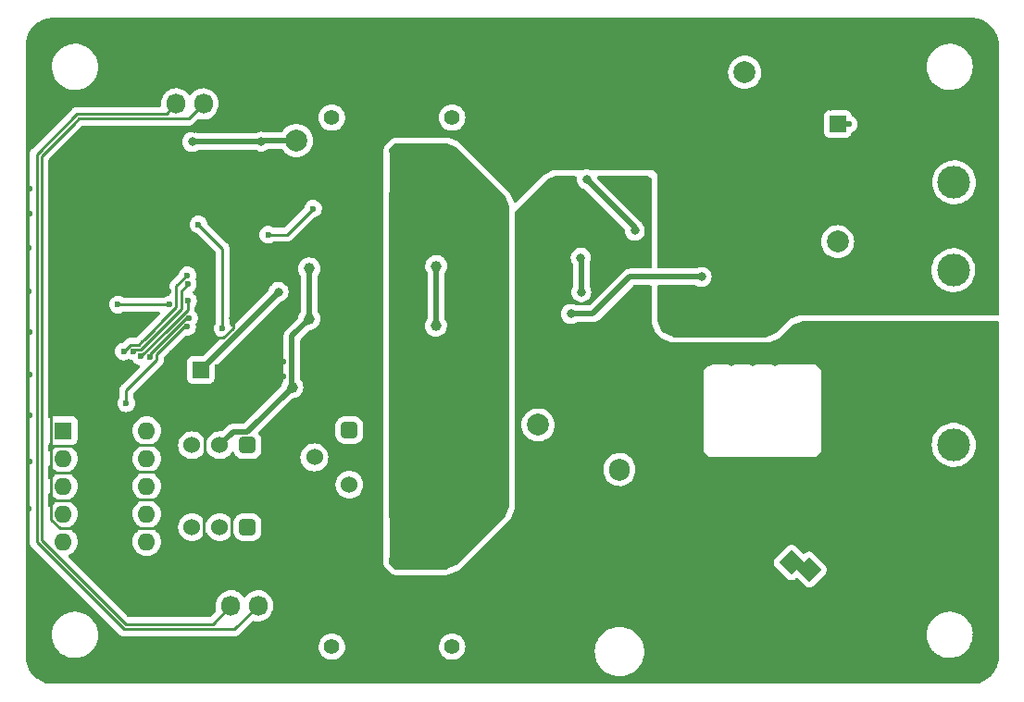
<source format=gbr>
%TF.GenerationSoftware,KiCad,Pcbnew,(6.0.11)*%
%TF.CreationDate,2024-02-29T08:22:58+09:00*%
%TF.ProjectId,Panel,50616e65-6c2e-46b6-9963-61645f706362,rev?*%
%TF.SameCoordinates,Original*%
%TF.FileFunction,Copper,L2,Bot*%
%TF.FilePolarity,Positive*%
%FSLAX46Y46*%
G04 Gerber Fmt 4.6, Leading zero omitted, Abs format (unit mm)*
G04 Created by KiCad (PCBNEW (6.0.11)) date 2024-02-29 08:22:58*
%MOMM*%
%LPD*%
G01*
G04 APERTURE LIST*
G04 Aperture macros list*
%AMRoundRect*
0 Rectangle with rounded corners*
0 $1 Rounding radius*
0 $2 $3 $4 $5 $6 $7 $8 $9 X,Y pos of 4 corners*
0 Add a 4 corners polygon primitive as box body*
4,1,4,$2,$3,$4,$5,$6,$7,$8,$9,$2,$3,0*
0 Add four circle primitives for the rounded corners*
1,1,$1+$1,$2,$3*
1,1,$1+$1,$4,$5*
1,1,$1+$1,$6,$7*
1,1,$1+$1,$8,$9*
0 Add four rect primitives between the rounded corners*
20,1,$1+$1,$2,$3,$4,$5,0*
20,1,$1+$1,$4,$5,$6,$7,0*
20,1,$1+$1,$6,$7,$8,$9,0*
20,1,$1+$1,$8,$9,$2,$3,0*%
%AMRotRect*
0 Rectangle, with rotation*
0 The origin of the aperture is its center*
0 $1 length*
0 $2 width*
0 $3 Rotation angle, in degrees counterclockwise*
0 Add horizontal line*
21,1,$1,$2,0,0,$3*%
G04 Aperture macros list end*
%TA.AperFunction,ComponentPad*%
%ADD10C,2.000000*%
%TD*%
%TA.AperFunction,ComponentPad*%
%ADD11RoundRect,0.381000X-0.381000X0.381000X-0.381000X-0.381000X0.381000X-0.381000X0.381000X0.381000X0*%
%TD*%
%TA.AperFunction,ComponentPad*%
%ADD12C,1.524000*%
%TD*%
%TA.AperFunction,ComponentPad*%
%ADD13C,3.000000*%
%TD*%
%TA.AperFunction,ComponentPad*%
%ADD14R,1.600000X1.600000*%
%TD*%
%TA.AperFunction,ComponentPad*%
%ADD15O,1.600000X1.600000*%
%TD*%
%TA.AperFunction,ComponentPad*%
%ADD16RoundRect,0.381000X-0.381000X-0.381000X0.381000X-0.381000X0.381000X0.381000X-0.381000X0.381000X0*%
%TD*%
%TA.AperFunction,ComponentPad*%
%ADD17RoundRect,0.250000X0.600000X0.675000X-0.600000X0.675000X-0.600000X-0.675000X0.600000X-0.675000X0*%
%TD*%
%TA.AperFunction,ComponentPad*%
%ADD18O,1.700000X1.850000*%
%TD*%
%TA.AperFunction,ComponentPad*%
%ADD19R,1.905000X2.000000*%
%TD*%
%TA.AperFunction,ComponentPad*%
%ADD20O,1.905000X2.000000*%
%TD*%
%TA.AperFunction,ComponentPad*%
%ADD21C,1.400000*%
%TD*%
%TA.AperFunction,ComponentPad*%
%ADD22R,3.500000X3.500000*%
%TD*%
%TA.AperFunction,ComponentPad*%
%ADD23C,3.500000*%
%TD*%
%TA.AperFunction,ComponentPad*%
%ADD24RotRect,1.600000X1.600000X225.000000*%
%TD*%
%TA.AperFunction,ComponentPad*%
%ADD25C,1.600000*%
%TD*%
%TA.AperFunction,ComponentPad*%
%ADD26RoundRect,0.250000X-0.600000X-0.675000X0.600000X-0.675000X0.600000X0.675000X-0.600000X0.675000X0*%
%TD*%
%TA.AperFunction,SMDPad,CuDef*%
%ADD27R,1.500000X1.500000*%
%TD*%
%TA.AperFunction,ViaPad*%
%ADD28C,0.800000*%
%TD*%
%TA.AperFunction,ViaPad*%
%ADD29C,0.600000*%
%TD*%
%TA.AperFunction,ViaPad*%
%ADD30C,1.000000*%
%TD*%
%TA.AperFunction,Conductor*%
%ADD31C,0.250000*%
%TD*%
%TA.AperFunction,Conductor*%
%ADD32C,0.500000*%
%TD*%
G04 APERTURE END LIST*
D10*
%TO.P,TP4,1,1*%
%TO.N,+3.3V*%
X103720000Y-61310000D03*
%TD*%
D11*
%TO.P,SW5,1,A*%
%TO.N,Slide_SW1*%
X99260000Y-96700000D03*
D12*
%TO.P,SW5,2,B*%
%TO.N,+3.3V*%
X96720000Y-96700000D03*
%TO.P,SW5,3,C*%
%TO.N,unconnected-(SW5-Pad3)*%
X94180000Y-96700000D03*
%TD*%
D11*
%TO.P,SW2,1,A*%
%TO.N,Slide_SW0*%
X99260000Y-89200000D03*
D12*
%TO.P,SW2,2,B*%
%TO.N,+3.3V*%
X96720000Y-89200000D03*
%TO.P,SW2,3,C*%
%TO.N,unconnected-(SW2-Pad3)*%
X94180000Y-89200000D03*
%TD*%
D13*
%TO.P,H5,1,1*%
%TO.N,LEDPannel_OUT*%
X163870000Y-65130000D03*
%TD*%
D14*
%TO.P,SW1,1*%
%TO.N,DIP_SW0*%
X82420000Y-87870000D03*
D15*
%TO.P,SW1,2*%
%TO.N,DIP_SW1*%
X82420000Y-90410000D03*
%TO.P,SW1,3*%
%TO.N,DIP_SW2*%
X82420000Y-92950000D03*
%TO.P,SW1,4*%
%TO.N,DIP_SW3*%
X82420000Y-95490000D03*
%TO.P,SW1,5*%
%TO.N,DIP_SW4*%
X82420000Y-98030000D03*
%TO.P,SW1,6*%
%TO.N,+3.3V*%
X90040000Y-98030000D03*
%TO.P,SW1,7*%
X90040000Y-95490000D03*
%TO.P,SW1,8*%
X90040000Y-92950000D03*
%TO.P,SW1,9*%
X90040000Y-90410000D03*
%TO.P,SW1,10*%
X90040000Y-87870000D03*
%TD*%
D16*
%TO.P,SW3,1,A*%
%TO.N,\u4E3B\u96FB\u6E90\u30B9\u30A4\u30C3\u30C1*%
X108570000Y-87810000D03*
D12*
%TO.P,SW3,2,B*%
%TO.N,/S-S*%
X105370000Y-90310000D03*
%TO.P,SW3,3,C*%
%TO.N,unconnected-(SW3-Pad3)*%
X108570000Y-92810000D03*
%TD*%
D17*
%TO.P,J4,1,Pin_1*%
%TO.N,GND*%
X100220000Y-57959999D03*
D18*
%TO.P,J4,2,Pin_2*%
X97720000Y-57959999D03*
%TO.P,J4,3,Pin_3*%
%TO.N,RS485_A*%
X95220000Y-57959999D03*
%TO.P,J4,4,Pin_4*%
%TO.N,RS485_B*%
X92720000Y-57959999D03*
%TD*%
D13*
%TO.P,H6,1,1*%
%TO.N,+5V*%
X163800000Y-73180000D03*
%TD*%
D19*
%TO.P,D8,1,A*%
%TO.N,GND*%
X135810000Y-91430000D03*
D20*
%TO.P,D8,2,K*%
%TO.N,Net-(D8-Pad2)*%
X133270000Y-91430000D03*
%TO.P,D8,3,A*%
%TO.N,GND*%
X130730000Y-91430000D03*
%TD*%
D10*
%TO.P,TP2,1,1*%
%TO.N,+5V*%
X153220000Y-70560000D03*
%TD*%
D21*
%TO.P,J1,*%
%TO.N,*%
X106970000Y-107635000D03*
X117970000Y-107635000D03*
D22*
%TO.P,J1,1,Pin_1*%
%TO.N,GND*%
X109970000Y-97635000D03*
D23*
%TO.P,J1,2,Pin_2*%
%TO.N,/12VBAT*%
X114970000Y-97635000D03*
%TD*%
D10*
%TO.P,TP3,1,1*%
%TO.N,VCC*%
X144720000Y-55060000D03*
%TD*%
D24*
%TO.P,C8,1*%
%TO.N,Net-(C7-Pad1)*%
X149007571Y-99926117D03*
X150613366Y-100583064D03*
D25*
%TO.P,C8,2*%
%TO.N,GND*%
X145634009Y-101036937D03*
X147239804Y-101693884D03*
%TD*%
D21*
%TO.P,J2,*%
%TO.N,*%
X106970000Y-59210000D03*
X117970000Y-59210000D03*
D22*
%TO.P,J2,1,Pin_1*%
%TO.N,GND*%
X109970000Y-64210000D03*
D23*
%TO.P,J2,2,Pin_2*%
%TO.N,/12VBAT*%
X114970000Y-64210000D03*
%TD*%
D13*
%TO.P,H7,1,1*%
%TO.N,GND*%
X163890000Y-81210000D03*
%TD*%
D26*
%TO.P,J5,1,Pin_1*%
%TO.N,GND*%
X92720000Y-103910000D03*
D18*
%TO.P,J5,2,Pin_2*%
X95220000Y-103910000D03*
%TO.P,J5,3,Pin_3*%
%TO.N,RS485_A*%
X97720000Y-103910000D03*
%TO.P,J5,4,Pin_4*%
%TO.N,RS485_B*%
X100220000Y-103910000D03*
%TD*%
D10*
%TO.P,TP5,1,1*%
%TO.N,GND*%
X162220000Y-99810000D03*
%TD*%
%TO.P,TP1,1,1*%
%TO.N,VDD*%
X125820000Y-87340000D03*
%TD*%
D13*
%TO.P,H8,1,1*%
%TO.N,LEDPannel_H*%
X163840000Y-89170000D03*
%TD*%
D27*
%TO.P,H3,1,1*%
%TO.N,NRST*%
X94970000Y-82310000D03*
%TD*%
%TO.P,H1,1,1*%
%TO.N,Net-(D16-Pad2)*%
X153220000Y-59810000D03*
%TD*%
D28*
%TO.N,GND*%
X101470000Y-56560000D03*
X113470000Y-51560000D03*
X87970000Y-57560000D03*
X133970000Y-96560000D03*
X142970000Y-99560000D03*
X150970000Y-105560000D03*
X91600000Y-94230000D03*
X155970000Y-106560000D03*
X165820000Y-67270000D03*
X130970000Y-105560000D03*
X122970000Y-107560000D03*
X135970000Y-96560000D03*
D29*
X166170000Y-69860000D03*
D28*
X143370000Y-60060000D03*
X128970000Y-103560000D03*
X105490000Y-92180000D03*
D29*
X133920000Y-53550000D03*
D28*
X166970000Y-57640000D03*
X163970000Y-94560000D03*
X165450000Y-76750000D03*
X98470000Y-56560000D03*
X166970000Y-93560000D03*
X140470000Y-80560000D03*
X137970000Y-98560000D03*
X131970000Y-110560000D03*
X123970000Y-108560000D03*
X159970000Y-100560000D03*
X143800000Y-76170000D03*
X125970000Y-108560000D03*
X166970000Y-89560000D03*
X138210000Y-72550000D03*
X84470000Y-64960000D03*
X142290000Y-67780000D03*
X130970000Y-101560000D03*
X146970000Y-95560000D03*
X147970000Y-108560000D03*
X157970000Y-108560000D03*
X125350000Y-55780000D03*
X143970000Y-108560000D03*
X155970000Y-82560000D03*
X148970000Y-105560000D03*
X163010000Y-60660000D03*
X165970000Y-106560000D03*
X139970000Y-98560000D03*
X129970000Y-110560000D03*
X163970000Y-86560000D03*
X139970000Y-110560000D03*
X142970000Y-97560000D03*
X160640000Y-60660000D03*
X155970000Y-102560000D03*
D29*
X138030000Y-77850000D03*
D28*
X110270000Y-90610000D03*
X100490000Y-84890000D03*
X93970000Y-84000000D03*
X124470000Y-76060000D03*
X104470000Y-56560000D03*
X124470000Y-65560000D03*
X137970000Y-106560000D03*
X165970000Y-92560000D03*
X129970000Y-104560000D03*
X138970000Y-103560000D03*
X152430000Y-61640000D03*
X159970000Y-108560000D03*
X84470000Y-60560000D03*
X106460000Y-68090000D03*
D29*
X109250000Y-78000000D03*
D28*
X137970000Y-102560000D03*
X95090000Y-72360000D03*
X161970000Y-92560000D03*
X160970000Y-83560000D03*
X141970000Y-98560000D03*
X161970000Y-96560000D03*
X157950000Y-55720000D03*
D29*
X79270000Y-75080000D03*
X89050000Y-65970000D03*
D28*
X129970000Y-102560000D03*
X98950000Y-102040000D03*
D29*
X130430000Y-68060000D03*
D28*
X164970000Y-97560000D03*
X142970000Y-109560000D03*
X82800000Y-70590000D03*
X97030000Y-69440000D03*
X162970000Y-85560000D03*
X155970000Y-90560000D03*
D29*
X125360000Y-66650000D03*
D28*
X152970000Y-105560000D03*
X86380000Y-106810000D03*
X145970000Y-96560000D03*
X125470000Y-77560000D03*
X128970000Y-109560000D03*
X134970000Y-103560000D03*
X149970000Y-108560000D03*
X161820000Y-63620000D03*
D29*
X93420000Y-81460000D03*
D28*
X146970000Y-99560000D03*
X106520000Y-77390000D03*
X128970000Y-107560000D03*
X101390000Y-96760000D03*
X166970000Y-103560000D03*
X106740000Y-88530000D03*
X109880000Y-81460000D03*
X156970000Y-109560000D03*
X106330000Y-64160000D03*
D29*
X79310000Y-68030000D03*
D28*
X104470000Y-54060000D03*
X104470000Y-51560000D03*
X158970000Y-85560000D03*
X136970000Y-103560000D03*
X143970000Y-98560000D03*
X166970000Y-105560000D03*
X124410000Y-71040000D03*
X135970000Y-110560000D03*
X124970000Y-109560000D03*
X166970000Y-107560000D03*
D29*
X102490000Y-81540000D03*
D28*
X158970000Y-99560000D03*
X144970000Y-97560000D03*
X143970000Y-104560000D03*
X156970000Y-79560000D03*
X139470000Y-81560000D03*
X100030000Y-106010000D03*
X88510000Y-103820000D03*
X108250000Y-79830000D03*
X95470000Y-51560000D03*
D29*
X149770000Y-76290000D03*
D28*
X149580000Y-54100000D03*
D29*
X135520000Y-68560000D03*
D28*
X113970000Y-110560000D03*
X135970000Y-106560000D03*
X88580000Y-60540000D03*
D29*
X104680000Y-80820000D03*
X102510000Y-82920000D03*
D28*
X99440000Y-109370000D03*
X163970000Y-84560000D03*
X82780000Y-78040000D03*
X149970000Y-110560000D03*
X128470000Y-72590000D03*
X160970000Y-103560000D03*
X110970000Y-107560000D03*
X148970000Y-107560000D03*
X100760000Y-88160000D03*
X123280000Y-65450000D03*
X154970000Y-105560000D03*
X98070000Y-73920000D03*
X139970000Y-106560000D03*
X160970000Y-105560000D03*
X159970000Y-110560000D03*
X117970000Y-110560000D03*
X79810000Y-99890000D03*
X142470000Y-80560000D03*
X110970000Y-105560000D03*
X86410000Y-85720000D03*
D29*
X135780000Y-67860000D03*
D28*
X159970000Y-98560000D03*
X125470000Y-78560000D03*
X98140000Y-84900000D03*
X149970000Y-106560000D03*
X152970000Y-109560000D03*
X138970000Y-101560000D03*
X140970000Y-99560000D03*
X162970000Y-103560000D03*
X115970000Y-50560000D03*
X157970000Y-86560000D03*
X140970000Y-109560000D03*
X104970000Y-102310000D03*
X86470000Y-56560000D03*
X109970000Y-102560000D03*
X122610000Y-59010000D03*
X110600000Y-93130000D03*
X124470000Y-77060000D03*
X110970000Y-109560000D03*
X83670000Y-109590000D03*
D29*
X135900000Y-69060000D03*
D28*
X109970000Y-110560000D03*
X144970000Y-99560000D03*
X107470000Y-54060000D03*
X115040000Y-60120000D03*
X105440000Y-83860000D03*
X137010000Y-51790000D03*
D29*
X92000000Y-75110000D03*
D28*
X135470000Y-81560000D03*
X146590000Y-54660000D03*
X97810000Y-95200000D03*
X150310000Y-57500000D03*
X157970000Y-102560000D03*
X89470000Y-51560000D03*
D29*
X86200000Y-83590000D03*
D28*
X135970000Y-108560000D03*
X140970000Y-101560000D03*
X127970000Y-108560000D03*
X132970000Y-101560000D03*
D29*
X167640000Y-82660000D03*
D28*
X142970000Y-103560000D03*
X143470000Y-81560000D03*
X164970000Y-93560000D03*
X154900000Y-50780000D03*
X136470000Y-80560000D03*
X88440000Y-94190000D03*
X121970000Y-110560000D03*
X121010000Y-63060000D03*
X145350000Y-90920000D03*
X160970000Y-93560000D03*
X110470000Y-54060000D03*
X91450000Y-89070000D03*
X136970000Y-95560000D03*
X103340000Y-95090000D03*
D29*
X167640000Y-70780000D03*
D28*
X141970000Y-110560000D03*
X157970000Y-106560000D03*
X97340000Y-107570000D03*
X82910000Y-103370000D03*
D29*
X135890000Y-69700000D03*
X93630000Y-79940000D03*
X167640000Y-76990000D03*
D28*
X156610000Y-59840000D03*
X124470000Y-75060000D03*
X106870000Y-109650000D03*
X166970000Y-87560000D03*
X107720000Y-94810000D03*
X109970000Y-100560000D03*
X98470000Y-54060000D03*
X123970000Y-110560000D03*
X155970000Y-84560000D03*
X156970000Y-93560000D03*
X97960000Y-92200000D03*
X103350000Y-90320000D03*
X161970000Y-102560000D03*
X108080000Y-81280000D03*
X135970000Y-100560000D03*
X164970000Y-91560000D03*
X100650000Y-74870000D03*
X147870000Y-64420000D03*
X102500000Y-68610000D03*
X137470000Y-81560000D03*
X134970000Y-99560000D03*
X133970000Y-100560000D03*
X143700000Y-66070000D03*
X161970000Y-110560000D03*
X85380000Y-75920000D03*
D29*
X135010000Y-77730000D03*
D28*
X118520000Y-51980000D03*
X152970000Y-103560000D03*
X154250000Y-61520000D03*
X128970000Y-97560000D03*
D29*
X135030000Y-67650000D03*
D28*
X162970000Y-95560000D03*
X149970000Y-104560000D03*
X147650000Y-67100000D03*
X98200000Y-75720000D03*
X110470000Y-60280000D03*
D29*
X167640000Y-73700000D03*
D28*
X161970000Y-86560000D03*
D29*
X111380000Y-88760000D03*
D28*
X161970000Y-82560000D03*
X143590000Y-51960000D03*
X107880000Y-86030000D03*
X153970000Y-104560000D03*
X161970000Y-84560000D03*
X102920000Y-109370000D03*
X146970000Y-105560000D03*
X160520000Y-55450000D03*
X94140000Y-72250000D03*
X102720000Y-102310000D03*
X136450000Y-63520000D03*
X104720000Y-110310000D03*
X137460000Y-66890000D03*
X124470000Y-73060000D03*
X164970000Y-99560000D03*
X86860000Y-100220000D03*
X90790000Y-65250000D03*
D29*
X167620000Y-78260000D03*
D28*
X132970000Y-97560000D03*
X146340000Y-52240000D03*
D29*
X79290000Y-90690000D03*
D28*
X146470000Y-81060000D03*
X155970000Y-80560000D03*
X88750000Y-89200000D03*
X160970000Y-79560000D03*
X164970000Y-83560000D03*
X136970000Y-107560000D03*
X155970000Y-96560000D03*
X106970000Y-97310000D03*
X88970000Y-102060000D03*
X137160000Y-60080000D03*
X128970000Y-105560000D03*
X157970000Y-84560000D03*
X82950000Y-74620000D03*
X108970000Y-109560000D03*
X124420000Y-95250000D03*
X102720000Y-96810000D03*
X121310000Y-56660000D03*
D29*
X110050000Y-88760000D03*
D28*
X159440000Y-53450000D03*
X111970000Y-110560000D03*
X144970000Y-103560000D03*
X124460000Y-97990000D03*
X124470000Y-78060000D03*
X81220000Y-110060000D03*
X137970000Y-96560000D03*
X124200000Y-71870000D03*
X145970000Y-98560000D03*
D29*
X96090000Y-73750000D03*
D28*
X132970000Y-99560000D03*
X161970000Y-104560000D03*
D29*
X79290000Y-86440000D03*
D28*
X159970000Y-94560000D03*
X163970000Y-102560000D03*
X107470000Y-51560000D03*
X156970000Y-97560000D03*
X110970000Y-101560000D03*
X104690000Y-79680000D03*
X124290000Y-69070000D03*
X137970000Y-110560000D03*
X155970000Y-110560000D03*
X127970000Y-106560000D03*
X125220000Y-69220000D03*
D29*
X138830000Y-51650000D03*
D28*
X160970000Y-85560000D03*
X142970000Y-95560000D03*
X165970000Y-102560000D03*
X158970000Y-93560000D03*
X145970000Y-106560000D03*
X153970000Y-108560000D03*
X88530000Y-91600000D03*
X159040000Y-66870000D03*
X145970000Y-108560000D03*
X154960000Y-76530000D03*
X162970000Y-97560000D03*
X158970000Y-107560000D03*
X144970000Y-109560000D03*
X165970000Y-78560000D03*
X86250000Y-73160000D03*
X95630000Y-87640000D03*
X105470000Y-94560000D03*
X166200000Y-51610000D03*
X104920000Y-69640000D03*
X165970000Y-90560000D03*
X80290000Y-106370000D03*
X81620000Y-76460000D03*
X150970000Y-107560000D03*
X93190000Y-94970000D03*
X140970000Y-105560000D03*
X156970000Y-105560000D03*
X165970000Y-94560000D03*
X116870000Y-57350000D03*
X111140000Y-77820000D03*
X86470000Y-51560000D03*
X140970000Y-95560000D03*
X163970000Y-100560000D03*
X86470000Y-54060000D03*
X145970000Y-102560000D03*
X132970000Y-95560000D03*
X92550000Y-100680000D03*
X156330000Y-64080000D03*
X156970000Y-99560000D03*
X106510000Y-74360000D03*
X158970000Y-97560000D03*
X139970000Y-108560000D03*
X159970000Y-84560000D03*
X158970000Y-81560000D03*
X129970000Y-96560000D03*
D29*
X166120000Y-75250000D03*
D28*
X159970000Y-78560000D03*
X143970000Y-106560000D03*
D29*
X111270000Y-70640000D03*
X130480000Y-66600000D03*
D28*
X133970000Y-104560000D03*
X112970000Y-107560000D03*
X152560000Y-58210000D03*
X103720000Y-72100000D03*
X134970000Y-97560000D03*
D29*
X107700000Y-70640000D03*
D28*
X135970000Y-98560000D03*
X131970000Y-102560000D03*
X163050000Y-51410000D03*
X107970000Y-110560000D03*
X99340000Y-69060000D03*
X165970000Y-82560000D03*
X88410000Y-96790000D03*
X102220000Y-104810000D03*
X144970000Y-105560000D03*
X141470000Y-81560000D03*
X101470000Y-54060000D03*
X91650000Y-109400000D03*
X158820000Y-58080000D03*
X141150000Y-63890000D03*
X83470000Y-51560000D03*
X158970000Y-89560000D03*
X159970000Y-90560000D03*
X164970000Y-103560000D03*
X156970000Y-95560000D03*
X100970000Y-101060000D03*
X160520000Y-51510000D03*
X160970000Y-81560000D03*
X157970000Y-92560000D03*
X129970000Y-108560000D03*
X158000000Y-51260000D03*
X106970000Y-102060000D03*
X139970000Y-100560000D03*
X109970000Y-108560000D03*
X154970000Y-109560000D03*
X112970000Y-109560000D03*
X124470000Y-79060000D03*
X132600000Y-55190000D03*
X142970000Y-107560000D03*
X157970000Y-82560000D03*
X158970000Y-87560000D03*
X159970000Y-88560000D03*
X118890000Y-60780000D03*
X141970000Y-106560000D03*
X133970000Y-98560000D03*
D29*
X92230000Y-71290000D03*
D28*
X91150000Y-63070000D03*
D29*
X141560000Y-76420000D03*
D28*
X159970000Y-82560000D03*
X116970000Y-109560000D03*
X155970000Y-78560000D03*
X153970000Y-106560000D03*
X131970000Y-100560000D03*
X134970000Y-101560000D03*
X104470000Y-99810000D03*
X165970000Y-63300000D03*
X89970000Y-110310000D03*
X111970000Y-108560000D03*
X163970000Y-110560000D03*
X166970000Y-95560000D03*
X88070000Y-74970000D03*
D29*
X96000000Y-76340000D03*
X130520000Y-67350000D03*
D28*
X91400000Y-91740000D03*
X130130000Y-52090000D03*
X155970000Y-100560000D03*
D29*
X132030000Y-82240000D03*
X131250000Y-67460000D03*
D28*
X100540000Y-83080000D03*
X143520000Y-68010000D03*
X101470000Y-64060000D03*
D29*
X96030000Y-77880000D03*
D28*
X161970000Y-108560000D03*
X156970000Y-87560000D03*
X158970000Y-105560000D03*
X140280000Y-59930000D03*
X143970000Y-110560000D03*
X160970000Y-97560000D03*
D29*
X137782043Y-74996917D03*
D28*
X85260000Y-92770000D03*
X115970000Y-108560000D03*
X124420000Y-70200000D03*
D29*
X131420000Y-89600000D03*
D28*
X141970000Y-102560000D03*
X108900000Y-68130000D03*
D29*
X131460000Y-83300000D03*
D28*
X110470000Y-51560000D03*
X136970000Y-105560000D03*
X157970000Y-78560000D03*
X166970000Y-97560000D03*
X93970000Y-56560000D03*
X156970000Y-107560000D03*
X162970000Y-93560000D03*
X111970000Y-106560000D03*
D29*
X92380000Y-80830000D03*
D28*
X110960000Y-72320000D03*
X139040000Y-64760000D03*
X164970000Y-95560000D03*
D29*
X79280000Y-95010000D03*
X166170000Y-72210000D03*
D28*
X112970000Y-54060000D03*
X146970000Y-109560000D03*
X143970000Y-102560000D03*
D29*
X140830000Y-77110000D03*
D28*
X158830000Y-61820000D03*
X165970000Y-80560000D03*
X80320000Y-109110000D03*
X126970000Y-109560000D03*
X138970000Y-109560000D03*
X129970000Y-100560000D03*
X145970000Y-110560000D03*
X102720000Y-100070000D03*
X103970000Y-97810000D03*
X153460000Y-67060000D03*
X87780000Y-70700000D03*
X139970000Y-96560000D03*
X160970000Y-87560000D03*
X166970000Y-109560000D03*
X101640000Y-78980000D03*
X119970000Y-108560000D03*
X130970000Y-103560000D03*
X101970000Y-110560000D03*
X130970000Y-109560000D03*
X132030000Y-64970000D03*
X157970000Y-80560000D03*
X89150000Y-78240000D03*
X150000000Y-61180000D03*
X108970000Y-103560000D03*
X107200000Y-90430000D03*
X149650000Y-52210000D03*
X137970000Y-104560000D03*
X133470000Y-81560000D03*
X101470000Y-51560000D03*
X151520000Y-52020000D03*
X138970000Y-99560000D03*
X100720000Y-108060000D03*
X165970000Y-100560000D03*
X125470000Y-73560000D03*
X138970000Y-107560000D03*
X102970000Y-106810000D03*
X103470000Y-93060000D03*
X130970000Y-95560000D03*
X141970000Y-104560000D03*
X137970000Y-108560000D03*
X91650000Y-96700000D03*
X125970000Y-110560000D03*
X163970000Y-92560000D03*
X156970000Y-103560000D03*
X156970000Y-81560000D03*
X155970000Y-88560000D03*
X109970000Y-106560000D03*
X166970000Y-91560000D03*
X141570000Y-92590000D03*
X147150000Y-90950000D03*
D29*
X131470000Y-88150000D03*
D28*
X164970000Y-85560000D03*
D29*
X167650000Y-64480000D03*
D28*
X80470000Y-57560000D03*
X108970000Y-107560000D03*
X89710000Y-99910000D03*
X158970000Y-103560000D03*
X84120000Y-86750000D03*
X114970000Y-109560000D03*
X145470000Y-81560000D03*
X107220000Y-105810000D03*
X158970000Y-91560000D03*
X81640000Y-85900000D03*
X93760000Y-91700000D03*
X147970000Y-110560000D03*
X134970000Y-105560000D03*
X165970000Y-110560000D03*
X111160000Y-83900000D03*
X92470000Y-54060000D03*
X84650000Y-62910000D03*
X93630000Y-107570000D03*
X158970000Y-95560000D03*
X129970000Y-98560000D03*
X163970000Y-96560000D03*
X155970000Y-104560000D03*
X149970000Y-64420000D03*
X140970000Y-107560000D03*
X154970000Y-55800000D03*
D29*
X131460000Y-85020000D03*
D28*
X143230000Y-73320000D03*
X101220000Y-99060000D03*
X126970000Y-107560000D03*
X138970000Y-105560000D03*
X94430000Y-65910000D03*
X150170000Y-67020000D03*
X141970000Y-96560000D03*
X82470000Y-62560000D03*
X150970000Y-109560000D03*
X93470000Y-110310000D03*
X94390000Y-60180000D03*
X165970000Y-96560000D03*
X99530000Y-62710000D03*
X111110000Y-68600000D03*
X97807000Y-86783000D03*
X83470000Y-57560000D03*
X107470000Y-56560000D03*
D29*
X92170000Y-69180000D03*
D28*
X162970000Y-83560000D03*
X84120000Y-97280000D03*
X160970000Y-109560000D03*
X136970000Y-109560000D03*
X128970000Y-101560000D03*
X146210000Y-62630000D03*
X159970000Y-92560000D03*
X159970000Y-80560000D03*
X127100000Y-71800000D03*
X161970000Y-94560000D03*
X157970000Y-88560000D03*
X85970000Y-110560000D03*
D29*
X79290000Y-82740000D03*
D28*
X100100000Y-78870000D03*
X136970000Y-97560000D03*
X100580000Y-93670000D03*
X135970000Y-102560000D03*
X128370000Y-61200000D03*
X81520000Y-72480000D03*
X105970000Y-98560000D03*
X139000000Y-71190000D03*
X138970000Y-95560000D03*
X98220000Y-100560000D03*
X143040000Y-71520000D03*
X155970000Y-86560000D03*
X115970000Y-110560000D03*
X97920000Y-77610000D03*
D29*
X79280000Y-71140000D03*
D28*
X101300000Y-73780000D03*
X128850000Y-55680000D03*
X105780000Y-96640000D03*
X90050000Y-69550000D03*
X160970000Y-107560000D03*
X136970000Y-99560000D03*
X143970000Y-96560000D03*
X127970000Y-104560000D03*
D29*
X79290000Y-65680000D03*
D28*
X146970000Y-103560000D03*
X158970000Y-83560000D03*
X80470000Y-54560000D03*
D29*
X95240000Y-79970000D03*
D28*
X160970000Y-91560000D03*
X155970000Y-98560000D03*
X139970000Y-104560000D03*
X164970000Y-101560000D03*
X119970000Y-110560000D03*
X90100000Y-71670000D03*
X140620000Y-71930000D03*
X133970000Y-102560000D03*
X134470000Y-80560000D03*
X164010000Y-57690000D03*
X159970000Y-96560000D03*
X92220000Y-83670000D03*
D29*
X137620000Y-78470000D03*
D28*
X92470000Y-51560000D03*
X139970000Y-102560000D03*
X129970000Y-106560000D03*
X165970000Y-84560000D03*
X90020000Y-107370000D03*
X155970000Y-94560000D03*
X102790000Y-71000000D03*
X162970000Y-101560000D03*
X156300000Y-67100000D03*
X147970000Y-104560000D03*
X142970000Y-105560000D03*
X126560000Y-52520000D03*
X162000000Y-76730000D03*
X125420000Y-59050000D03*
X125470000Y-75560000D03*
X90120000Y-73850000D03*
X86400000Y-95180000D03*
X80470000Y-51560000D03*
X132110000Y-63480000D03*
X104720000Y-108060000D03*
X138970000Y-97560000D03*
X166970000Y-99560000D03*
X160970000Y-101560000D03*
X163970000Y-78560000D03*
X157970000Y-90560000D03*
X142970000Y-101560000D03*
X157970000Y-94560000D03*
X156970000Y-89560000D03*
X90970000Y-57560000D03*
X157970000Y-96560000D03*
X92870000Y-87840000D03*
X92500000Y-60410000D03*
X115450000Y-55280000D03*
X165970000Y-98560000D03*
X152970000Y-107560000D03*
X81600000Y-81230000D03*
D29*
X90610000Y-67570000D03*
D28*
X103740000Y-104420000D03*
X127970000Y-110560000D03*
X158970000Y-101560000D03*
X157970000Y-104560000D03*
D29*
X102670000Y-66670000D03*
X92250000Y-73550000D03*
D28*
X106890000Y-104240000D03*
X108970000Y-105560000D03*
X151970000Y-104560000D03*
D29*
X141590000Y-77060000D03*
D28*
X157970000Y-100560000D03*
X166970000Y-54860000D03*
D29*
X96050000Y-74840000D03*
D28*
X138470000Y-80560000D03*
X160970000Y-89560000D03*
X125280000Y-70210000D03*
X105220000Y-106060000D03*
X134970000Y-95560000D03*
X137200000Y-69330000D03*
X89470000Y-54060000D03*
X84090000Y-88860000D03*
X106350000Y-60890000D03*
X126470000Y-63810000D03*
X151430000Y-54360000D03*
X159970000Y-104560000D03*
X138230000Y-53610000D03*
X118970000Y-109560000D03*
X106020000Y-71800000D03*
X161780000Y-66850000D03*
X161970000Y-78560000D03*
X147470000Y-81560000D03*
X147190000Y-76500000D03*
D29*
X90630000Y-77220000D03*
D28*
X140970000Y-97560000D03*
X89340000Y-63010000D03*
X151970000Y-108560000D03*
X141860000Y-54710000D03*
X95590000Y-98070000D03*
X136290000Y-53570000D03*
X132970000Y-103560000D03*
X159970000Y-106560000D03*
X156970000Y-91560000D03*
D29*
X152300000Y-76310000D03*
D28*
X103120000Y-86050000D03*
X124970000Y-107560000D03*
X127970000Y-102560000D03*
X148970000Y-103560000D03*
X122380000Y-52550000D03*
X104120000Y-63240000D03*
X167160000Y-61200000D03*
X137970000Y-100560000D03*
X87730000Y-109460000D03*
X143970000Y-100560000D03*
X160840000Y-58390000D03*
X166970000Y-101560000D03*
X164970000Y-109560000D03*
X144970000Y-107560000D03*
X150970000Y-103560000D03*
X162970000Y-109560000D03*
X128970000Y-99560000D03*
X145340000Y-60080000D03*
X120970000Y-107560000D03*
X163970000Y-98560000D03*
D29*
X79290000Y-78830000D03*
D28*
X159970000Y-86560000D03*
X158970000Y-79560000D03*
X106950000Y-100380000D03*
X95480000Y-109500000D03*
X130970000Y-97560000D03*
X93590000Y-67970000D03*
X85820000Y-70210000D03*
X148970000Y-109560000D03*
X153240000Y-64620000D03*
X125470000Y-76560000D03*
X147140000Y-61030000D03*
X124470000Y-74060000D03*
X108670000Y-58490000D03*
X154970000Y-107560000D03*
X129790000Y-54050000D03*
X144470000Y-81060000D03*
D29*
X138790000Y-77900000D03*
D28*
X153970000Y-110560000D03*
X131970000Y-98560000D03*
X95470000Y-54060000D03*
X104520000Y-59220000D03*
X97220000Y-110310000D03*
X159620000Y-63280000D03*
X157970000Y-110560000D03*
D29*
X135160000Y-51670000D03*
D28*
X156210000Y-61730000D03*
X125470000Y-74560000D03*
X121970000Y-108560000D03*
X155970000Y-92560000D03*
X114970000Y-107560000D03*
X151970000Y-110560000D03*
X127970000Y-98560000D03*
X110470000Y-94810000D03*
X156970000Y-101560000D03*
X122220000Y-61590000D03*
X140730000Y-66130000D03*
X80320000Y-103690000D03*
X131970000Y-104560000D03*
X144970000Y-95560000D03*
X97130000Y-64970000D03*
X141970000Y-108560000D03*
X135970000Y-104560000D03*
D29*
X96540000Y-82060000D03*
X167650000Y-80530000D03*
D28*
X110770000Y-86320000D03*
X160970000Y-95560000D03*
X86080000Y-78390000D03*
X94890000Y-70860000D03*
X122970000Y-109560000D03*
X165970000Y-108560000D03*
X165970000Y-104560000D03*
X158760000Y-76730000D03*
X156970000Y-83560000D03*
D29*
X79300000Y-61910000D03*
D28*
X140970000Y-103560000D03*
D29*
X167640000Y-84620000D03*
D28*
X109970000Y-104560000D03*
X141970000Y-100560000D03*
X154970000Y-103560000D03*
X80470000Y-60060000D03*
X131970000Y-96560000D03*
D29*
X167650000Y-67710000D03*
D28*
X157970000Y-98560000D03*
X156970000Y-85560000D03*
X128230000Y-57940000D03*
X119380000Y-54870000D03*
X146540000Y-78520000D03*
X110970000Y-103560000D03*
D29*
X131470000Y-86580000D03*
D28*
X89470000Y-56560000D03*
D29*
X167640000Y-86920000D03*
D28*
X156590000Y-53350000D03*
X128920000Y-63360000D03*
X159970000Y-102560000D03*
X151970000Y-106560000D03*
X108970000Y-101560000D03*
X130970000Y-99560000D03*
X83910000Y-99210000D03*
X151360000Y-59410000D03*
X158970000Y-109560000D03*
X113970000Y-108560000D03*
X99190000Y-98830000D03*
X96410000Y-101180000D03*
X102050000Y-59870000D03*
X136970000Y-101560000D03*
X145970000Y-104560000D03*
X146970000Y-107560000D03*
X98470000Y-51560000D03*
X147970000Y-106560000D03*
X101420000Y-77640000D03*
X108330000Y-72420000D03*
X110470000Y-56560000D03*
X162970000Y-91560000D03*
X113250000Y-57740000D03*
X146970000Y-97560000D03*
X127970000Y-100560000D03*
X155970000Y-108560000D03*
X126650000Y-62450000D03*
%TO.N,VDD*%
X128830000Y-77180000D03*
X140785000Y-73795000D03*
%TO.N,+3.3V*%
X100491764Y-61408236D03*
D30*
X103340000Y-83890000D03*
X116485000Y-78265000D03*
X116520000Y-72790000D03*
D28*
X94200000Y-61430000D03*
D30*
X104890000Y-73020000D03*
X104890000Y-77640500D03*
D28*
%TO.N,NRST*%
X102090000Y-75170000D03*
X94986491Y-82310000D03*
%TO.N,Net-(D7-Pad1)*%
X129731131Y-72038869D03*
X129787464Y-75197464D03*
D29*
%TO.N,Net-(D16-Pad2)*%
X154220000Y-59810000D03*
%TO.N,MainRX1_STLinkTX*%
X92103560Y-76323060D03*
X87416940Y-76323060D03*
%TO.N,LEDPannel_L*%
X101145500Y-69932634D03*
X105253113Y-67548000D03*
%TO.N,DIP_SW0*%
X88165217Y-85361426D03*
X93732164Y-78370000D03*
%TO.N,LED0*%
X88829664Y-80619500D03*
X93800000Y-74460000D03*
%TO.N,LED1*%
X93914458Y-77551310D03*
X90343133Y-81122635D03*
%TO.N,LED2*%
X93810000Y-75970000D03*
X89490497Y-81069502D03*
%TO.N,MonitorLED0*%
X87938075Y-80619500D03*
X93766716Y-73661190D03*
D28*
%TO.N,Vfb*%
X130260000Y-64870000D03*
X134676256Y-69560611D03*
D29*
%TO.N,MainRX2_RS485TX*%
X96970000Y-78529954D03*
X94780000Y-69000000D03*
%TD*%
D31*
%TO.N,GND*%
X95630000Y-88230000D02*
X95360000Y-88500000D01*
X95267000Y-97747000D02*
X95590000Y-98070000D01*
X95360000Y-90100000D02*
X93760000Y-91700000D01*
X91560000Y-94190000D02*
X91600000Y-94230000D01*
X91320000Y-89200000D02*
X91450000Y-89070000D01*
X81460000Y-91700000D02*
X81295000Y-91535000D01*
X81295000Y-94335000D02*
X81295000Y-95995000D01*
X83720000Y-89230000D02*
X81330000Y-89230000D01*
X95267000Y-95687000D02*
X95267000Y-97747000D01*
X88530000Y-91600000D02*
X91260000Y-91600000D01*
X97810000Y-95200000D02*
X97810000Y-97450000D01*
X82110000Y-96810000D02*
X83650000Y-96810000D01*
X139895126Y-77110000D02*
X140830000Y-77110000D01*
X81295000Y-91535000D02*
X81295000Y-94335000D01*
X94550000Y-94970000D02*
X95267000Y-95687000D01*
X95630000Y-87640000D02*
X95630000Y-88230000D01*
X84090000Y-88860000D02*
X83720000Y-89230000D01*
X97066828Y-79380000D02*
X95830000Y-79380000D01*
X83220000Y-91700000D02*
X81460000Y-91700000D01*
X95360000Y-88500000D02*
X95360000Y-90100000D01*
X95830000Y-79380000D02*
X95240000Y-79970000D01*
X97920000Y-77610000D02*
X97920000Y-78526828D01*
X81370000Y-94260000D02*
X81295000Y-94335000D01*
X85480000Y-94260000D02*
X81370000Y-94260000D01*
X88440000Y-94190000D02*
X91560000Y-94190000D01*
X85260000Y-92770000D02*
X84290000Y-92770000D01*
X81295000Y-86245000D02*
X81295000Y-89265000D01*
X93190000Y-94970000D02*
X94550000Y-94970000D01*
X81640000Y-85900000D02*
X81295000Y-86245000D01*
X88410000Y-96790000D02*
X91560000Y-96790000D01*
X81295000Y-95995000D02*
X82110000Y-96810000D01*
X97810000Y-97450000D02*
X99190000Y-98830000D01*
X137782043Y-74996917D02*
X139895126Y-77110000D01*
X91260000Y-91600000D02*
X91400000Y-91740000D01*
X91560000Y-96790000D02*
X91650000Y-96700000D01*
X86400000Y-95180000D02*
X85480000Y-94260000D01*
X81330000Y-89230000D02*
X81295000Y-89265000D01*
X84290000Y-92770000D02*
X83220000Y-91700000D01*
X83650000Y-96810000D02*
X84120000Y-97280000D01*
X97920000Y-78526828D02*
X97066828Y-79380000D01*
X88750000Y-89200000D02*
X91320000Y-89200000D01*
X81295000Y-89265000D02*
X81295000Y-91535000D01*
D32*
%TO.N,VDD*%
X130850000Y-77180000D02*
X128830000Y-77180000D01*
X140785000Y-73795000D02*
X134235000Y-73795000D01*
X134235000Y-73795000D02*
X130850000Y-77180000D01*
%TO.N,+3.3V*%
X103320000Y-83870000D02*
X103320000Y-79210500D01*
X100590000Y-61310000D02*
X100491764Y-61408236D01*
X103340000Y-83890000D02*
X103320000Y-83870000D01*
X97932000Y-87988000D02*
X96720000Y-89200000D01*
X104890000Y-73020000D02*
X104890000Y-77640500D01*
X116520000Y-72790000D02*
X116485000Y-72825000D01*
X103320000Y-79210500D02*
X104890000Y-77640500D01*
X100491764Y-61408236D02*
X100470000Y-61430000D01*
X100470000Y-61430000D02*
X94200000Y-61430000D01*
X103340000Y-83890000D02*
X99242000Y-87988000D01*
X116485000Y-72825000D02*
X116485000Y-78265000D01*
X99242000Y-87988000D02*
X97932000Y-87988000D01*
X103720000Y-61310000D02*
X100590000Y-61310000D01*
%TO.N,NRST*%
X94986491Y-82310000D02*
X94986491Y-82273509D01*
X94986491Y-82273509D02*
X102090000Y-75170000D01*
%TO.N,Net-(D7-Pad1)*%
X129787464Y-72095202D02*
X129731131Y-72038869D01*
X129787464Y-75197464D02*
X129787464Y-72095202D01*
D31*
%TO.N,Net-(D16-Pad2)*%
X154220000Y-59810000D02*
X153220000Y-59810000D01*
%TO.N,MainRX1_STLinkTX*%
X87416940Y-76323060D02*
X92103560Y-76323060D01*
%TO.N,RS485_A*%
X83856396Y-59310000D02*
X83413198Y-59753198D01*
X88106396Y-105560000D02*
X80420000Y-97873604D01*
X93869999Y-59310000D02*
X83856396Y-59310000D01*
X80420000Y-97873604D02*
X80420000Y-62746396D01*
X80420000Y-62746396D02*
X83413198Y-59753198D01*
X95220000Y-57959999D02*
X93869999Y-59310000D01*
X96070000Y-105560000D02*
X88106396Y-105560000D01*
X97720000Y-103910000D02*
X96070000Y-105560000D01*
%TO.N,RS485_B*%
X92720000Y-57959999D02*
X91819999Y-58860000D01*
X98070000Y-106060000D02*
X100220000Y-103910000D01*
X79970000Y-98060000D02*
X87970000Y-106060000D01*
X83670000Y-58860000D02*
X79970000Y-62560000D01*
X87970000Y-106060000D02*
X98070000Y-106060000D01*
X79970000Y-62560000D02*
X79970000Y-98060000D01*
X91819999Y-58860000D02*
X83670000Y-58860000D01*
%TO.N,LEDPannel_L*%
X105253113Y-67548000D02*
X102868479Y-69932634D01*
X102868479Y-69932634D02*
X101145500Y-69932634D01*
%TO.N,DIP_SW0*%
X90968133Y-80886543D02*
X90968133Y-81381519D01*
X93732164Y-78370000D02*
X93484676Y-78370000D01*
X90968133Y-81381519D02*
X88165217Y-84184435D01*
X93484676Y-78370000D02*
X90968133Y-80886543D01*
X88165217Y-84184435D02*
X88165217Y-85361426D01*
%TO.N,LED0*%
X93800000Y-74460000D02*
X93185000Y-75075000D01*
X89501692Y-80444502D02*
X89004662Y-80444502D01*
X89004662Y-80444502D02*
X88829664Y-80619500D01*
X93185000Y-76761194D02*
X89501692Y-80444502D01*
X93185000Y-75075000D02*
X93185000Y-76761194D01*
%TO.N,LED1*%
X90343133Y-81122635D02*
X90343133Y-80875147D01*
X93666970Y-77551310D02*
X93914458Y-77551310D01*
X90343133Y-80875147D02*
X93666970Y-77551310D01*
%TO.N,LED2*%
X92021295Y-78561295D02*
X89513088Y-81069502D01*
X93810000Y-75970000D02*
X93810000Y-76772590D01*
X93810000Y-76772590D02*
X92021295Y-78561295D01*
X89513088Y-81069502D02*
X89490497Y-81069502D01*
%TO.N,MonitorLED0*%
X92735000Y-76574798D02*
X91559798Y-77750000D01*
X90549899Y-78759899D02*
X89799899Y-79509899D01*
X91559798Y-77750000D02*
X90549899Y-78759899D01*
X89799899Y-79509899D02*
X89589899Y-79719899D01*
X93714926Y-73661190D02*
X92735000Y-74641116D01*
X92735000Y-74641116D02*
X92735000Y-76574798D01*
X93766716Y-73661190D02*
X93714926Y-73661190D01*
X89315296Y-79994502D02*
X88563073Y-79994502D01*
X88563073Y-79994502D02*
X87938075Y-80619500D01*
X89589899Y-79719899D02*
X89315296Y-79994502D01*
D32*
%TO.N,Vfb*%
X134676256Y-69286256D02*
X130260000Y-64870000D01*
X134676256Y-69560611D02*
X134676256Y-69286256D01*
D31*
%TO.N,MainRX2_RS485TX*%
X96970000Y-71190000D02*
X94780000Y-69000000D01*
X96970000Y-78529954D02*
X96970000Y-71190000D01*
%TD*%
%TA.AperFunction,Conductor*%
%TO.N,/12VBAT*%
G36*
X117493155Y-61569591D02*
G01*
X118300400Y-61903963D01*
X118341277Y-61931277D01*
X122848723Y-66438723D01*
X122876037Y-66479600D01*
X123210409Y-67286845D01*
X123220000Y-67335063D01*
X123220000Y-94784937D01*
X123210409Y-94833155D01*
X122876037Y-95640400D01*
X122848723Y-95681277D01*
X118341277Y-100188723D01*
X118300400Y-100216037D01*
X117493155Y-100550409D01*
X117444937Y-100560000D01*
X112772190Y-100560000D01*
X112704069Y-100539998D01*
X112683095Y-100523095D01*
X112256905Y-100096905D01*
X112222879Y-100034593D01*
X112220000Y-100007810D01*
X112220000Y-99513164D01*
X112222088Y-99495353D01*
X112221745Y-99495316D01*
X112228131Y-99436531D01*
X112228500Y-99433134D01*
X112228500Y-95836866D01*
X112221745Y-95774684D01*
X112222088Y-95774647D01*
X112220000Y-95756836D01*
X112220000Y-78250851D01*
X115471719Y-78250851D01*
X115488268Y-78447934D01*
X115542783Y-78638050D01*
X115633187Y-78813956D01*
X115756035Y-78968953D01*
X115906650Y-79097136D01*
X116079294Y-79193624D01*
X116267392Y-79254740D01*
X116463777Y-79278158D01*
X116469912Y-79277686D01*
X116469914Y-79277686D01*
X116654830Y-79263457D01*
X116654834Y-79263456D01*
X116660972Y-79262984D01*
X116851463Y-79209798D01*
X116856967Y-79207018D01*
X116856969Y-79207017D01*
X117022495Y-79123404D01*
X117022497Y-79123403D01*
X117027996Y-79120625D01*
X117183847Y-78998861D01*
X117313078Y-78849145D01*
X117410769Y-78677179D01*
X117473197Y-78489513D01*
X117497985Y-78293295D01*
X117498380Y-78265000D01*
X117479080Y-78068167D01*
X117421916Y-77878831D01*
X117329066Y-77704204D01*
X117271857Y-77634059D01*
X117244303Y-77568627D01*
X117243500Y-77554423D01*
X117243500Y-73542158D01*
X117263502Y-73474037D01*
X117274119Y-73459827D01*
X117344049Y-73378813D01*
X117344050Y-73378811D01*
X117348078Y-73374145D01*
X117445769Y-73202179D01*
X117508197Y-73014513D01*
X117532985Y-72818295D01*
X117533380Y-72790000D01*
X117514080Y-72593167D01*
X117456916Y-72403831D01*
X117364066Y-72229204D01*
X117293709Y-72142938D01*
X117242960Y-72080713D01*
X117242957Y-72080710D01*
X117239065Y-72075938D01*
X117232724Y-72070692D01*
X117091425Y-71953799D01*
X117091421Y-71953797D01*
X117086675Y-71949870D01*
X116912701Y-71855802D01*
X116723768Y-71797318D01*
X116717643Y-71796674D01*
X116717642Y-71796674D01*
X116533204Y-71777289D01*
X116533202Y-71777289D01*
X116527075Y-71776645D01*
X116444576Y-71784153D01*
X116336251Y-71794011D01*
X116336248Y-71794012D01*
X116330112Y-71794570D01*
X116324206Y-71796308D01*
X116324202Y-71796309D01*
X116219076Y-71827249D01*
X116140381Y-71850410D01*
X116134923Y-71853263D01*
X116134919Y-71853265D01*
X116044147Y-71900720D01*
X115965110Y-71942040D01*
X115810975Y-72065968D01*
X115683846Y-72217474D01*
X115680879Y-72222872D01*
X115680875Y-72222877D01*
X115677397Y-72229204D01*
X115588567Y-72390787D01*
X115586706Y-72396654D01*
X115586705Y-72396656D01*
X115530627Y-72573436D01*
X115528765Y-72579306D01*
X115506719Y-72775851D01*
X115523268Y-72972934D01*
X115577783Y-73163050D01*
X115668187Y-73338956D01*
X115672013Y-73343783D01*
X115699246Y-73378143D01*
X115725883Y-73443953D01*
X115726500Y-73456407D01*
X115726500Y-77554071D01*
X115706498Y-77622192D01*
X115697030Y-77635051D01*
X115648846Y-77692474D01*
X115645879Y-77697872D01*
X115645875Y-77697877D01*
X115642397Y-77704204D01*
X115553567Y-77865787D01*
X115551706Y-77871654D01*
X115551705Y-77871656D01*
X115495627Y-78048436D01*
X115493765Y-78054306D01*
X115471719Y-78250851D01*
X112220000Y-78250851D01*
X112220000Y-66088164D01*
X112222088Y-66070353D01*
X112221745Y-66070316D01*
X112228131Y-66011531D01*
X112228500Y-66008134D01*
X112228500Y-62411866D01*
X112225162Y-62381134D01*
X112221745Y-62349684D01*
X112222088Y-62349647D01*
X112220000Y-62331836D01*
X112220000Y-62112190D01*
X112240002Y-62044069D01*
X112256905Y-62023095D01*
X112683095Y-61596905D01*
X112745407Y-61562879D01*
X112772190Y-61560000D01*
X117444937Y-61560000D01*
X117493155Y-61569591D01*
G37*
%TD.AperFunction*%
%TD*%
%TA.AperFunction,Conductor*%
%TO.N,GND*%
G36*
X129307262Y-64580002D02*
G01*
X129353755Y-64633658D01*
X129364451Y-64699170D01*
X129346496Y-64870000D01*
X129366458Y-65059928D01*
X129425473Y-65241556D01*
X129520960Y-65406944D01*
X129648747Y-65548866D01*
X129803248Y-65661118D01*
X129809276Y-65663802D01*
X129809278Y-65663803D01*
X129917255Y-65711877D01*
X129977712Y-65738794D01*
X129984167Y-65740166D01*
X129984176Y-65740169D01*
X130040772Y-65752199D01*
X130103669Y-65786350D01*
X133731209Y-69413890D01*
X133765235Y-69476202D01*
X133767424Y-69516154D01*
X133762752Y-69560611D01*
X133782714Y-69750539D01*
X133841729Y-69932167D01*
X133937216Y-70097555D01*
X134065003Y-70239477D01*
X134219504Y-70351729D01*
X134225532Y-70354413D01*
X134225534Y-70354414D01*
X134387937Y-70426720D01*
X134393968Y-70429405D01*
X134487368Y-70449258D01*
X134574312Y-70467739D01*
X134574317Y-70467739D01*
X134580769Y-70469111D01*
X134771743Y-70469111D01*
X134778195Y-70467739D01*
X134778200Y-70467739D01*
X134865144Y-70449258D01*
X134958544Y-70429405D01*
X134964575Y-70426720D01*
X135126978Y-70354414D01*
X135126980Y-70354413D01*
X135133008Y-70351729D01*
X135287509Y-70239477D01*
X135415296Y-70097555D01*
X135510783Y-69932167D01*
X135569798Y-69750539D01*
X135589760Y-69560611D01*
X135569798Y-69370683D01*
X135510783Y-69189055D01*
X135415296Y-69023667D01*
X135386898Y-68992128D01*
X135371102Y-68968080D01*
X135370617Y-68968375D01*
X135370608Y-68968360D01*
X135370607Y-68968357D01*
X135370131Y-68967572D01*
X135368410Y-68963982D01*
X135365967Y-68960262D01*
X135364292Y-68956602D01*
X135361586Y-68951198D01*
X135359089Y-68944319D01*
X135319070Y-68883280D01*
X135316723Y-68879561D01*
X135278851Y-68817149D01*
X135271453Y-68808772D01*
X135271480Y-68808748D01*
X135268827Y-68805756D01*
X135266124Y-68802523D01*
X135262112Y-68796404D01*
X135205873Y-68743128D01*
X135203431Y-68740750D01*
X131237776Y-64775095D01*
X131203750Y-64712783D01*
X131208815Y-64641968D01*
X131251362Y-64585132D01*
X131317882Y-64560321D01*
X131326871Y-64560000D01*
X135768160Y-64560000D01*
X135816378Y-64569591D01*
X136046783Y-64665028D01*
X136102063Y-64709575D01*
X136114971Y-64733214D01*
X136189670Y-64913553D01*
X136210409Y-64963622D01*
X136220000Y-65011840D01*
X136220000Y-72910500D01*
X136199998Y-72978621D01*
X136146342Y-73025114D01*
X136094000Y-73036500D01*
X134302070Y-73036500D01*
X134283120Y-73035067D01*
X134268885Y-73032901D01*
X134268881Y-73032901D01*
X134261651Y-73031801D01*
X134254359Y-73032394D01*
X134254356Y-73032394D01*
X134208982Y-73036085D01*
X134198767Y-73036500D01*
X134190707Y-73036500D01*
X134187073Y-73036924D01*
X134187067Y-73036924D01*
X134174042Y-73038443D01*
X134162480Y-73039791D01*
X134158132Y-73040221D01*
X134085364Y-73046140D01*
X134078403Y-73048395D01*
X134072463Y-73049582D01*
X134066588Y-73050971D01*
X134059319Y-73051818D01*
X133990670Y-73076736D01*
X133986542Y-73078153D01*
X133924064Y-73098393D01*
X133924062Y-73098394D01*
X133917101Y-73100649D01*
X133910846Y-73104445D01*
X133905372Y-73106951D01*
X133899942Y-73109670D01*
X133893063Y-73112167D01*
X133886943Y-73116180D01*
X133886942Y-73116180D01*
X133832024Y-73152186D01*
X133828320Y-73154523D01*
X133765893Y-73192405D01*
X133757516Y-73199803D01*
X133757492Y-73199776D01*
X133754500Y-73202429D01*
X133751267Y-73205132D01*
X133745148Y-73209144D01*
X133740116Y-73214456D01*
X133691872Y-73265383D01*
X133689494Y-73267825D01*
X130572724Y-76384595D01*
X130510412Y-76418621D01*
X130483629Y-76421500D01*
X129372587Y-76421500D01*
X129298528Y-76397437D01*
X129292098Y-76392765D01*
X129292091Y-76392761D01*
X129286752Y-76388882D01*
X129280724Y-76386198D01*
X129280722Y-76386197D01*
X129118319Y-76313891D01*
X129118318Y-76313891D01*
X129112288Y-76311206D01*
X129018888Y-76291353D01*
X128931944Y-76272872D01*
X128931939Y-76272872D01*
X128925487Y-76271500D01*
X128734513Y-76271500D01*
X128728061Y-76272872D01*
X128728056Y-76272872D01*
X128641112Y-76291353D01*
X128547712Y-76311206D01*
X128541682Y-76313891D01*
X128541681Y-76313891D01*
X128379278Y-76386197D01*
X128379276Y-76386198D01*
X128373248Y-76388882D01*
X128367907Y-76392762D01*
X128367906Y-76392763D01*
X128361473Y-76397437D01*
X128218747Y-76501134D01*
X128090960Y-76643056D01*
X127995473Y-76808444D01*
X127936458Y-76990072D01*
X127916496Y-77180000D01*
X127936458Y-77369928D01*
X127995473Y-77551556D01*
X128090960Y-77716944D01*
X128095378Y-77721851D01*
X128095379Y-77721852D01*
X128186286Y-77822814D01*
X128218747Y-77858866D01*
X128252870Y-77883658D01*
X128367904Y-77967235D01*
X128373248Y-77971118D01*
X128379276Y-77973802D01*
X128379278Y-77973803D01*
X128541681Y-78046109D01*
X128547712Y-78048794D01*
X128641112Y-78068647D01*
X128728056Y-78087128D01*
X128728061Y-78087128D01*
X128734513Y-78088500D01*
X128925487Y-78088500D01*
X128931939Y-78087128D01*
X128931944Y-78087128D01*
X129018888Y-78068647D01*
X129112288Y-78048794D01*
X129118319Y-78046109D01*
X129280722Y-77973803D01*
X129280724Y-77973802D01*
X129286752Y-77971118D01*
X129292091Y-77967239D01*
X129292098Y-77967235D01*
X129298528Y-77962563D01*
X129372587Y-77938500D01*
X130782930Y-77938500D01*
X130801880Y-77939933D01*
X130816115Y-77942099D01*
X130816119Y-77942099D01*
X130823349Y-77943199D01*
X130830641Y-77942606D01*
X130830644Y-77942606D01*
X130876018Y-77938915D01*
X130886233Y-77938500D01*
X130894293Y-77938500D01*
X130907583Y-77936951D01*
X130922507Y-77935211D01*
X130926882Y-77934778D01*
X130992339Y-77929454D01*
X130992342Y-77929453D01*
X130999637Y-77928860D01*
X131006601Y-77926604D01*
X131012560Y-77925413D01*
X131018415Y-77924029D01*
X131025681Y-77923182D01*
X131094327Y-77898265D01*
X131098455Y-77896848D01*
X131160936Y-77876607D01*
X131160938Y-77876606D01*
X131167899Y-77874351D01*
X131174154Y-77870555D01*
X131179628Y-77868049D01*
X131185058Y-77865330D01*
X131191937Y-77862833D01*
X131205478Y-77853955D01*
X131252976Y-77822814D01*
X131256680Y-77820477D01*
X131319107Y-77782595D01*
X131327484Y-77775197D01*
X131327508Y-77775224D01*
X131330500Y-77772571D01*
X131333733Y-77769868D01*
X131339852Y-77765856D01*
X131393128Y-77709617D01*
X131395506Y-77707175D01*
X134512276Y-74590405D01*
X134574588Y-74556379D01*
X134601371Y-74553500D01*
X136094000Y-74553500D01*
X136162121Y-74573502D01*
X136208614Y-74627158D01*
X136220000Y-74679500D01*
X136220000Y-78060000D01*
X136573553Y-78913553D01*
X137116447Y-79456447D01*
X137127909Y-79461195D01*
X137127911Y-79461196D01*
X137884972Y-79774780D01*
X137970000Y-79810000D01*
X146970000Y-79810000D01*
X147055028Y-79774780D01*
X147812089Y-79461196D01*
X147812091Y-79461195D01*
X147823553Y-79456447D01*
X149098723Y-78181277D01*
X149139600Y-78153963D01*
X149829857Y-77868049D01*
X149946846Y-77819591D01*
X149995063Y-77810000D01*
X167835500Y-77810000D01*
X167903621Y-77830002D01*
X167950114Y-77883658D01*
X167961500Y-77936000D01*
X167961500Y-108510633D01*
X167960000Y-108530018D01*
X167957690Y-108544851D01*
X167957690Y-108544855D01*
X167956309Y-108553724D01*
X167958558Y-108570919D01*
X167959391Y-108594863D01*
X167943794Y-108852710D01*
X167941960Y-108867814D01*
X167890477Y-109148754D01*
X167886836Y-109163527D01*
X167801859Y-109436227D01*
X167796466Y-109450445D01*
X167679243Y-109710906D01*
X167672172Y-109724379D01*
X167524405Y-109968813D01*
X167515762Y-109981334D01*
X167339615Y-110206171D01*
X167329525Y-110217560D01*
X167127560Y-110419525D01*
X167116171Y-110429615D01*
X166891334Y-110605762D01*
X166878813Y-110614405D01*
X166634379Y-110762172D01*
X166620908Y-110769242D01*
X166360445Y-110886466D01*
X166346231Y-110891858D01*
X166073527Y-110976836D01*
X166058760Y-110980475D01*
X165849786Y-111018771D01*
X165777814Y-111031960D01*
X165762710Y-111033794D01*
X165512096Y-111048953D01*
X165485284Y-111047692D01*
X165485148Y-111047690D01*
X165476276Y-111046309D01*
X165467374Y-111047473D01*
X165467372Y-111047473D01*
X165452323Y-111049441D01*
X165444714Y-111050436D01*
X165428379Y-111051500D01*
X107220000Y-111051500D01*
X107220000Y-108819144D01*
X107379600Y-108776379D01*
X107379602Y-108776378D01*
X107384910Y-108774956D01*
X107389892Y-108772633D01*
X107571577Y-108687912D01*
X107571580Y-108687910D01*
X107576558Y-108685589D01*
X107749776Y-108564301D01*
X107899301Y-108414776D01*
X108020589Y-108241558D01*
X108093183Y-108085881D01*
X108107633Y-108054892D01*
X108107634Y-108054891D01*
X108109956Y-108049910D01*
X108142835Y-107927206D01*
X108163262Y-107850970D01*
X108163262Y-107850968D01*
X108164686Y-107845655D01*
X108183116Y-107635000D01*
X116756884Y-107635000D01*
X116775314Y-107845655D01*
X116776738Y-107850968D01*
X116776738Y-107850970D01*
X116797166Y-107927206D01*
X116830044Y-108049910D01*
X116832366Y-108054891D01*
X116832367Y-108054892D01*
X116846818Y-108085881D01*
X116919411Y-108241558D01*
X117040699Y-108414776D01*
X117190224Y-108564301D01*
X117363442Y-108685589D01*
X117368420Y-108687910D01*
X117368423Y-108687912D01*
X117550108Y-108772633D01*
X117555090Y-108774956D01*
X117560398Y-108776378D01*
X117560400Y-108776379D01*
X117754030Y-108828262D01*
X117754032Y-108828262D01*
X117759345Y-108829686D01*
X117970000Y-108848116D01*
X118180655Y-108829686D01*
X118185968Y-108828262D01*
X118185970Y-108828262D01*
X118379600Y-108776379D01*
X118379602Y-108776378D01*
X118384910Y-108774956D01*
X118389892Y-108772633D01*
X118571577Y-108687912D01*
X118571580Y-108687910D01*
X118576558Y-108685589D01*
X118749776Y-108564301D01*
X118899301Y-108414776D01*
X119020589Y-108241558D01*
X119091262Y-108090000D01*
X131006654Y-108090000D01*
X131006924Y-108094119D01*
X131020941Y-108307974D01*
X131026017Y-108385426D01*
X131026819Y-108389459D01*
X131026820Y-108389465D01*
X131082970Y-108671747D01*
X131083776Y-108675797D01*
X131085103Y-108679706D01*
X131085104Y-108679710D01*
X131142270Y-108848116D01*
X131178941Y-108956145D01*
X131180765Y-108959843D01*
X131281211Y-109163527D01*
X131309885Y-109221673D01*
X131312179Y-109225106D01*
X131458104Y-109443498D01*
X131474367Y-109467838D01*
X131477081Y-109470932D01*
X131477085Y-109470938D01*
X131666864Y-109687338D01*
X131669573Y-109690427D01*
X131672662Y-109693136D01*
X131889062Y-109882915D01*
X131889068Y-109882919D01*
X131892162Y-109885633D01*
X131895588Y-109887922D01*
X131895593Y-109887926D01*
X132035389Y-109981334D01*
X132138327Y-110050115D01*
X132142026Y-110051939D01*
X132142031Y-110051942D01*
X132278313Y-110119148D01*
X132403855Y-110181059D01*
X132407760Y-110182384D01*
X132407761Y-110182385D01*
X132680290Y-110274896D01*
X132680294Y-110274897D01*
X132684203Y-110276224D01*
X132688247Y-110277028D01*
X132688253Y-110277030D01*
X132970535Y-110333180D01*
X132970541Y-110333181D01*
X132974574Y-110333983D01*
X132978679Y-110334252D01*
X132978686Y-110334253D01*
X133265881Y-110353076D01*
X133270000Y-110353346D01*
X133274119Y-110353076D01*
X133561314Y-110334253D01*
X133561321Y-110334252D01*
X133565426Y-110333983D01*
X133569459Y-110333181D01*
X133569465Y-110333180D01*
X133851747Y-110277030D01*
X133851753Y-110277028D01*
X133855797Y-110276224D01*
X133859706Y-110274897D01*
X133859710Y-110274896D01*
X134132239Y-110182385D01*
X134132240Y-110182384D01*
X134136145Y-110181059D01*
X134261687Y-110119148D01*
X134397969Y-110051942D01*
X134397974Y-110051939D01*
X134401673Y-110050115D01*
X134504611Y-109981334D01*
X134644407Y-109887926D01*
X134644412Y-109887922D01*
X134647838Y-109885633D01*
X134650932Y-109882919D01*
X134650938Y-109882915D01*
X134867338Y-109693136D01*
X134870427Y-109690427D01*
X134873136Y-109687338D01*
X135062915Y-109470938D01*
X135062919Y-109470932D01*
X135065633Y-109467838D01*
X135081897Y-109443498D01*
X135227821Y-109225106D01*
X135230115Y-109221673D01*
X135258790Y-109163527D01*
X135359235Y-108959843D01*
X135361059Y-108956145D01*
X135397730Y-108848116D01*
X135454896Y-108679710D01*
X135454897Y-108679706D01*
X135456224Y-108675797D01*
X135457030Y-108671747D01*
X135513180Y-108389465D01*
X135513181Y-108389459D01*
X135513983Y-108385426D01*
X135519060Y-108307974D01*
X135533076Y-108094119D01*
X135533346Y-108090000D01*
X135522676Y-107927206D01*
X135514253Y-107798686D01*
X135514252Y-107798679D01*
X135513983Y-107794574D01*
X135493666Y-107692431D01*
X135457030Y-107508253D01*
X135457028Y-107508247D01*
X135456224Y-107504203D01*
X135361059Y-107223855D01*
X135264692Y-107028442D01*
X135231942Y-106962031D01*
X135231939Y-106962026D01*
X135230115Y-106958327D01*
X135138086Y-106820596D01*
X135067926Y-106715593D01*
X135067922Y-106715588D01*
X135065633Y-106712162D01*
X135062919Y-106709068D01*
X135062915Y-106709062D01*
X134912782Y-106537869D01*
X161356689Y-106537869D01*
X161373238Y-106824883D01*
X161374063Y-106829088D01*
X161374064Y-106829096D01*
X161400145Y-106962031D01*
X161428586Y-107106995D01*
X161429973Y-107111045D01*
X161429974Y-107111050D01*
X161505557Y-107331807D01*
X161521710Y-107378986D01*
X161523637Y-107382817D01*
X161611310Y-107557135D01*
X161650885Y-107635822D01*
X161813721Y-107872750D01*
X162007206Y-108085388D01*
X162010501Y-108088143D01*
X162010502Y-108088144D01*
X162061258Y-108130582D01*
X162227759Y-108269798D01*
X162471298Y-108422571D01*
X162733318Y-108540877D01*
X162737437Y-108542097D01*
X163004857Y-108621311D01*
X163004862Y-108621312D01*
X163008970Y-108622529D01*
X163013204Y-108623177D01*
X163013209Y-108623178D01*
X163261811Y-108661219D01*
X163293153Y-108666015D01*
X163439485Y-108668314D01*
X163576317Y-108670464D01*
X163576323Y-108670464D01*
X163580608Y-108670531D01*
X163584860Y-108670016D01*
X163584868Y-108670016D01*
X163861756Y-108636508D01*
X163861761Y-108636507D01*
X163866017Y-108635992D01*
X164022791Y-108594863D01*
X164139954Y-108564126D01*
X164139955Y-108564126D01*
X164144097Y-108563039D01*
X164409704Y-108453021D01*
X164657922Y-108307974D01*
X164884159Y-108130582D01*
X164925285Y-108088144D01*
X165081244Y-107927206D01*
X165084227Y-107924128D01*
X165086760Y-107920680D01*
X165086764Y-107920675D01*
X165251887Y-107695886D01*
X165254425Y-107692431D01*
X165391604Y-107439779D01*
X165471719Y-107227761D01*
X165491707Y-107174866D01*
X165491708Y-107174862D01*
X165493225Y-107170848D01*
X165557407Y-106890613D01*
X165560566Y-106855224D01*
X165582743Y-106606726D01*
X165582743Y-106606724D01*
X165582963Y-106604260D01*
X165583427Y-106560000D01*
X165565318Y-106294367D01*
X165564165Y-106277452D01*
X165564164Y-106277446D01*
X165563873Y-106273175D01*
X165559336Y-106251264D01*
X165507082Y-105998941D01*
X165505574Y-105991658D01*
X165409607Y-105720657D01*
X165277750Y-105465188D01*
X165264488Y-105446317D01*
X165114904Y-105233482D01*
X165112441Y-105229977D01*
X164916740Y-105019378D01*
X164694268Y-104837287D01*
X164449142Y-104687073D01*
X164431048Y-104679130D01*
X164189830Y-104573243D01*
X164185898Y-104571517D01*
X164159963Y-104564129D01*
X163913534Y-104493932D01*
X163913535Y-104493932D01*
X163909406Y-104492756D01*
X163696704Y-104462485D01*
X163629036Y-104452854D01*
X163629034Y-104452854D01*
X163624784Y-104452249D01*
X163620495Y-104452227D01*
X163620488Y-104452226D01*
X163341583Y-104450765D01*
X163341576Y-104450765D01*
X163337297Y-104450743D01*
X163333053Y-104451302D01*
X163333049Y-104451302D01*
X163207660Y-104467810D01*
X163052266Y-104488268D01*
X163048126Y-104489401D01*
X163048124Y-104489401D01*
X162971311Y-104510415D01*
X162774964Y-104564129D01*
X162771016Y-104565813D01*
X162514476Y-104675237D01*
X162514472Y-104675239D01*
X162510524Y-104676923D01*
X162385960Y-104751473D01*
X162267521Y-104822357D01*
X162267517Y-104822360D01*
X162263839Y-104824561D01*
X162039472Y-105004313D01*
X161841577Y-105212851D01*
X161673814Y-105446317D01*
X161539288Y-105700392D01*
X161440489Y-105970373D01*
X161379245Y-106251264D01*
X161378909Y-106255534D01*
X161357196Y-106531428D01*
X161357195Y-106531428D01*
X161357196Y-106531430D01*
X161356689Y-106537869D01*
X134912782Y-106537869D01*
X134873136Y-106492662D01*
X134870427Y-106489573D01*
X134723921Y-106361090D01*
X134650938Y-106297085D01*
X134650932Y-106297081D01*
X134647838Y-106294367D01*
X134644412Y-106292078D01*
X134644407Y-106292074D01*
X134405106Y-106132179D01*
X134401673Y-106129885D01*
X134397974Y-106128061D01*
X134397969Y-106128058D01*
X134261687Y-106060852D01*
X134136145Y-105998941D01*
X134114690Y-105991658D01*
X133859710Y-105905104D01*
X133859706Y-105905103D01*
X133855797Y-105903776D01*
X133851753Y-105902972D01*
X133851747Y-105902970D01*
X133569465Y-105846820D01*
X133569459Y-105846819D01*
X133565426Y-105846017D01*
X133561321Y-105845748D01*
X133561314Y-105845747D01*
X133274119Y-105826924D01*
X133270000Y-105826654D01*
X133265881Y-105826924D01*
X132978686Y-105845747D01*
X132978679Y-105845748D01*
X132974574Y-105846017D01*
X132970541Y-105846819D01*
X132970535Y-105846820D01*
X132688253Y-105902970D01*
X132688247Y-105902972D01*
X132684203Y-105903776D01*
X132680294Y-105905103D01*
X132680290Y-105905104D01*
X132425310Y-105991658D01*
X132403855Y-105998941D01*
X132278313Y-106060852D01*
X132142031Y-106128058D01*
X132142026Y-106128061D01*
X132138327Y-106129885D01*
X132134894Y-106132179D01*
X131895593Y-106292074D01*
X131895588Y-106292078D01*
X131892162Y-106294367D01*
X131889068Y-106297081D01*
X131889062Y-106297085D01*
X131816079Y-106361090D01*
X131669573Y-106489573D01*
X131666864Y-106492662D01*
X131477085Y-106709062D01*
X131477081Y-106709068D01*
X131474367Y-106712162D01*
X131472078Y-106715588D01*
X131472074Y-106715593D01*
X131401914Y-106820596D01*
X131309885Y-106958327D01*
X131308061Y-106962026D01*
X131308058Y-106962031D01*
X131275308Y-107028442D01*
X131178941Y-107223855D01*
X131083776Y-107504203D01*
X131082972Y-107508247D01*
X131082970Y-107508253D01*
X131046335Y-107692431D01*
X131026017Y-107794574D01*
X131025748Y-107798679D01*
X131025747Y-107798686D01*
X131017324Y-107927206D01*
X131006654Y-108090000D01*
X119091262Y-108090000D01*
X119093183Y-108085881D01*
X119107633Y-108054892D01*
X119107634Y-108054891D01*
X119109956Y-108049910D01*
X119142835Y-107927206D01*
X119163262Y-107850970D01*
X119163262Y-107850968D01*
X119164686Y-107845655D01*
X119183116Y-107635000D01*
X119164686Y-107424345D01*
X119139891Y-107331807D01*
X119111379Y-107225400D01*
X119111378Y-107225398D01*
X119109956Y-107220090D01*
X119057219Y-107106995D01*
X119022912Y-107033423D01*
X119022910Y-107033420D01*
X119020589Y-107028442D01*
X118899301Y-106855224D01*
X118749776Y-106705699D01*
X118576558Y-106584411D01*
X118571580Y-106582090D01*
X118571577Y-106582088D01*
X118389892Y-106497367D01*
X118389891Y-106497366D01*
X118384910Y-106495044D01*
X118379602Y-106493622D01*
X118379600Y-106493621D01*
X118185970Y-106441738D01*
X118185968Y-106441738D01*
X118180655Y-106440314D01*
X117970000Y-106421884D01*
X117759345Y-106440314D01*
X117754032Y-106441738D01*
X117754030Y-106441738D01*
X117560400Y-106493621D01*
X117560398Y-106493622D01*
X117555090Y-106495044D01*
X117550109Y-106497366D01*
X117550108Y-106497367D01*
X117368423Y-106582088D01*
X117368420Y-106582090D01*
X117363442Y-106584411D01*
X117190224Y-106705699D01*
X117040699Y-106855224D01*
X116919411Y-107028442D01*
X116917090Y-107033420D01*
X116917088Y-107033423D01*
X116882781Y-107106995D01*
X116830044Y-107220090D01*
X116828622Y-107225398D01*
X116828621Y-107225400D01*
X116800109Y-107331807D01*
X116775314Y-107424345D01*
X116756884Y-107635000D01*
X108183116Y-107635000D01*
X108164686Y-107424345D01*
X108139891Y-107331807D01*
X108111379Y-107225400D01*
X108111378Y-107225398D01*
X108109956Y-107220090D01*
X108057219Y-107106995D01*
X108022912Y-107033423D01*
X108022910Y-107033420D01*
X108020589Y-107028442D01*
X107899301Y-106855224D01*
X107749776Y-106705699D01*
X107576558Y-106584411D01*
X107571580Y-106582090D01*
X107571577Y-106582088D01*
X107389892Y-106497367D01*
X107389891Y-106497366D01*
X107384910Y-106495044D01*
X107379602Y-106493622D01*
X107379600Y-106493621D01*
X107220000Y-106450856D01*
X107220000Y-95810000D01*
X111709606Y-95810000D01*
X111709993Y-95816625D01*
X111710206Y-95818440D01*
X111710207Y-95818454D01*
X111710979Y-95825036D01*
X111711286Y-95829031D01*
X111711248Y-95830141D01*
X111711672Y-95834046D01*
X111711673Y-95834055D01*
X111714263Y-95857895D01*
X111715000Y-95871503D01*
X111715000Y-99398497D01*
X111714263Y-99412105D01*
X111711248Y-99439859D01*
X111711166Y-99442112D01*
X111711129Y-99442618D01*
X111710604Y-99448160D01*
X111709993Y-99453375D01*
X111706500Y-99513164D01*
X111706500Y-100007810D01*
X111709441Y-100062692D01*
X111712320Y-100089475D01*
X111712588Y-100091132D01*
X111712590Y-100091143D01*
X111720125Y-100137640D01*
X111720126Y-100137645D01*
X111721116Y-100143752D01*
X111723278Y-100149549D01*
X111723279Y-100149552D01*
X111764549Y-100260197D01*
X111772194Y-100280693D01*
X111806220Y-100343005D01*
X111808915Y-100346605D01*
X111891109Y-100456402D01*
X111891113Y-100456406D01*
X111893806Y-100460004D01*
X112319996Y-100886194D01*
X112360877Y-100922917D01*
X112381851Y-100939820D01*
X112383224Y-100940810D01*
X112421430Y-100968362D01*
X112421435Y-100968365D01*
X112426451Y-100971982D01*
X112559400Y-101032698D01*
X112583154Y-101039673D01*
X112623198Y-101051431D01*
X112623202Y-101051432D01*
X112627521Y-101052700D01*
X112631970Y-101053340D01*
X112631976Y-101053341D01*
X112767743Y-101072861D01*
X112767748Y-101072861D01*
X112772190Y-101073500D01*
X117444937Y-101073500D01*
X117545114Y-101063634D01*
X117574439Y-101057801D01*
X117590297Y-101054647D01*
X117590303Y-101054645D01*
X117593332Y-101054043D01*
X117596289Y-101053146D01*
X117596297Y-101053144D01*
X117669857Y-101030829D01*
X117689663Y-101024821D01*
X118496908Y-100690449D01*
X118585692Y-100642992D01*
X118588258Y-100641277D01*
X118588267Y-100641272D01*
X118623982Y-100617407D01*
X118623987Y-100617403D01*
X118626569Y-100615678D01*
X118704376Y-100551822D01*
X119330081Y-99926117D01*
X147362472Y-99926117D01*
X147363744Y-99934999D01*
X147381788Y-100060999D01*
X147383120Y-100070303D01*
X147443408Y-100202899D01*
X147482600Y-100251645D01*
X148682043Y-101451088D01*
X148730789Y-101490280D01*
X148863385Y-101550568D01*
X148872272Y-101551841D01*
X148872273Y-101551841D01*
X148998689Y-101569944D01*
X149007571Y-101571216D01*
X149016453Y-101569944D01*
X149142869Y-101551841D01*
X149142870Y-101551841D01*
X149151757Y-101550568D01*
X149284353Y-101490280D01*
X149333099Y-101451088D01*
X149392900Y-101391287D01*
X149455212Y-101357261D01*
X149526027Y-101362326D01*
X149571090Y-101391287D01*
X150287838Y-102108035D01*
X150336584Y-102147227D01*
X150469180Y-102207515D01*
X150478067Y-102208788D01*
X150478068Y-102208788D01*
X150604484Y-102226891D01*
X150613366Y-102228163D01*
X150622248Y-102226891D01*
X150748664Y-102208788D01*
X150748665Y-102208788D01*
X150757552Y-102207515D01*
X150890148Y-102147227D01*
X150938894Y-102108035D01*
X152138337Y-100908592D01*
X152177529Y-100859846D01*
X152237817Y-100727250D01*
X152258465Y-100583064D01*
X152241299Y-100463191D01*
X152239090Y-100447766D01*
X152239090Y-100447765D01*
X152237817Y-100438878D01*
X152177529Y-100306282D01*
X152138337Y-100257536D01*
X150938894Y-99058093D01*
X150890148Y-99018901D01*
X150757552Y-98958613D01*
X150748665Y-98957340D01*
X150748664Y-98957340D01*
X150622248Y-98939237D01*
X150613366Y-98937965D01*
X150604484Y-98939237D01*
X150478068Y-98957340D01*
X150478067Y-98957340D01*
X150469180Y-98958613D01*
X150336584Y-99018901D01*
X150287838Y-99058093D01*
X150228037Y-99117894D01*
X150165725Y-99151920D01*
X150094910Y-99146855D01*
X150049847Y-99117894D01*
X149333099Y-98401146D01*
X149284353Y-98361954D01*
X149151757Y-98301666D01*
X149142870Y-98300393D01*
X149142869Y-98300393D01*
X149016453Y-98282290D01*
X149007571Y-98281018D01*
X148998689Y-98282290D01*
X148872273Y-98300393D01*
X148872272Y-98300393D01*
X148863385Y-98301666D01*
X148730789Y-98361954D01*
X148682043Y-98401146D01*
X147482600Y-99600589D01*
X147443408Y-99649335D01*
X147383120Y-99781931D01*
X147362472Y-99926117D01*
X119330081Y-99926117D01*
X123211822Y-96044376D01*
X123275678Y-95966569D01*
X123277407Y-95963982D01*
X123301272Y-95928267D01*
X123301277Y-95928258D01*
X123302992Y-95925692D01*
X123350449Y-95836908D01*
X123684821Y-95029663D01*
X123714043Y-94933332D01*
X123723634Y-94885114D01*
X123733500Y-94784937D01*
X123733500Y-91538402D01*
X131809000Y-91538402D01*
X131809212Y-91540975D01*
X131809212Y-91540986D01*
X131817513Y-91641946D01*
X131823678Y-91716937D01*
X131882206Y-91949944D01*
X131978003Y-92170263D01*
X132108498Y-92371977D01*
X132270186Y-92549670D01*
X132319400Y-92588537D01*
X132454670Y-92695367D01*
X132454675Y-92695370D01*
X132458724Y-92698568D01*
X132463240Y-92701061D01*
X132463243Y-92701063D01*
X132664526Y-92812177D01*
X132664530Y-92812179D01*
X132669050Y-92814674D01*
X132673919Y-92816398D01*
X132673923Y-92816400D01*
X132890640Y-92893144D01*
X132890644Y-92893145D01*
X132895515Y-92894870D01*
X132900608Y-92895777D01*
X132900611Y-92895778D01*
X133126948Y-92936095D01*
X133126954Y-92936096D01*
X133132037Y-92937001D01*
X133219400Y-92938068D01*
X133367093Y-92939873D01*
X133367095Y-92939873D01*
X133372263Y-92939936D01*
X133609744Y-92903596D01*
X133721997Y-92866906D01*
X133833183Y-92830566D01*
X133833189Y-92830563D01*
X133838101Y-92828958D01*
X133842687Y-92826571D01*
X133842691Y-92826569D01*
X134046607Y-92720416D01*
X134051200Y-92718025D01*
X134243320Y-92573777D01*
X134409301Y-92400088D01*
X134544686Y-92201622D01*
X134559243Y-92170263D01*
X134643658Y-91988405D01*
X134643659Y-91988401D01*
X134645837Y-91983710D01*
X134710040Y-91752202D01*
X134731000Y-91556072D01*
X134731000Y-91321598D01*
X134729824Y-91307285D01*
X134716746Y-91148224D01*
X134716322Y-91143063D01*
X134657794Y-90910056D01*
X134561997Y-90689737D01*
X134431502Y-90488023D01*
X134269814Y-90310330D01*
X134187035Y-90244955D01*
X134085330Y-90164633D01*
X134085325Y-90164630D01*
X134081276Y-90161432D01*
X134076760Y-90158939D01*
X134076757Y-90158937D01*
X133875474Y-90047823D01*
X133875470Y-90047821D01*
X133870950Y-90045326D01*
X133866081Y-90043602D01*
X133866077Y-90043600D01*
X133649360Y-89966856D01*
X133649356Y-89966855D01*
X133644485Y-89965130D01*
X133639392Y-89964223D01*
X133639389Y-89964222D01*
X133413052Y-89923905D01*
X133413046Y-89923904D01*
X133407963Y-89922999D01*
X133320600Y-89921932D01*
X133172907Y-89920127D01*
X133172905Y-89920127D01*
X133167737Y-89920064D01*
X132930256Y-89956404D01*
X132818003Y-89993094D01*
X132706817Y-90029434D01*
X132706811Y-90029437D01*
X132701899Y-90031042D01*
X132697313Y-90033429D01*
X132697309Y-90033431D01*
X132493393Y-90139584D01*
X132488800Y-90141975D01*
X132484657Y-90145085D01*
X132484658Y-90145085D01*
X132342024Y-90252178D01*
X132296680Y-90286223D01*
X132293108Y-90289961D01*
X132168372Y-90420490D01*
X132130699Y-90459912D01*
X132127785Y-90464184D01*
X132021585Y-90619867D01*
X131995314Y-90658378D01*
X131993140Y-90663061D01*
X131993138Y-90663065D01*
X131896342Y-90871595D01*
X131894163Y-90876290D01*
X131829960Y-91107798D01*
X131829411Y-91112935D01*
X131822198Y-91180434D01*
X131809000Y-91303928D01*
X131809000Y-91538402D01*
X123733500Y-91538402D01*
X123733500Y-89810000D01*
X140970000Y-89810000D01*
X141470000Y-90310000D01*
X151220000Y-90310000D01*
X151720000Y-89810000D01*
X151720000Y-89148918D01*
X161826917Y-89148918D01*
X161842682Y-89422320D01*
X161843507Y-89426525D01*
X161843508Y-89426533D01*
X161854127Y-89480657D01*
X161895405Y-89691053D01*
X161896792Y-89695103D01*
X161896793Y-89695108D01*
X161974818Y-89922999D01*
X161984112Y-89950144D01*
X161991649Y-89965130D01*
X162082157Y-90145085D01*
X162107160Y-90194799D01*
X162109586Y-90198328D01*
X162109589Y-90198334D01*
X162189187Y-90314149D01*
X162262274Y-90420490D01*
X162446582Y-90623043D01*
X162656675Y-90798707D01*
X162660316Y-90800991D01*
X162885024Y-90941951D01*
X162885028Y-90941953D01*
X162888664Y-90944234D01*
X162956544Y-90974883D01*
X163134345Y-91055164D01*
X163134349Y-91055166D01*
X163138257Y-91056930D01*
X163142377Y-91058150D01*
X163142376Y-91058150D01*
X163396723Y-91133491D01*
X163396727Y-91133492D01*
X163400836Y-91134709D01*
X163405070Y-91135357D01*
X163405075Y-91135358D01*
X163667298Y-91175483D01*
X163667300Y-91175483D01*
X163671540Y-91176132D01*
X163810912Y-91178322D01*
X163941071Y-91180367D01*
X163941077Y-91180367D01*
X163945362Y-91180434D01*
X164217235Y-91147534D01*
X164482127Y-91078041D01*
X164486087Y-91076401D01*
X164486092Y-91076399D01*
X164608632Y-91025641D01*
X164735136Y-90973241D01*
X164971582Y-90835073D01*
X165187089Y-90666094D01*
X165194567Y-90658378D01*
X165374686Y-90472509D01*
X165377669Y-90469431D01*
X165380202Y-90465983D01*
X165380206Y-90465978D01*
X165537257Y-90252178D01*
X165539795Y-90248723D01*
X165567154Y-90198334D01*
X165668418Y-90011830D01*
X165668419Y-90011828D01*
X165670468Y-90008054D01*
X165767269Y-89751877D01*
X165828407Y-89484933D01*
X165852751Y-89212161D01*
X165853193Y-89170000D01*
X165834567Y-88896778D01*
X165819379Y-88823436D01*
X165779901Y-88632809D01*
X165779032Y-88628612D01*
X165687617Y-88370465D01*
X165562013Y-88127112D01*
X165552040Y-88112921D01*
X165407008Y-87906562D01*
X165404545Y-87903057D01*
X165218125Y-87702445D01*
X165214810Y-87699731D01*
X165214806Y-87699728D01*
X165070389Y-87581524D01*
X165006205Y-87528990D01*
X164772704Y-87385901D01*
X164768768Y-87384173D01*
X164525873Y-87277549D01*
X164525869Y-87277548D01*
X164521945Y-87275825D01*
X164258566Y-87200800D01*
X164254324Y-87200196D01*
X164254318Y-87200195D01*
X164053834Y-87171662D01*
X163987443Y-87162213D01*
X163843589Y-87161460D01*
X163717877Y-87160802D01*
X163717871Y-87160802D01*
X163713591Y-87160780D01*
X163709347Y-87161339D01*
X163709343Y-87161339D01*
X163590302Y-87177011D01*
X163442078Y-87196525D01*
X163437938Y-87197658D01*
X163437936Y-87197658D01*
X163365008Y-87217609D01*
X163177928Y-87268788D01*
X163173980Y-87270472D01*
X162929982Y-87374546D01*
X162929978Y-87374548D01*
X162926030Y-87376232D01*
X162906125Y-87388145D01*
X162694725Y-87514664D01*
X162694721Y-87514667D01*
X162691043Y-87516868D01*
X162477318Y-87688094D01*
X162288808Y-87886742D01*
X162129002Y-88109136D01*
X162000857Y-88351161D01*
X161999385Y-88355184D01*
X161999383Y-88355188D01*
X161908214Y-88604317D01*
X161906743Y-88608337D01*
X161848404Y-88875907D01*
X161826917Y-89148918D01*
X151720000Y-89148918D01*
X151720000Y-82310000D01*
X151220000Y-81810000D01*
X141470000Y-81810000D01*
X140970000Y-82310000D01*
X140970000Y-89810000D01*
X123733500Y-89810000D01*
X123733500Y-87340000D01*
X124306835Y-87340000D01*
X124325465Y-87576711D01*
X124326619Y-87581518D01*
X124326620Y-87581524D01*
X124361640Y-87727391D01*
X124380895Y-87807594D01*
X124382788Y-87812165D01*
X124382789Y-87812167D01*
X124421889Y-87906562D01*
X124471760Y-88026963D01*
X124474346Y-88031183D01*
X124593241Y-88225202D01*
X124593245Y-88225208D01*
X124595824Y-88229416D01*
X124750031Y-88409969D01*
X124930584Y-88564176D01*
X124934792Y-88566755D01*
X124934798Y-88566759D01*
X125029144Y-88624574D01*
X125133037Y-88688240D01*
X125137607Y-88690133D01*
X125137611Y-88690135D01*
X125347833Y-88777211D01*
X125352406Y-88779105D01*
X125432609Y-88798360D01*
X125578476Y-88833380D01*
X125578482Y-88833381D01*
X125583289Y-88834535D01*
X125820000Y-88853165D01*
X126056711Y-88834535D01*
X126061518Y-88833381D01*
X126061524Y-88833380D01*
X126207391Y-88798360D01*
X126287594Y-88779105D01*
X126292167Y-88777211D01*
X126502389Y-88690135D01*
X126502393Y-88690133D01*
X126506963Y-88688240D01*
X126610856Y-88624574D01*
X126705202Y-88566759D01*
X126705208Y-88566755D01*
X126709416Y-88564176D01*
X126889969Y-88409969D01*
X127044176Y-88229416D01*
X127046755Y-88225208D01*
X127046759Y-88225202D01*
X127165654Y-88031183D01*
X127168240Y-88026963D01*
X127218112Y-87906562D01*
X127257211Y-87812167D01*
X127257212Y-87812165D01*
X127259105Y-87807594D01*
X127278360Y-87727391D01*
X127313380Y-87581524D01*
X127313381Y-87581518D01*
X127314535Y-87576711D01*
X127333165Y-87340000D01*
X127314535Y-87103289D01*
X127259105Y-86872406D01*
X127257211Y-86867833D01*
X127170135Y-86657611D01*
X127170133Y-86657607D01*
X127168240Y-86653037D01*
X127098664Y-86539500D01*
X127046759Y-86454798D01*
X127046755Y-86454792D01*
X127044176Y-86450584D01*
X126889969Y-86270031D01*
X126709416Y-86115824D01*
X126705208Y-86113245D01*
X126705202Y-86113241D01*
X126511183Y-85994346D01*
X126506963Y-85991760D01*
X126502393Y-85989867D01*
X126502389Y-85989865D01*
X126292167Y-85902789D01*
X126292165Y-85902788D01*
X126287594Y-85900895D01*
X126207391Y-85881640D01*
X126061524Y-85846620D01*
X126061518Y-85846619D01*
X126056711Y-85845465D01*
X125820000Y-85826835D01*
X125583289Y-85845465D01*
X125578482Y-85846619D01*
X125578476Y-85846620D01*
X125432609Y-85881640D01*
X125352406Y-85900895D01*
X125347835Y-85902788D01*
X125347833Y-85902789D01*
X125137611Y-85989865D01*
X125137607Y-85989867D01*
X125133037Y-85991760D01*
X125128817Y-85994346D01*
X124934798Y-86113241D01*
X124934792Y-86113245D01*
X124930584Y-86115824D01*
X124750031Y-86270031D01*
X124595824Y-86450584D01*
X124593245Y-86454792D01*
X124593241Y-86454798D01*
X124541336Y-86539500D01*
X124471760Y-86653037D01*
X124469867Y-86657607D01*
X124469865Y-86657611D01*
X124382789Y-86867833D01*
X124380895Y-86872406D01*
X124325465Y-87103289D01*
X124306835Y-87340000D01*
X123733500Y-87340000D01*
X123733500Y-72038869D01*
X128817627Y-72038869D01*
X128837589Y-72228797D01*
X128896604Y-72410425D01*
X128992091Y-72575813D01*
X128996513Y-72580724D01*
X128996515Y-72580727D01*
X128996601Y-72580823D01*
X128996633Y-72580891D01*
X129000392Y-72586064D01*
X128999446Y-72586751D01*
X129027318Y-72644831D01*
X129028964Y-72665132D01*
X129028964Y-74660465D01*
X129012083Y-74723464D01*
X128952937Y-74825908D01*
X128893922Y-75007536D01*
X128893232Y-75014097D01*
X128893232Y-75014099D01*
X128885461Y-75088041D01*
X128873960Y-75197464D01*
X128893922Y-75387392D01*
X128952937Y-75569020D01*
X129048424Y-75734408D01*
X129176211Y-75876330D01*
X129330712Y-75988582D01*
X129336740Y-75991266D01*
X129336742Y-75991267D01*
X129499145Y-76063573D01*
X129505176Y-76066258D01*
X129598576Y-76086111D01*
X129685520Y-76104592D01*
X129685525Y-76104592D01*
X129691977Y-76105964D01*
X129882951Y-76105964D01*
X129889403Y-76104592D01*
X129889408Y-76104592D01*
X129976352Y-76086111D01*
X130069752Y-76066258D01*
X130075783Y-76063573D01*
X130238186Y-75991267D01*
X130238188Y-75991266D01*
X130244216Y-75988582D01*
X130398717Y-75876330D01*
X130526504Y-75734408D01*
X130621991Y-75569020D01*
X130681006Y-75387392D01*
X130700968Y-75197464D01*
X130689467Y-75088041D01*
X130681696Y-75014099D01*
X130681696Y-75014097D01*
X130681006Y-75007536D01*
X130621991Y-74825908D01*
X130562845Y-74723464D01*
X130545964Y-74660465D01*
X130545964Y-72478297D01*
X130560860Y-72422706D01*
X130559670Y-72422176D01*
X130562354Y-72416148D01*
X130565658Y-72410425D01*
X130624673Y-72228797D01*
X130644635Y-72038869D01*
X130624673Y-71848941D01*
X130565658Y-71667313D01*
X130470171Y-71501925D01*
X130342384Y-71360003D01*
X130187883Y-71247751D01*
X130181855Y-71245067D01*
X130181853Y-71245066D01*
X130019450Y-71172760D01*
X130019449Y-71172760D01*
X130013419Y-71170075D01*
X129920018Y-71150222D01*
X129833075Y-71131741D01*
X129833070Y-71131741D01*
X129826618Y-71130369D01*
X129635644Y-71130369D01*
X129629192Y-71131741D01*
X129629187Y-71131741D01*
X129542244Y-71150222D01*
X129448843Y-71170075D01*
X129442813Y-71172760D01*
X129442812Y-71172760D01*
X129280409Y-71245066D01*
X129280407Y-71245067D01*
X129274379Y-71247751D01*
X129119878Y-71360003D01*
X128992091Y-71501925D01*
X128896604Y-71667313D01*
X128837589Y-71848941D01*
X128817627Y-72038869D01*
X123733500Y-72038869D01*
X123733500Y-67848690D01*
X123753502Y-67780569D01*
X123770405Y-67759595D01*
X126598723Y-64931277D01*
X126639600Y-64903963D01*
X127446845Y-64569591D01*
X127495063Y-64560000D01*
X129239141Y-64560000D01*
X129307262Y-64580002D01*
G37*
%TD.AperFunction*%
%TD*%
%TA.AperFunction,Conductor*%
%TO.N,GND*%
G36*
X165440018Y-50070000D02*
G01*
X165454851Y-50072310D01*
X165454855Y-50072310D01*
X165463724Y-50073691D01*
X165480923Y-50071442D01*
X165504863Y-50070609D01*
X165762710Y-50086206D01*
X165777814Y-50088040D01*
X165849786Y-50101229D01*
X166058760Y-50139525D01*
X166073526Y-50143164D01*
X166346231Y-50228142D01*
X166360445Y-50233534D01*
X166578223Y-50331547D01*
X166620906Y-50350757D01*
X166634379Y-50357828D01*
X166878813Y-50505595D01*
X166891334Y-50514238D01*
X167116171Y-50690385D01*
X167127560Y-50700475D01*
X167329525Y-50902440D01*
X167339615Y-50913829D01*
X167515762Y-51138666D01*
X167524405Y-51151187D01*
X167672172Y-51395621D01*
X167679242Y-51409092D01*
X167796466Y-51669555D01*
X167801859Y-51683773D01*
X167886836Y-51956473D01*
X167890477Y-51971246D01*
X167941960Y-52252186D01*
X167943794Y-52267290D01*
X167958953Y-52517904D01*
X167957692Y-52544716D01*
X167957690Y-52544852D01*
X167956309Y-52553724D01*
X167957473Y-52562626D01*
X167957473Y-52562628D01*
X167960436Y-52585283D01*
X167961500Y-52601621D01*
X167961500Y-77184000D01*
X167941498Y-77252121D01*
X167887842Y-77298614D01*
X167835500Y-77310000D01*
X149720000Y-77310000D01*
X149708535Y-77314749D01*
X148877911Y-77658804D01*
X148877909Y-77658805D01*
X148866447Y-77663553D01*
X147591277Y-78938723D01*
X147550400Y-78966037D01*
X147027088Y-79182800D01*
X146948477Y-79215362D01*
X146743155Y-79300409D01*
X146694937Y-79310000D01*
X138245063Y-79310000D01*
X138196845Y-79300409D01*
X137991524Y-79215362D01*
X137912912Y-79182800D01*
X137389600Y-78966037D01*
X137348723Y-78938723D01*
X137091277Y-78681277D01*
X137063963Y-78640400D01*
X136729591Y-77833155D01*
X136720000Y-77784937D01*
X136720000Y-74679500D01*
X136740002Y-74611379D01*
X136793658Y-74564886D01*
X136846000Y-74553500D01*
X140242413Y-74553500D01*
X140316472Y-74577563D01*
X140322902Y-74582235D01*
X140322909Y-74582239D01*
X140328248Y-74586118D01*
X140334276Y-74588802D01*
X140334278Y-74588803D01*
X140483782Y-74655366D01*
X140502712Y-74663794D01*
X140573051Y-74678745D01*
X140683056Y-74702128D01*
X140683061Y-74702128D01*
X140689513Y-74703500D01*
X140880487Y-74703500D01*
X140886939Y-74702128D01*
X140886944Y-74702128D01*
X140996949Y-74678745D01*
X141067288Y-74663794D01*
X141086218Y-74655366D01*
X141235722Y-74588803D01*
X141235724Y-74588802D01*
X141241752Y-74586118D01*
X141247097Y-74582235D01*
X141343071Y-74512505D01*
X141396253Y-74473866D01*
X141412613Y-74455696D01*
X141519621Y-74336852D01*
X141519622Y-74336851D01*
X141524040Y-74331944D01*
X141599659Y-74200968D01*
X141616223Y-74172279D01*
X141616224Y-74172278D01*
X141619527Y-74166556D01*
X141678542Y-73984928D01*
X141698504Y-73795000D01*
X141678542Y-73605072D01*
X141619527Y-73423444D01*
X141524040Y-73258056D01*
X141506336Y-73238393D01*
X141434776Y-73158918D01*
X161786917Y-73158918D01*
X161802682Y-73432320D01*
X161803507Y-73436525D01*
X161803508Y-73436533D01*
X161813593Y-73487934D01*
X161855405Y-73701053D01*
X161856792Y-73705103D01*
X161856793Y-73705108D01*
X161911033Y-73863528D01*
X161944112Y-73960144D01*
X161971217Y-74014036D01*
X162039155Y-74149116D01*
X162067160Y-74204799D01*
X162069586Y-74208328D01*
X162069589Y-74208334D01*
X162189472Y-74382763D01*
X162222274Y-74430490D01*
X162225161Y-74433663D01*
X162225162Y-74433664D01*
X162360352Y-74582237D01*
X162406582Y-74633043D01*
X162409877Y-74635798D01*
X162409878Y-74635799D01*
X162461241Y-74678745D01*
X162616675Y-74808707D01*
X162620316Y-74810991D01*
X162845024Y-74951951D01*
X162845028Y-74951953D01*
X162848664Y-74954234D01*
X162916544Y-74984883D01*
X163094345Y-75065164D01*
X163094349Y-75065166D01*
X163098257Y-75066930D01*
X163102377Y-75068150D01*
X163102376Y-75068150D01*
X163356723Y-75143491D01*
X163356727Y-75143492D01*
X163360836Y-75144709D01*
X163365070Y-75145357D01*
X163365075Y-75145358D01*
X163627298Y-75185483D01*
X163627300Y-75185483D01*
X163631540Y-75186132D01*
X163770912Y-75188322D01*
X163901071Y-75190367D01*
X163901077Y-75190367D01*
X163905362Y-75190434D01*
X164177235Y-75157534D01*
X164442127Y-75088041D01*
X164446087Y-75086401D01*
X164446092Y-75086399D01*
X164612563Y-75017444D01*
X164695136Y-74983241D01*
X164931582Y-74845073D01*
X165147089Y-74676094D01*
X165152035Y-74670991D01*
X165305618Y-74512505D01*
X165337669Y-74479431D01*
X165340202Y-74475983D01*
X165340206Y-74475978D01*
X165497257Y-74262178D01*
X165499795Y-74258723D01*
X165527154Y-74208334D01*
X165628418Y-74021830D01*
X165628419Y-74021828D01*
X165630468Y-74018054D01*
X165727269Y-73761877D01*
X165771454Y-73568956D01*
X165787449Y-73499117D01*
X165787450Y-73499113D01*
X165788407Y-73494933D01*
X165789657Y-73480935D01*
X165812531Y-73224627D01*
X165812531Y-73224625D01*
X165812751Y-73222161D01*
X165812888Y-73209144D01*
X165813167Y-73182484D01*
X165813167Y-73182483D01*
X165813193Y-73180000D01*
X165812048Y-73163198D01*
X165794859Y-72911055D01*
X165794858Y-72911049D01*
X165794567Y-72906778D01*
X165786586Y-72868237D01*
X165739901Y-72642809D01*
X165739032Y-72638612D01*
X165647617Y-72380465D01*
X165522013Y-72137112D01*
X165512040Y-72122921D01*
X165430712Y-72007204D01*
X165364545Y-71913057D01*
X165247182Y-71786759D01*
X165181046Y-71715588D01*
X165181043Y-71715585D01*
X165178125Y-71712445D01*
X165174810Y-71709731D01*
X165174806Y-71709728D01*
X164969523Y-71541706D01*
X164966205Y-71538990D01*
X164732704Y-71395901D01*
X164728768Y-71394173D01*
X164485873Y-71287549D01*
X164485869Y-71287548D01*
X164481945Y-71285825D01*
X164218566Y-71210800D01*
X164214324Y-71210196D01*
X164214318Y-71210195D01*
X163988413Y-71178044D01*
X163947443Y-71172213D01*
X163803589Y-71171460D01*
X163677877Y-71170802D01*
X163677871Y-71170802D01*
X163673591Y-71170780D01*
X163669347Y-71171339D01*
X163669343Y-71171339D01*
X163550302Y-71187011D01*
X163402078Y-71206525D01*
X163397938Y-71207658D01*
X163397936Y-71207658D01*
X163325008Y-71227609D01*
X163137928Y-71278788D01*
X163133980Y-71280472D01*
X162889982Y-71384546D01*
X162889978Y-71384548D01*
X162886030Y-71386232D01*
X162787498Y-71445202D01*
X162654725Y-71524664D01*
X162654721Y-71524667D01*
X162651043Y-71526868D01*
X162437318Y-71698094D01*
X162248808Y-71896742D01*
X162089002Y-72119136D01*
X161960857Y-72361161D01*
X161959385Y-72365184D01*
X161959383Y-72365188D01*
X161927293Y-72452877D01*
X161866743Y-72618337D01*
X161808404Y-72885907D01*
X161786917Y-73158918D01*
X141434776Y-73158918D01*
X141400675Y-73121045D01*
X141400674Y-73121044D01*
X141396253Y-73116134D01*
X141286647Y-73036500D01*
X141247094Y-73007763D01*
X141247093Y-73007762D01*
X141241752Y-73003882D01*
X141235724Y-73001198D01*
X141235722Y-73001197D01*
X141073319Y-72928891D01*
X141073318Y-72928891D01*
X141067288Y-72926206D01*
X140956142Y-72902581D01*
X140886944Y-72887872D01*
X140886939Y-72887872D01*
X140880487Y-72886500D01*
X140689513Y-72886500D01*
X140683061Y-72887872D01*
X140683056Y-72887872D01*
X140613858Y-72902581D01*
X140502712Y-72926206D01*
X140496682Y-72928891D01*
X140496681Y-72928891D01*
X140334278Y-73001197D01*
X140334276Y-73001198D01*
X140328248Y-73003882D01*
X140322909Y-73007761D01*
X140322902Y-73007765D01*
X140316472Y-73012437D01*
X140242413Y-73036500D01*
X136846000Y-73036500D01*
X136777879Y-73016498D01*
X136731386Y-72962842D01*
X136720000Y-72910500D01*
X136720000Y-70560000D01*
X151706835Y-70560000D01*
X151725465Y-70796711D01*
X151726619Y-70801518D01*
X151726620Y-70801524D01*
X151750554Y-70901213D01*
X151780895Y-71027594D01*
X151782788Y-71032165D01*
X151782789Y-71032167D01*
X151869773Y-71242165D01*
X151871760Y-71246963D01*
X151874346Y-71251183D01*
X151993241Y-71445202D01*
X151993245Y-71445208D01*
X151995824Y-71449416D01*
X152150031Y-71629969D01*
X152330584Y-71784176D01*
X152334792Y-71786755D01*
X152334798Y-71786759D01*
X152436270Y-71848941D01*
X152533037Y-71908240D01*
X152537607Y-71910133D01*
X152537611Y-71910135D01*
X152747833Y-71997211D01*
X152752406Y-71999105D01*
X152832609Y-72018360D01*
X152978476Y-72053380D01*
X152978482Y-72053381D01*
X152983289Y-72054535D01*
X153220000Y-72073165D01*
X153456711Y-72054535D01*
X153461518Y-72053381D01*
X153461524Y-72053380D01*
X153607391Y-72018360D01*
X153687594Y-71999105D01*
X153692167Y-71997211D01*
X153902389Y-71910135D01*
X153902393Y-71910133D01*
X153906963Y-71908240D01*
X154003730Y-71848941D01*
X154105202Y-71786759D01*
X154105208Y-71786755D01*
X154109416Y-71784176D01*
X154289969Y-71629969D01*
X154444176Y-71449416D01*
X154446755Y-71445208D01*
X154446759Y-71445202D01*
X154565654Y-71251183D01*
X154568240Y-71246963D01*
X154570228Y-71242165D01*
X154657211Y-71032167D01*
X154657212Y-71032165D01*
X154659105Y-71027594D01*
X154689446Y-70901213D01*
X154713380Y-70801524D01*
X154713381Y-70801518D01*
X154714535Y-70796711D01*
X154733165Y-70560000D01*
X154714535Y-70323289D01*
X154702680Y-70273907D01*
X154678360Y-70172609D01*
X154659105Y-70092406D01*
X154657211Y-70087833D01*
X154570135Y-69877611D01*
X154570133Y-69877607D01*
X154568240Y-69873037D01*
X154565654Y-69868817D01*
X154446759Y-69674798D01*
X154446755Y-69674792D01*
X154444176Y-69670584D01*
X154289969Y-69490031D01*
X154109416Y-69335824D01*
X154105208Y-69333245D01*
X154105202Y-69333241D01*
X153911183Y-69214346D01*
X153906963Y-69211760D01*
X153902393Y-69209867D01*
X153902389Y-69209865D01*
X153692167Y-69122789D01*
X153692165Y-69122788D01*
X153687594Y-69120895D01*
X153607391Y-69101640D01*
X153461524Y-69066620D01*
X153461518Y-69066619D01*
X153456711Y-69065465D01*
X153220000Y-69046835D01*
X152983289Y-69065465D01*
X152978482Y-69066619D01*
X152978476Y-69066620D01*
X152832609Y-69101640D01*
X152752406Y-69120895D01*
X152747835Y-69122788D01*
X152747833Y-69122789D01*
X152537611Y-69209865D01*
X152537607Y-69209867D01*
X152533037Y-69211760D01*
X152528817Y-69214346D01*
X152334798Y-69333241D01*
X152334792Y-69333245D01*
X152330584Y-69335824D01*
X152150031Y-69490031D01*
X151995824Y-69670584D01*
X151993245Y-69674792D01*
X151993241Y-69674798D01*
X151874346Y-69868817D01*
X151871760Y-69873037D01*
X151869867Y-69877607D01*
X151869865Y-69877611D01*
X151782789Y-70087833D01*
X151780895Y-70092406D01*
X151761640Y-70172609D01*
X151737321Y-70273907D01*
X151725465Y-70323289D01*
X151706835Y-70560000D01*
X136720000Y-70560000D01*
X136720000Y-65108918D01*
X161856917Y-65108918D01*
X161872682Y-65382320D01*
X161873507Y-65386525D01*
X161873508Y-65386533D01*
X161877513Y-65406944D01*
X161925405Y-65651053D01*
X161926792Y-65655103D01*
X161926793Y-65655108D01*
X161962691Y-65759957D01*
X162014112Y-65910144D01*
X162137160Y-66154799D01*
X162139586Y-66158328D01*
X162139589Y-66158334D01*
X162223458Y-66280363D01*
X162292274Y-66380490D01*
X162476582Y-66583043D01*
X162686675Y-66758707D01*
X162690316Y-66760991D01*
X162915024Y-66901951D01*
X162915028Y-66901953D01*
X162918664Y-66904234D01*
X162986544Y-66934883D01*
X163164345Y-67015164D01*
X163164349Y-67015166D01*
X163168257Y-67016930D01*
X163172377Y-67018150D01*
X163172376Y-67018150D01*
X163426723Y-67093491D01*
X163426727Y-67093492D01*
X163430836Y-67094709D01*
X163435070Y-67095357D01*
X163435075Y-67095358D01*
X163697298Y-67135483D01*
X163697300Y-67135483D01*
X163701540Y-67136132D01*
X163840912Y-67138322D01*
X163971071Y-67140367D01*
X163971077Y-67140367D01*
X163975362Y-67140434D01*
X164247235Y-67107534D01*
X164512127Y-67038041D01*
X164516087Y-67036401D01*
X164516092Y-67036399D01*
X164699520Y-66960420D01*
X164765136Y-66933241D01*
X164968573Y-66814362D01*
X164997879Y-66797237D01*
X164997880Y-66797236D01*
X165001582Y-66795073D01*
X165217089Y-66626094D01*
X165258809Y-66583043D01*
X165404686Y-66432509D01*
X165407669Y-66429431D01*
X165410202Y-66425983D01*
X165410206Y-66425978D01*
X165567257Y-66212178D01*
X165569795Y-66208723D01*
X165598412Y-66156018D01*
X165698418Y-65971830D01*
X165698419Y-65971828D01*
X165700468Y-65968054D01*
X165797269Y-65711877D01*
X165858407Y-65444933D01*
X165861798Y-65406944D01*
X165882531Y-65174627D01*
X165882531Y-65174625D01*
X165882751Y-65172161D01*
X165883193Y-65130000D01*
X165878416Y-65059928D01*
X165864859Y-64861055D01*
X165864858Y-64861049D01*
X165864567Y-64856778D01*
X165809032Y-64588612D01*
X165717617Y-64330465D01*
X165592013Y-64087112D01*
X165582040Y-64072921D01*
X165437008Y-63866562D01*
X165434545Y-63863057D01*
X165248125Y-63662445D01*
X165244810Y-63659731D01*
X165244806Y-63659728D01*
X165039523Y-63491706D01*
X165036205Y-63488990D01*
X164802704Y-63345901D01*
X164798768Y-63344173D01*
X164555873Y-63237549D01*
X164555869Y-63237548D01*
X164551945Y-63235825D01*
X164288566Y-63160800D01*
X164284324Y-63160196D01*
X164284318Y-63160195D01*
X164083834Y-63131662D01*
X164017443Y-63122213D01*
X163873589Y-63121460D01*
X163747877Y-63120802D01*
X163747871Y-63120802D01*
X163743591Y-63120780D01*
X163739347Y-63121339D01*
X163739343Y-63121339D01*
X163620302Y-63137011D01*
X163472078Y-63156525D01*
X163467938Y-63157658D01*
X163467936Y-63157658D01*
X163395008Y-63177609D01*
X163207928Y-63228788D01*
X163203980Y-63230472D01*
X162959982Y-63334546D01*
X162959978Y-63334548D01*
X162956030Y-63336232D01*
X162936125Y-63348145D01*
X162724725Y-63474664D01*
X162724721Y-63474667D01*
X162721043Y-63476868D01*
X162507318Y-63648094D01*
X162318808Y-63846742D01*
X162159002Y-64069136D01*
X162030857Y-64311161D01*
X162029385Y-64315184D01*
X162029383Y-64315188D01*
X162022844Y-64333056D01*
X161936743Y-64568337D01*
X161878404Y-64835907D01*
X161856917Y-65108918D01*
X136720000Y-65108918D01*
X136720000Y-64486777D01*
X136595000Y-64185000D01*
X136293223Y-64060000D01*
X130701125Y-64060000D01*
X130649876Y-64049107D01*
X130548319Y-64003891D01*
X130548318Y-64003891D01*
X130542288Y-64001206D01*
X130448888Y-63981353D01*
X130361944Y-63962872D01*
X130361939Y-63962872D01*
X130355487Y-63961500D01*
X130164513Y-63961500D01*
X130158061Y-63962872D01*
X130158056Y-63962872D01*
X130071112Y-63981353D01*
X129977712Y-64001206D01*
X129971682Y-64003891D01*
X129971681Y-64003891D01*
X129870124Y-64049107D01*
X129818875Y-64060000D01*
X127220000Y-64060000D01*
X127208535Y-64064749D01*
X126377911Y-64408804D01*
X126377909Y-64408805D01*
X126366447Y-64413553D01*
X123819580Y-66960420D01*
X123757268Y-66994446D01*
X123686453Y-66989381D01*
X123629617Y-66946834D01*
X123614076Y-66919543D01*
X123473377Y-66579867D01*
X123350449Y-66283092D01*
X123302992Y-66194308D01*
X123301277Y-66191742D01*
X123301272Y-66191733D01*
X123277407Y-66156018D01*
X123277403Y-66156013D01*
X123275678Y-66153431D01*
X123211822Y-66075624D01*
X118704376Y-61568178D01*
X118626569Y-61504322D01*
X118623987Y-61502597D01*
X118623982Y-61502593D01*
X118588267Y-61478728D01*
X118588258Y-61478723D01*
X118585692Y-61477008D01*
X118496908Y-61429551D01*
X117689663Y-61095179D01*
X117649027Y-61082852D01*
X117596297Y-61066856D01*
X117596289Y-61066854D01*
X117593332Y-61065957D01*
X117590303Y-61065355D01*
X117590297Y-61065353D01*
X117574439Y-61062199D01*
X117545114Y-61056366D01*
X117444937Y-61046500D01*
X112772190Y-61046500D01*
X112745615Y-61047924D01*
X112719001Y-61049350D01*
X112718991Y-61049351D01*
X112717308Y-61049441D01*
X112690525Y-61052320D01*
X112688868Y-61052588D01*
X112688857Y-61052590D01*
X112642360Y-61060125D01*
X112642355Y-61060126D01*
X112636248Y-61061116D01*
X112630451Y-61063278D01*
X112630448Y-61063279D01*
X112503521Y-61110622D01*
X112503519Y-61110623D01*
X112499307Y-61112194D01*
X112436995Y-61146220D01*
X112433395Y-61148915D01*
X112323598Y-61231109D01*
X112323594Y-61231113D01*
X112319996Y-61233806D01*
X111893806Y-61659996D01*
X111857083Y-61700877D01*
X111840180Y-61721851D01*
X111839190Y-61723224D01*
X111811638Y-61761430D01*
X111811635Y-61761435D01*
X111808018Y-61766451D01*
X111747302Y-61899400D01*
X111727300Y-61967521D01*
X111726660Y-61971970D01*
X111726659Y-61971976D01*
X111707684Y-62103955D01*
X111706500Y-62112190D01*
X111706500Y-62331836D01*
X111706607Y-62333663D01*
X111706607Y-62333672D01*
X111709312Y-62379969D01*
X111709993Y-62391625D01*
X111710206Y-62393440D01*
X111710207Y-62393454D01*
X111710979Y-62400036D01*
X111711286Y-62404031D01*
X111711248Y-62405141D01*
X111711673Y-62409049D01*
X111711673Y-62409055D01*
X111714263Y-62432895D01*
X111715000Y-62446503D01*
X111715000Y-65973497D01*
X111714263Y-65987105D01*
X111711248Y-66014859D01*
X111711166Y-66017114D01*
X111711129Y-66017618D01*
X111710604Y-66023160D01*
X111709993Y-66028375D01*
X111709886Y-66030205D01*
X111709886Y-66030206D01*
X111707233Y-66075624D01*
X111706500Y-66088164D01*
X111706500Y-95756836D01*
X111706607Y-95758672D01*
X111706608Y-95758697D01*
X111706881Y-95763376D01*
X111690881Y-95832546D01*
X111670190Y-95859810D01*
X108073553Y-99456447D01*
X107720000Y-100310000D01*
X107720000Y-106453518D01*
X107699998Y-106521639D01*
X107646342Y-106568132D01*
X107576068Y-106578236D01*
X107540750Y-106567713D01*
X107389892Y-106497367D01*
X107389891Y-106497366D01*
X107384910Y-106495044D01*
X107379602Y-106493622D01*
X107379600Y-106493621D01*
X107185970Y-106441738D01*
X107185968Y-106441738D01*
X107180655Y-106440314D01*
X106970000Y-106421884D01*
X106759345Y-106440314D01*
X106754032Y-106441738D01*
X106754030Y-106441738D01*
X106560400Y-106493621D01*
X106560398Y-106493622D01*
X106555090Y-106495044D01*
X106550109Y-106497366D01*
X106550108Y-106497367D01*
X106368423Y-106582088D01*
X106368420Y-106582090D01*
X106363442Y-106584411D01*
X106190224Y-106705699D01*
X106040699Y-106855224D01*
X105919411Y-107028442D01*
X105917090Y-107033420D01*
X105917088Y-107033423D01*
X105882781Y-107106995D01*
X105830044Y-107220090D01*
X105828622Y-107225398D01*
X105828621Y-107225400D01*
X105800109Y-107331807D01*
X105775314Y-107424345D01*
X105756884Y-107635000D01*
X105775314Y-107845655D01*
X105776738Y-107850968D01*
X105776738Y-107850970D01*
X105797166Y-107927206D01*
X105830044Y-108049910D01*
X105919411Y-108241558D01*
X106040699Y-108414776D01*
X106190224Y-108564301D01*
X106363442Y-108685589D01*
X106368420Y-108687910D01*
X106368423Y-108687912D01*
X106438536Y-108720606D01*
X106555090Y-108774956D01*
X106560398Y-108776378D01*
X106560400Y-108776379D01*
X106754030Y-108828262D01*
X106754032Y-108828262D01*
X106759345Y-108829686D01*
X106970000Y-108848116D01*
X107180655Y-108829686D01*
X107185968Y-108828262D01*
X107185970Y-108828262D01*
X107379600Y-108776379D01*
X107379602Y-108776378D01*
X107384910Y-108774956D01*
X107389892Y-108772633D01*
X107540750Y-108702287D01*
X107610942Y-108691626D01*
X107675755Y-108720606D01*
X107714611Y-108780026D01*
X107720000Y-108816482D01*
X107720000Y-110925500D01*
X107699998Y-110993621D01*
X107646342Y-111040114D01*
X107594000Y-111051500D01*
X81519367Y-111051500D01*
X81499982Y-111050000D01*
X81485149Y-111047690D01*
X81485145Y-111047690D01*
X81476276Y-111046309D01*
X81459077Y-111048558D01*
X81435137Y-111049391D01*
X81177290Y-111033794D01*
X81162186Y-111031960D01*
X81090214Y-111018771D01*
X80881240Y-110980475D01*
X80866473Y-110976836D01*
X80593769Y-110891858D01*
X80579555Y-110886466D01*
X80319092Y-110769242D01*
X80305621Y-110762172D01*
X80061187Y-110614405D01*
X80048666Y-110605762D01*
X79823829Y-110429615D01*
X79812440Y-110419525D01*
X79610475Y-110217560D01*
X79600385Y-110206171D01*
X79424238Y-109981334D01*
X79415595Y-109968813D01*
X79267828Y-109724379D01*
X79260757Y-109710906D01*
X79251540Y-109690427D01*
X79143534Y-109450445D01*
X79138141Y-109436227D01*
X79053164Y-109163527D01*
X79049523Y-109148754D01*
X78998040Y-108867814D01*
X78996206Y-108852710D01*
X78981269Y-108605768D01*
X78982520Y-108582216D01*
X78982334Y-108582199D01*
X78982769Y-108577350D01*
X78983576Y-108572552D01*
X78983729Y-108560000D01*
X78979773Y-108532376D01*
X78978500Y-108514514D01*
X78978500Y-106537869D01*
X81356689Y-106537869D01*
X81356936Y-106542153D01*
X81356936Y-106542154D01*
X81359142Y-106580406D01*
X81373238Y-106824883D01*
X81374063Y-106829088D01*
X81374064Y-106829096D01*
X81406010Y-106991921D01*
X81428586Y-107106995D01*
X81429973Y-107111045D01*
X81429974Y-107111050D01*
X81505557Y-107331807D01*
X81521710Y-107378986D01*
X81523637Y-107382817D01*
X81611310Y-107557135D01*
X81650885Y-107635822D01*
X81813721Y-107872750D01*
X82007206Y-108085388D01*
X82010501Y-108088143D01*
X82010502Y-108088144D01*
X82061258Y-108130582D01*
X82227759Y-108269798D01*
X82471298Y-108422571D01*
X82733318Y-108540877D01*
X82737437Y-108542097D01*
X83004857Y-108621311D01*
X83004862Y-108621312D01*
X83008970Y-108622529D01*
X83013204Y-108623177D01*
X83013209Y-108623178D01*
X83261811Y-108661219D01*
X83293153Y-108666015D01*
X83439485Y-108668314D01*
X83576317Y-108670464D01*
X83576323Y-108670464D01*
X83580608Y-108670531D01*
X83584860Y-108670016D01*
X83584868Y-108670016D01*
X83861756Y-108636508D01*
X83861761Y-108636507D01*
X83866017Y-108635992D01*
X84035896Y-108591425D01*
X84139954Y-108564126D01*
X84139955Y-108564126D01*
X84144097Y-108563039D01*
X84409704Y-108453021D01*
X84657922Y-108307974D01*
X84884159Y-108130582D01*
X84925285Y-108088144D01*
X85081244Y-107927206D01*
X85084227Y-107924128D01*
X85086760Y-107920680D01*
X85086764Y-107920675D01*
X85251887Y-107695886D01*
X85254425Y-107692431D01*
X85391604Y-107439779D01*
X85456184Y-107268873D01*
X85491707Y-107174866D01*
X85491708Y-107174862D01*
X85493225Y-107170848D01*
X85557407Y-106890613D01*
X85560566Y-106855224D01*
X85582743Y-106606726D01*
X85582743Y-106606724D01*
X85582963Y-106604260D01*
X85583427Y-106560000D01*
X85578439Y-106486827D01*
X85564165Y-106277452D01*
X85564164Y-106277446D01*
X85563873Y-106273175D01*
X85559336Y-106251264D01*
X85506443Y-105995855D01*
X85505574Y-105991658D01*
X85409607Y-105720657D01*
X85277750Y-105465188D01*
X85264488Y-105446317D01*
X85173818Y-105317308D01*
X85112441Y-105229977D01*
X84979228Y-105086623D01*
X84919661Y-105022521D01*
X84919658Y-105022519D01*
X84916740Y-105019378D01*
X84694268Y-104837287D01*
X84449142Y-104687073D01*
X84431048Y-104679130D01*
X84189830Y-104573243D01*
X84185898Y-104571517D01*
X84159963Y-104564129D01*
X83913534Y-104493932D01*
X83913535Y-104493932D01*
X83909406Y-104492756D01*
X83696704Y-104462485D01*
X83629036Y-104452854D01*
X83629034Y-104452854D01*
X83624784Y-104452249D01*
X83620495Y-104452227D01*
X83620488Y-104452226D01*
X83341583Y-104450765D01*
X83341576Y-104450765D01*
X83337297Y-104450743D01*
X83333053Y-104451302D01*
X83333049Y-104451302D01*
X83207660Y-104467810D01*
X83052266Y-104488268D01*
X83048126Y-104489401D01*
X83048124Y-104489401D01*
X82971311Y-104510415D01*
X82774964Y-104564129D01*
X82771016Y-104565813D01*
X82514476Y-104675237D01*
X82514472Y-104675239D01*
X82510524Y-104676923D01*
X82385960Y-104751473D01*
X82267521Y-104822357D01*
X82267517Y-104822360D01*
X82263839Y-104824561D01*
X82039472Y-105004313D01*
X81964681Y-105083126D01*
X81847866Y-105206224D01*
X81841577Y-105212851D01*
X81673814Y-105446317D01*
X81539288Y-105700392D01*
X81440489Y-105970373D01*
X81379245Y-106251264D01*
X81378909Y-106255534D01*
X81357196Y-106531428D01*
X81357195Y-106531428D01*
X81357196Y-106531430D01*
X81356689Y-106537869D01*
X78978500Y-106537869D01*
X78978500Y-62539943D01*
X79331780Y-62539943D01*
X79332526Y-62547835D01*
X79335941Y-62583961D01*
X79336500Y-62595819D01*
X79336500Y-97981233D01*
X79335973Y-97992416D01*
X79334298Y-97999909D01*
X79334547Y-98007835D01*
X79334547Y-98007836D01*
X79336438Y-98067986D01*
X79336500Y-98071945D01*
X79336500Y-98099856D01*
X79336997Y-98103790D01*
X79336997Y-98103791D01*
X79337005Y-98103856D01*
X79337938Y-98115693D01*
X79339327Y-98159889D01*
X79344978Y-98179339D01*
X79348987Y-98198700D01*
X79351526Y-98218797D01*
X79354445Y-98226168D01*
X79354445Y-98226170D01*
X79367804Y-98259912D01*
X79371649Y-98271142D01*
X79383982Y-98313593D01*
X79388015Y-98320412D01*
X79388017Y-98320417D01*
X79394293Y-98331028D01*
X79402988Y-98348776D01*
X79410448Y-98367617D01*
X79415110Y-98374033D01*
X79415110Y-98374034D01*
X79436436Y-98403387D01*
X79442952Y-98413307D01*
X79465458Y-98451362D01*
X79479779Y-98465683D01*
X79492619Y-98480716D01*
X79504528Y-98497107D01*
X79510634Y-98502158D01*
X79538605Y-98525298D01*
X79547384Y-98533288D01*
X87466343Y-106452247D01*
X87473887Y-106460537D01*
X87478000Y-106467018D01*
X87483777Y-106472443D01*
X87527667Y-106513658D01*
X87530509Y-106516413D01*
X87550230Y-106536134D01*
X87553425Y-106538612D01*
X87562447Y-106546318D01*
X87594679Y-106576586D01*
X87601628Y-106580406D01*
X87612432Y-106586346D01*
X87628956Y-106597199D01*
X87644959Y-106609613D01*
X87685543Y-106627176D01*
X87696173Y-106632383D01*
X87734940Y-106653695D01*
X87742617Y-106655666D01*
X87742622Y-106655668D01*
X87754558Y-106658732D01*
X87773266Y-106665137D01*
X87791855Y-106673181D01*
X87799680Y-106674420D01*
X87799682Y-106674421D01*
X87835519Y-106680097D01*
X87847140Y-106682504D01*
X87878959Y-106690673D01*
X87889970Y-106693500D01*
X87910231Y-106693500D01*
X87929940Y-106695051D01*
X87949943Y-106698219D01*
X87957835Y-106697473D01*
X87963062Y-106696979D01*
X87993954Y-106694059D01*
X88005811Y-106693500D01*
X97991233Y-106693500D01*
X98002416Y-106694027D01*
X98009909Y-106695702D01*
X98017835Y-106695453D01*
X98017836Y-106695453D01*
X98077986Y-106693562D01*
X98081945Y-106693500D01*
X98109856Y-106693500D01*
X98113791Y-106693003D01*
X98113856Y-106692995D01*
X98125693Y-106692062D01*
X98157951Y-106691048D01*
X98161970Y-106690922D01*
X98169889Y-106690673D01*
X98189343Y-106685021D01*
X98208700Y-106681013D01*
X98220930Y-106679468D01*
X98220931Y-106679468D01*
X98228797Y-106678474D01*
X98236168Y-106675555D01*
X98236170Y-106675555D01*
X98269912Y-106662196D01*
X98281142Y-106658351D01*
X98315983Y-106648229D01*
X98315984Y-106648229D01*
X98323593Y-106646018D01*
X98330412Y-106641985D01*
X98330417Y-106641983D01*
X98341028Y-106635707D01*
X98358776Y-106627012D01*
X98377617Y-106619552D01*
X98397987Y-106604753D01*
X98413387Y-106593564D01*
X98423307Y-106587048D01*
X98454535Y-106568580D01*
X98454538Y-106568578D01*
X98461362Y-106564542D01*
X98475683Y-106550221D01*
X98490717Y-106537380D01*
X98492432Y-106536134D01*
X98507107Y-106525472D01*
X98535298Y-106491395D01*
X98543288Y-106482616D01*
X99707134Y-105318770D01*
X99769446Y-105284744D01*
X99833590Y-105287532D01*
X99927227Y-105316607D01*
X100032208Y-105330521D01*
X100150489Y-105346198D01*
X100150494Y-105346198D01*
X100155774Y-105346898D01*
X100161103Y-105346698D01*
X100161105Y-105346698D01*
X100270966Y-105342574D01*
X100386158Y-105338249D01*
X100611791Y-105290907D01*
X100616750Y-105288949D01*
X100616752Y-105288948D01*
X100821256Y-105208185D01*
X100821258Y-105208184D01*
X100826221Y-105206224D01*
X101023317Y-105086623D01*
X101097188Y-105022521D01*
X101193412Y-104939023D01*
X101193414Y-104939021D01*
X101197445Y-104935523D01*
X101277994Y-104837287D01*
X101340240Y-104761373D01*
X101340244Y-104761367D01*
X101343624Y-104757245D01*
X101457675Y-104556886D01*
X101536337Y-104340175D01*
X101559023Y-104214720D01*
X101576623Y-104117392D01*
X101576624Y-104117385D01*
X101577361Y-104113308D01*
X101578500Y-104089156D01*
X101578500Y-103777110D01*
X101563920Y-103605280D01*
X101562582Y-103600125D01*
X101562581Y-103600119D01*
X101507343Y-103387297D01*
X101507342Y-103387293D01*
X101506001Y-103382128D01*
X101411312Y-103171925D01*
X101282559Y-102980681D01*
X101123424Y-102813865D01*
X100938458Y-102676246D01*
X100933707Y-102673830D01*
X100933703Y-102673828D01*
X100811731Y-102611815D01*
X100732949Y-102571760D01*
X100727855Y-102570178D01*
X100727852Y-102570177D01*
X100517871Y-102504976D01*
X100512773Y-102503393D01*
X100507484Y-102502692D01*
X100289511Y-102473802D01*
X100289506Y-102473802D01*
X100284226Y-102473102D01*
X100278897Y-102473302D01*
X100278895Y-102473302D01*
X100169034Y-102477427D01*
X100053842Y-102481751D01*
X99828209Y-102529093D01*
X99823250Y-102531051D01*
X99823248Y-102531052D01*
X99618744Y-102611815D01*
X99618742Y-102611816D01*
X99613779Y-102613776D01*
X99609220Y-102616543D01*
X99609217Y-102616544D01*
X99510832Y-102676246D01*
X99416683Y-102733377D01*
X99412653Y-102736874D01*
X99319484Y-102817722D01*
X99242555Y-102884477D01*
X99239168Y-102888608D01*
X99099760Y-103058627D01*
X99099756Y-103058633D01*
X99096376Y-103062755D01*
X99078448Y-103094250D01*
X99027368Y-103143555D01*
X98957738Y-103157417D01*
X98891667Y-103131434D01*
X98864427Y-103102284D01*
X98785539Y-102985108D01*
X98782559Y-102980681D01*
X98623424Y-102813865D01*
X98438458Y-102676246D01*
X98433707Y-102673830D01*
X98433703Y-102673828D01*
X98311731Y-102611815D01*
X98232949Y-102571760D01*
X98227855Y-102570178D01*
X98227852Y-102570177D01*
X98017871Y-102504976D01*
X98012773Y-102503393D01*
X98007484Y-102502692D01*
X97789511Y-102473802D01*
X97789506Y-102473802D01*
X97784226Y-102473102D01*
X97778897Y-102473302D01*
X97778895Y-102473302D01*
X97669034Y-102477427D01*
X97553842Y-102481751D01*
X97328209Y-102529093D01*
X97323250Y-102531051D01*
X97323248Y-102531052D01*
X97118744Y-102611815D01*
X97118742Y-102611816D01*
X97113779Y-102613776D01*
X97109220Y-102616543D01*
X97109217Y-102616544D01*
X97010832Y-102676246D01*
X96916683Y-102733377D01*
X96912653Y-102736874D01*
X96819484Y-102817722D01*
X96742555Y-102884477D01*
X96739168Y-102888608D01*
X96599760Y-103058627D01*
X96599756Y-103058633D01*
X96596376Y-103062755D01*
X96593738Y-103067390D01*
X96593735Y-103067394D01*
X96550382Y-103143555D01*
X96482325Y-103263114D01*
X96403663Y-103479825D01*
X96402714Y-103485074D01*
X96402713Y-103485077D01*
X96363377Y-103702608D01*
X96363376Y-103702615D01*
X96362639Y-103706692D01*
X96361500Y-103730844D01*
X96361500Y-104042890D01*
X96376080Y-104214720D01*
X96377418Y-104219875D01*
X96377419Y-104219881D01*
X96387498Y-104258712D01*
X96385251Y-104329673D01*
X96354634Y-104379461D01*
X95844500Y-104889595D01*
X95782188Y-104923621D01*
X95755405Y-104926500D01*
X88420991Y-104926500D01*
X88352870Y-104906498D01*
X88331896Y-104889595D01*
X82885554Y-99443253D01*
X82851528Y-99380941D01*
X82856593Y-99310126D01*
X82899140Y-99253290D01*
X82921400Y-99239963D01*
X83071758Y-99169851D01*
X83071764Y-99169847D01*
X83076749Y-99167523D01*
X83233031Y-99058093D01*
X83259789Y-99039357D01*
X83259792Y-99039355D01*
X83264300Y-99036198D01*
X83426198Y-98874300D01*
X83557523Y-98686749D01*
X83559846Y-98681767D01*
X83559849Y-98681762D01*
X83651961Y-98484225D01*
X83651961Y-98484224D01*
X83654284Y-98479243D01*
X83657918Y-98465683D01*
X83712119Y-98263402D01*
X83712119Y-98263400D01*
X83713543Y-98258087D01*
X83733498Y-98030000D01*
X88726502Y-98030000D01*
X88746457Y-98258087D01*
X88747881Y-98263400D01*
X88747881Y-98263402D01*
X88802083Y-98465683D01*
X88805716Y-98479243D01*
X88808039Y-98484224D01*
X88808039Y-98484225D01*
X88900151Y-98681762D01*
X88900154Y-98681767D01*
X88902477Y-98686749D01*
X89033802Y-98874300D01*
X89195700Y-99036198D01*
X89200208Y-99039355D01*
X89200211Y-99039357D01*
X89226969Y-99058093D01*
X89383251Y-99167523D01*
X89388233Y-99169846D01*
X89388238Y-99169849D01*
X89538600Y-99239963D01*
X89590757Y-99264284D01*
X89596065Y-99265706D01*
X89596067Y-99265707D01*
X89806598Y-99322119D01*
X89806600Y-99322119D01*
X89811913Y-99323543D01*
X90040000Y-99343498D01*
X90268087Y-99323543D01*
X90273400Y-99322119D01*
X90273402Y-99322119D01*
X90483933Y-99265707D01*
X90483935Y-99265706D01*
X90489243Y-99264284D01*
X90541400Y-99239963D01*
X90691762Y-99169849D01*
X90691767Y-99169846D01*
X90696749Y-99167523D01*
X90853031Y-99058093D01*
X90879789Y-99039357D01*
X90879792Y-99039355D01*
X90884300Y-99036198D01*
X91046198Y-98874300D01*
X91177523Y-98686749D01*
X91179846Y-98681767D01*
X91179849Y-98681762D01*
X91271961Y-98484225D01*
X91271961Y-98484224D01*
X91274284Y-98479243D01*
X91277918Y-98465683D01*
X91332119Y-98263402D01*
X91332119Y-98263400D01*
X91333543Y-98258087D01*
X91353498Y-98030000D01*
X91333543Y-97801913D01*
X91310948Y-97717587D01*
X91275707Y-97586067D01*
X91275706Y-97586065D01*
X91274284Y-97580757D01*
X91243747Y-97515270D01*
X91179849Y-97378238D01*
X91179846Y-97378233D01*
X91177523Y-97373251D01*
X91070856Y-97220915D01*
X91049357Y-97190211D01*
X91049355Y-97190208D01*
X91046198Y-97185700D01*
X90884300Y-97023802D01*
X90879792Y-97020645D01*
X90879789Y-97020643D01*
X90730320Y-96915984D01*
X90696749Y-96892477D01*
X90691767Y-96890154D01*
X90691762Y-96890151D01*
X90657543Y-96874195D01*
X90604258Y-96827278D01*
X90584797Y-96759001D01*
X90602631Y-96700000D01*
X92904647Y-96700000D01*
X92924022Y-96921463D01*
X92981560Y-97136196D01*
X92983882Y-97141177D01*
X92983883Y-97141178D01*
X93073186Y-97332689D01*
X93073189Y-97332694D01*
X93075512Y-97337676D01*
X93078668Y-97342183D01*
X93078669Y-97342185D01*
X93131225Y-97417242D01*
X93203023Y-97519781D01*
X93360219Y-97676977D01*
X93364727Y-97680134D01*
X93364730Y-97680136D01*
X93418216Y-97717587D01*
X93542323Y-97804488D01*
X93547305Y-97806811D01*
X93547310Y-97806814D01*
X93738822Y-97896117D01*
X93743804Y-97898440D01*
X93749112Y-97899862D01*
X93749114Y-97899863D01*
X93798135Y-97912998D01*
X93958537Y-97955978D01*
X94180000Y-97975353D01*
X94401463Y-97955978D01*
X94561865Y-97912998D01*
X94610886Y-97899863D01*
X94610888Y-97899862D01*
X94616196Y-97898440D01*
X94621178Y-97896117D01*
X94812690Y-97806814D01*
X94812695Y-97806811D01*
X94817677Y-97804488D01*
X94941784Y-97717587D01*
X94995270Y-97680136D01*
X94995273Y-97680134D01*
X94999781Y-97676977D01*
X95156977Y-97519781D01*
X95228776Y-97417242D01*
X95281331Y-97342185D01*
X95281332Y-97342183D01*
X95284488Y-97337676D01*
X95286811Y-97332694D01*
X95286814Y-97332689D01*
X95335805Y-97227627D01*
X95382723Y-97174342D01*
X95451000Y-97154881D01*
X95518960Y-97175423D01*
X95564195Y-97227627D01*
X95613186Y-97332689D01*
X95613189Y-97332694D01*
X95615512Y-97337676D01*
X95618668Y-97342183D01*
X95618669Y-97342185D01*
X95671225Y-97417242D01*
X95743023Y-97519781D01*
X95900219Y-97676977D01*
X95904727Y-97680134D01*
X95904730Y-97680136D01*
X95958216Y-97717587D01*
X96082323Y-97804488D01*
X96087305Y-97806811D01*
X96087310Y-97806814D01*
X96278822Y-97896117D01*
X96283804Y-97898440D01*
X96289112Y-97899862D01*
X96289114Y-97899863D01*
X96338135Y-97912998D01*
X96498537Y-97955978D01*
X96720000Y-97975353D01*
X96941463Y-97955978D01*
X97101865Y-97912998D01*
X97150886Y-97899863D01*
X97150888Y-97899862D01*
X97156196Y-97898440D01*
X97161178Y-97896117D01*
X97352690Y-97806814D01*
X97352695Y-97806811D01*
X97357677Y-97804488D01*
X97481784Y-97717587D01*
X97535270Y-97680136D01*
X97535273Y-97680134D01*
X97539781Y-97676977D01*
X97696977Y-97519781D01*
X97768776Y-97417242D01*
X97815894Y-97349950D01*
X97871351Y-97305622D01*
X97941970Y-97298313D01*
X98005331Y-97330344D01*
X98040814Y-97389611D01*
X98044006Y-97401524D01*
X98128893Y-97568125D01*
X98246564Y-97713436D01*
X98251690Y-97717587D01*
X98355824Y-97801913D01*
X98391875Y-97831107D01*
X98558476Y-97915994D01*
X98564849Y-97917702D01*
X98564850Y-97917702D01*
X98733508Y-97962894D01*
X98733512Y-97962895D01*
X98739085Y-97964388D01*
X98744841Y-97964841D01*
X98814286Y-97970307D01*
X98814294Y-97970307D01*
X98816742Y-97970500D01*
X99703258Y-97970500D01*
X99705706Y-97970307D01*
X99705714Y-97970307D01*
X99775159Y-97964841D01*
X99780915Y-97964388D01*
X99786488Y-97962895D01*
X99786492Y-97962894D01*
X99955150Y-97917702D01*
X99955151Y-97917702D01*
X99961524Y-97915994D01*
X100128125Y-97831107D01*
X100164177Y-97801913D01*
X100268310Y-97717587D01*
X100273436Y-97713436D01*
X100391107Y-97568125D01*
X100475994Y-97401524D01*
X100479186Y-97389613D01*
X100522894Y-97226492D01*
X100522895Y-97226488D01*
X100524388Y-97220915D01*
X100527466Y-97181803D01*
X100530307Y-97145714D01*
X100530307Y-97145706D01*
X100530500Y-97143258D01*
X100530500Y-96256742D01*
X100527969Y-96224577D01*
X100524841Y-96184841D01*
X100524388Y-96179085D01*
X100514388Y-96141762D01*
X100477702Y-96004850D01*
X100477702Y-96004849D01*
X100475994Y-95998476D01*
X100391107Y-95831875D01*
X100335638Y-95763376D01*
X100277587Y-95691690D01*
X100273436Y-95686564D01*
X100128125Y-95568893D01*
X99961524Y-95484006D01*
X99955150Y-95482298D01*
X99786492Y-95437106D01*
X99786488Y-95437105D01*
X99780915Y-95435612D01*
X99769534Y-95434716D01*
X99705714Y-95429693D01*
X99705706Y-95429693D01*
X99703258Y-95429500D01*
X98816742Y-95429500D01*
X98814294Y-95429693D01*
X98814286Y-95429693D01*
X98750466Y-95434716D01*
X98739085Y-95435612D01*
X98733512Y-95437105D01*
X98733508Y-95437106D01*
X98564850Y-95482298D01*
X98558476Y-95484006D01*
X98391875Y-95568893D01*
X98246564Y-95686564D01*
X98242413Y-95691690D01*
X98184363Y-95763376D01*
X98128893Y-95831875D01*
X98044006Y-95998476D01*
X98040814Y-96010389D01*
X98003865Y-96071011D01*
X97940005Y-96102034D01*
X97869510Y-96093607D01*
X97815894Y-96050050D01*
X97700136Y-95884730D01*
X97700134Y-95884727D01*
X97696977Y-95880219D01*
X97539781Y-95723023D01*
X97535273Y-95719866D01*
X97535270Y-95719864D01*
X97459505Y-95666813D01*
X97357677Y-95595512D01*
X97352695Y-95593189D01*
X97352690Y-95593186D01*
X97161178Y-95503883D01*
X97161177Y-95503882D01*
X97156196Y-95501560D01*
X97150888Y-95500138D01*
X97150886Y-95500137D01*
X97084310Y-95482298D01*
X96941463Y-95444022D01*
X96720000Y-95424647D01*
X96498537Y-95444022D01*
X96355690Y-95482298D01*
X96289114Y-95500137D01*
X96289112Y-95500138D01*
X96283804Y-95501560D01*
X96278823Y-95503882D01*
X96278822Y-95503883D01*
X96087311Y-95593186D01*
X96087306Y-95593189D01*
X96082324Y-95595512D01*
X96077817Y-95598668D01*
X96077815Y-95598669D01*
X95904730Y-95719864D01*
X95904727Y-95719866D01*
X95900219Y-95723023D01*
X95743023Y-95880219D01*
X95739866Y-95884727D01*
X95739864Y-95884730D01*
X95628079Y-96044376D01*
X95615512Y-96062324D01*
X95613189Y-96067306D01*
X95613186Y-96067311D01*
X95564195Y-96172373D01*
X95517277Y-96225658D01*
X95449000Y-96245119D01*
X95381040Y-96224577D01*
X95335805Y-96172373D01*
X95286814Y-96067311D01*
X95286811Y-96067306D01*
X95284488Y-96062324D01*
X95271921Y-96044376D01*
X95160136Y-95884730D01*
X95160134Y-95884727D01*
X95156977Y-95880219D01*
X94999781Y-95723023D01*
X94995273Y-95719866D01*
X94995270Y-95719864D01*
X94919505Y-95666813D01*
X94817677Y-95595512D01*
X94812695Y-95593189D01*
X94812690Y-95593186D01*
X94621178Y-95503883D01*
X94621177Y-95503882D01*
X94616196Y-95501560D01*
X94610888Y-95500138D01*
X94610886Y-95500137D01*
X94544310Y-95482298D01*
X94401463Y-95444022D01*
X94180000Y-95424647D01*
X93958537Y-95444022D01*
X93815690Y-95482298D01*
X93749114Y-95500137D01*
X93749112Y-95500138D01*
X93743804Y-95501560D01*
X93738823Y-95503882D01*
X93738822Y-95503883D01*
X93547311Y-95593186D01*
X93547306Y-95593189D01*
X93542324Y-95595512D01*
X93537817Y-95598668D01*
X93537815Y-95598669D01*
X93364730Y-95719864D01*
X93364727Y-95719866D01*
X93360219Y-95723023D01*
X93203023Y-95880219D01*
X93199866Y-95884727D01*
X93199864Y-95884730D01*
X93088079Y-96044376D01*
X93075512Y-96062324D01*
X93073189Y-96067306D01*
X93073186Y-96067311D01*
X93024195Y-96172373D01*
X92981560Y-96263804D01*
X92980138Y-96269112D01*
X92980137Y-96269114D01*
X92962497Y-96334949D01*
X92924022Y-96478537D01*
X92904647Y-96700000D01*
X90602631Y-96700000D01*
X90605339Y-96691041D01*
X90657543Y-96645805D01*
X90691762Y-96629849D01*
X90691767Y-96629846D01*
X90696749Y-96627523D01*
X90801611Y-96554098D01*
X90879789Y-96499357D01*
X90879792Y-96499355D01*
X90884300Y-96496198D01*
X91046198Y-96334300D01*
X91177523Y-96146749D01*
X91179846Y-96141767D01*
X91179849Y-96141762D01*
X91271961Y-95944225D01*
X91271961Y-95944224D01*
X91274284Y-95939243D01*
X91303054Y-95831875D01*
X91332119Y-95723402D01*
X91332119Y-95723400D01*
X91333543Y-95718087D01*
X91353498Y-95490000D01*
X91333543Y-95261913D01*
X91274284Y-95040757D01*
X91269111Y-95029663D01*
X91179849Y-94838238D01*
X91179846Y-94838233D01*
X91177523Y-94833251D01*
X91046198Y-94645700D01*
X90884300Y-94483802D01*
X90879792Y-94480645D01*
X90879789Y-94480643D01*
X90801611Y-94425902D01*
X90696749Y-94352477D01*
X90691767Y-94350154D01*
X90691762Y-94350151D01*
X90657543Y-94334195D01*
X90604258Y-94287278D01*
X90584797Y-94219001D01*
X90605339Y-94151041D01*
X90657543Y-94105805D01*
X90691762Y-94089849D01*
X90691767Y-94089846D01*
X90696749Y-94087523D01*
X90809691Y-94008440D01*
X90879789Y-93959357D01*
X90879792Y-93959355D01*
X90884300Y-93956198D01*
X91046198Y-93794300D01*
X91054055Y-93783080D01*
X91158667Y-93633678D01*
X91177523Y-93606749D01*
X91179846Y-93601767D01*
X91179849Y-93601762D01*
X91271961Y-93404225D01*
X91271961Y-93404224D01*
X91274284Y-93399243D01*
X91333543Y-93178087D01*
X91353498Y-92950000D01*
X91341250Y-92810000D01*
X107294647Y-92810000D01*
X107314022Y-93031463D01*
X107371560Y-93246196D01*
X107373882Y-93251177D01*
X107373883Y-93251178D01*
X107463186Y-93442689D01*
X107463189Y-93442694D01*
X107465512Y-93447676D01*
X107468668Y-93452183D01*
X107468669Y-93452185D01*
X107580038Y-93611236D01*
X107593023Y-93629781D01*
X107750219Y-93786977D01*
X107754727Y-93790134D01*
X107754730Y-93790136D01*
X107830495Y-93843187D01*
X107932323Y-93914488D01*
X107937305Y-93916811D01*
X107937310Y-93916814D01*
X108128822Y-94006117D01*
X108133804Y-94008440D01*
X108139112Y-94009862D01*
X108139114Y-94009863D01*
X108204949Y-94027503D01*
X108348537Y-94065978D01*
X108570000Y-94085353D01*
X108791463Y-94065978D01*
X108935051Y-94027503D01*
X109000886Y-94009863D01*
X109000888Y-94009862D01*
X109006196Y-94008440D01*
X109011178Y-94006117D01*
X109202690Y-93916814D01*
X109202695Y-93916811D01*
X109207677Y-93914488D01*
X109309505Y-93843187D01*
X109385270Y-93790136D01*
X109385273Y-93790134D01*
X109389781Y-93786977D01*
X109546977Y-93629781D01*
X109559963Y-93611236D01*
X109671331Y-93452185D01*
X109671332Y-93452183D01*
X109674488Y-93447676D01*
X109676811Y-93442694D01*
X109676814Y-93442689D01*
X109766117Y-93251178D01*
X109766118Y-93251177D01*
X109768440Y-93246196D01*
X109825978Y-93031463D01*
X109845353Y-92810000D01*
X109825978Y-92588537D01*
X109768440Y-92373804D01*
X109733203Y-92298238D01*
X109676814Y-92177311D01*
X109676811Y-92177306D01*
X109674488Y-92172324D01*
X109630996Y-92110211D01*
X109550136Y-91994730D01*
X109550134Y-91994727D01*
X109546977Y-91990219D01*
X109389781Y-91833023D01*
X109385273Y-91829866D01*
X109385270Y-91829864D01*
X109274357Y-91752202D01*
X109207677Y-91705512D01*
X109202695Y-91703189D01*
X109202690Y-91703186D01*
X109011178Y-91613883D01*
X109011177Y-91613882D01*
X109006196Y-91611560D01*
X109000888Y-91610138D01*
X109000886Y-91610137D01*
X108906603Y-91584874D01*
X108791463Y-91554022D01*
X108570000Y-91534647D01*
X108348537Y-91554022D01*
X108233397Y-91584874D01*
X108139114Y-91610137D01*
X108139112Y-91610138D01*
X108133804Y-91611560D01*
X108128823Y-91613882D01*
X108128822Y-91613883D01*
X107937311Y-91703186D01*
X107937306Y-91703189D01*
X107932324Y-91705512D01*
X107927817Y-91708668D01*
X107927815Y-91708669D01*
X107754730Y-91829864D01*
X107754727Y-91829866D01*
X107750219Y-91833023D01*
X107593023Y-91990219D01*
X107589866Y-91994727D01*
X107589864Y-91994730D01*
X107509004Y-92110211D01*
X107465512Y-92172324D01*
X107463189Y-92177306D01*
X107463186Y-92177311D01*
X107406797Y-92298238D01*
X107371560Y-92373804D01*
X107314022Y-92588537D01*
X107294647Y-92810000D01*
X91341250Y-92810000D01*
X91333543Y-92721913D01*
X91274284Y-92500757D01*
X91227342Y-92400088D01*
X91179849Y-92298238D01*
X91179846Y-92298233D01*
X91177523Y-92293251D01*
X91046198Y-92105700D01*
X90884300Y-91943802D01*
X90879792Y-91940645D01*
X90879789Y-91940643D01*
X90731657Y-91836920D01*
X90696749Y-91812477D01*
X90691767Y-91810154D01*
X90691762Y-91810151D01*
X90657543Y-91794195D01*
X90604258Y-91747278D01*
X90584797Y-91679001D01*
X90605339Y-91611041D01*
X90657543Y-91565805D01*
X90691762Y-91549849D01*
X90691767Y-91549846D01*
X90696749Y-91547523D01*
X90801611Y-91474098D01*
X90879789Y-91419357D01*
X90879792Y-91419355D01*
X90884300Y-91416198D01*
X91046198Y-91254300D01*
X91177523Y-91066749D01*
X91179846Y-91061767D01*
X91179849Y-91061762D01*
X91271961Y-90864225D01*
X91271961Y-90864224D01*
X91274284Y-90859243D01*
X91280761Y-90835073D01*
X91332119Y-90643402D01*
X91332119Y-90643400D01*
X91333543Y-90638087D01*
X91353498Y-90410000D01*
X91333543Y-90181913D01*
X91304428Y-90073255D01*
X91275707Y-89966067D01*
X91275706Y-89966065D01*
X91274284Y-89960757D01*
X91249405Y-89907404D01*
X91179849Y-89758238D01*
X91179846Y-89758233D01*
X91177523Y-89753251D01*
X91046198Y-89565700D01*
X90884300Y-89403802D01*
X90879792Y-89400645D01*
X90879789Y-89400643D01*
X90778706Y-89329864D01*
X90696749Y-89272477D01*
X90691767Y-89270154D01*
X90691762Y-89270151D01*
X90657543Y-89254195D01*
X90604258Y-89207278D01*
X90602184Y-89200000D01*
X92904647Y-89200000D01*
X92924022Y-89421463D01*
X92925446Y-89426776D01*
X92962671Y-89565700D01*
X92981560Y-89636196D01*
X92983882Y-89641177D01*
X92983883Y-89641178D01*
X93073186Y-89832689D01*
X93073189Y-89832694D01*
X93075512Y-89837676D01*
X93078668Y-89842183D01*
X93078669Y-89842185D01*
X93194812Y-90008054D01*
X93203023Y-90019781D01*
X93360219Y-90176977D01*
X93364727Y-90180134D01*
X93364730Y-90180136D01*
X93418216Y-90217587D01*
X93542323Y-90304488D01*
X93547305Y-90306811D01*
X93547310Y-90306814D01*
X93738822Y-90396117D01*
X93743804Y-90398440D01*
X93749112Y-90399862D01*
X93749114Y-90399863D01*
X93766513Y-90404525D01*
X93958537Y-90455978D01*
X94180000Y-90475353D01*
X94401463Y-90455978D01*
X94593487Y-90404525D01*
X94610886Y-90399863D01*
X94610888Y-90399862D01*
X94616196Y-90398440D01*
X94621178Y-90396117D01*
X94812690Y-90306814D01*
X94812695Y-90306811D01*
X94817677Y-90304488D01*
X94941784Y-90217587D01*
X94995270Y-90180136D01*
X94995273Y-90180134D01*
X94999781Y-90176977D01*
X95156977Y-90019781D01*
X95165189Y-90008054D01*
X95281331Y-89842185D01*
X95281332Y-89842183D01*
X95284488Y-89837676D01*
X95286811Y-89832694D01*
X95286814Y-89832689D01*
X95335805Y-89727627D01*
X95382723Y-89674342D01*
X95451000Y-89654881D01*
X95518960Y-89675423D01*
X95564195Y-89727627D01*
X95613186Y-89832689D01*
X95613189Y-89832694D01*
X95615512Y-89837676D01*
X95618668Y-89842183D01*
X95618669Y-89842185D01*
X95734812Y-90008054D01*
X95743023Y-90019781D01*
X95900219Y-90176977D01*
X95904727Y-90180134D01*
X95904730Y-90180136D01*
X95958216Y-90217587D01*
X96082323Y-90304488D01*
X96087305Y-90306811D01*
X96087310Y-90306814D01*
X96278822Y-90396117D01*
X96283804Y-90398440D01*
X96289112Y-90399862D01*
X96289114Y-90399863D01*
X96306513Y-90404525D01*
X96498537Y-90455978D01*
X96720000Y-90475353D01*
X96941463Y-90455978D01*
X97133487Y-90404525D01*
X97150886Y-90399863D01*
X97150888Y-90399862D01*
X97156196Y-90398440D01*
X97161178Y-90396117D01*
X97352690Y-90306814D01*
X97352695Y-90306811D01*
X97357677Y-90304488D01*
X97481784Y-90217587D01*
X97535270Y-90180136D01*
X97535273Y-90180134D01*
X97539781Y-90176977D01*
X97696977Y-90019781D01*
X97705189Y-90008054D01*
X97815894Y-89849950D01*
X97871351Y-89805622D01*
X97941970Y-89798313D01*
X98005331Y-89830344D01*
X98040814Y-89889611D01*
X98044006Y-89901524D01*
X98128893Y-90068125D01*
X98246564Y-90213436D01*
X98251690Y-90217587D01*
X98366218Y-90310330D01*
X98391875Y-90331107D01*
X98558476Y-90415994D01*
X98564849Y-90417702D01*
X98564850Y-90417702D01*
X98733508Y-90462894D01*
X98733512Y-90462895D01*
X98739085Y-90464388D01*
X98744841Y-90464841D01*
X98814286Y-90470307D01*
X98814294Y-90470307D01*
X98816742Y-90470500D01*
X99703258Y-90470500D01*
X99705706Y-90470307D01*
X99705714Y-90470307D01*
X99775159Y-90464841D01*
X99780915Y-90464388D01*
X99786488Y-90462895D01*
X99786492Y-90462894D01*
X99955150Y-90417702D01*
X99955151Y-90417702D01*
X99961524Y-90415994D01*
X100128125Y-90331107D01*
X100153783Y-90310330D01*
X100154191Y-90310000D01*
X104094647Y-90310000D01*
X104114022Y-90531463D01*
X104171560Y-90746196D01*
X104173882Y-90751177D01*
X104173883Y-90751178D01*
X104263186Y-90942689D01*
X104263189Y-90942694D01*
X104265512Y-90947676D01*
X104268668Y-90952183D01*
X104268669Y-90952185D01*
X104349124Y-91067086D01*
X104393023Y-91129781D01*
X104550219Y-91286977D01*
X104554727Y-91290134D01*
X104554730Y-91290136D01*
X104574427Y-91303928D01*
X104732323Y-91414488D01*
X104737305Y-91416811D01*
X104737310Y-91416814D01*
X104928822Y-91506117D01*
X104933804Y-91508440D01*
X104939112Y-91509862D01*
X104939114Y-91509863D01*
X105004949Y-91527503D01*
X105148537Y-91565978D01*
X105370000Y-91585353D01*
X105591463Y-91565978D01*
X105735051Y-91527503D01*
X105800886Y-91509863D01*
X105800888Y-91509862D01*
X105806196Y-91508440D01*
X105811178Y-91506117D01*
X106002690Y-91416814D01*
X106002695Y-91416811D01*
X106007677Y-91414488D01*
X106165573Y-91303928D01*
X106185270Y-91290136D01*
X106185273Y-91290134D01*
X106189781Y-91286977D01*
X106346977Y-91129781D01*
X106390877Y-91067086D01*
X106471331Y-90952185D01*
X106471332Y-90952183D01*
X106474488Y-90947676D01*
X106476811Y-90942694D01*
X106476814Y-90942689D01*
X106566117Y-90751178D01*
X106566118Y-90751177D01*
X106568440Y-90746196D01*
X106625978Y-90531463D01*
X106645353Y-90310000D01*
X106625978Y-90088537D01*
X106568440Y-89873804D01*
X106533238Y-89798313D01*
X106476814Y-89677311D01*
X106476811Y-89677306D01*
X106474488Y-89672324D01*
X106471331Y-89667815D01*
X106350136Y-89494730D01*
X106350134Y-89494727D01*
X106346977Y-89490219D01*
X106189781Y-89333023D01*
X106185273Y-89329866D01*
X106185270Y-89329864D01*
X106077203Y-89254195D01*
X106007677Y-89205512D01*
X106002695Y-89203189D01*
X106002690Y-89203186D01*
X105811178Y-89113883D01*
X105811177Y-89113882D01*
X105806196Y-89111560D01*
X105800888Y-89110138D01*
X105800886Y-89110137D01*
X105689559Y-89080307D01*
X105591463Y-89054022D01*
X105370000Y-89034647D01*
X105148537Y-89054022D01*
X105050441Y-89080307D01*
X104939114Y-89110137D01*
X104939112Y-89110138D01*
X104933804Y-89111560D01*
X104928823Y-89113882D01*
X104928822Y-89113883D01*
X104737311Y-89203186D01*
X104737306Y-89203189D01*
X104732324Y-89205512D01*
X104727817Y-89208668D01*
X104727815Y-89208669D01*
X104554730Y-89329864D01*
X104554727Y-89329866D01*
X104550219Y-89333023D01*
X104393023Y-89490219D01*
X104389866Y-89494727D01*
X104389864Y-89494730D01*
X104268669Y-89667815D01*
X104265512Y-89672324D01*
X104263189Y-89677306D01*
X104263186Y-89677311D01*
X104206762Y-89798313D01*
X104171560Y-89873804D01*
X104114022Y-90088537D01*
X104094647Y-90310000D01*
X100154191Y-90310000D01*
X100268310Y-90217587D01*
X100273436Y-90213436D01*
X100391107Y-90068125D01*
X100475994Y-89901524D01*
X100483422Y-89873804D01*
X100522894Y-89726492D01*
X100522895Y-89726488D01*
X100524388Y-89720915D01*
X100527820Y-89677311D01*
X100530307Y-89645714D01*
X100530307Y-89645706D01*
X100530500Y-89643258D01*
X100530500Y-88756742D01*
X100527969Y-88724577D01*
X100524841Y-88684841D01*
X100524388Y-88679085D01*
X100482234Y-88521762D01*
X100477702Y-88504850D01*
X100477702Y-88504849D01*
X100475994Y-88498476D01*
X100391107Y-88331875D01*
X100385669Y-88325159D01*
X100327444Y-88253258D01*
X107299500Y-88253258D01*
X107305612Y-88330915D01*
X107307105Y-88336488D01*
X107307106Y-88336492D01*
X107326794Y-88409969D01*
X107354006Y-88511524D01*
X107438893Y-88678125D01*
X107443046Y-88683254D01*
X107443047Y-88683255D01*
X107493144Y-88745119D01*
X107556564Y-88823436D01*
X107701875Y-88941107D01*
X107868476Y-89025994D01*
X107874849Y-89027702D01*
X107874850Y-89027702D01*
X108043508Y-89072894D01*
X108043512Y-89072895D01*
X108049085Y-89074388D01*
X108054841Y-89074841D01*
X108124286Y-89080307D01*
X108124294Y-89080307D01*
X108126742Y-89080500D01*
X109013258Y-89080500D01*
X109015706Y-89080307D01*
X109015714Y-89080307D01*
X109085159Y-89074841D01*
X109090915Y-89074388D01*
X109096488Y-89072895D01*
X109096492Y-89072894D01*
X109265150Y-89027702D01*
X109265151Y-89027702D01*
X109271524Y-89025994D01*
X109438125Y-88941107D01*
X109583436Y-88823436D01*
X109646856Y-88745119D01*
X109696953Y-88683255D01*
X109696954Y-88683254D01*
X109701107Y-88678125D01*
X109785994Y-88511524D01*
X109813206Y-88409969D01*
X109832894Y-88336492D01*
X109832895Y-88336488D01*
X109834388Y-88330915D01*
X109840500Y-88253258D01*
X109840500Y-87366742D01*
X109838804Y-87345186D01*
X109834841Y-87294841D01*
X109834388Y-87289085D01*
X109829402Y-87270475D01*
X109787702Y-87114850D01*
X109787702Y-87114849D01*
X109785994Y-87108476D01*
X109701107Y-86941875D01*
X109637885Y-86863802D01*
X109587587Y-86801690D01*
X109583436Y-86796564D01*
X109508194Y-86735634D01*
X109443255Y-86683047D01*
X109443254Y-86683046D01*
X109438125Y-86678893D01*
X109271524Y-86594006D01*
X109211345Y-86577881D01*
X109096492Y-86547106D01*
X109096488Y-86547105D01*
X109090915Y-86545612D01*
X109079534Y-86544716D01*
X109015714Y-86539693D01*
X109015706Y-86539693D01*
X109013258Y-86539500D01*
X108126742Y-86539500D01*
X108124294Y-86539693D01*
X108124286Y-86539693D01*
X108060466Y-86544716D01*
X108049085Y-86545612D01*
X108043512Y-86547105D01*
X108043508Y-86547106D01*
X107928655Y-86577881D01*
X107868476Y-86594006D01*
X107701875Y-86678893D01*
X107696746Y-86683046D01*
X107696745Y-86683047D01*
X107631806Y-86735634D01*
X107556564Y-86796564D01*
X107552413Y-86801690D01*
X107502116Y-86863802D01*
X107438893Y-86941875D01*
X107354006Y-87108476D01*
X107352298Y-87114849D01*
X107352298Y-87114850D01*
X107310599Y-87270475D01*
X107305612Y-87289085D01*
X107305159Y-87294841D01*
X107301197Y-87345186D01*
X107299500Y-87366742D01*
X107299500Y-88253258D01*
X100327444Y-88253258D01*
X100274441Y-88187805D01*
X100247115Y-88122277D01*
X100259555Y-88052379D01*
X100283266Y-88019415D01*
X103373296Y-84929385D01*
X103435608Y-84895359D01*
X103452723Y-84892851D01*
X103459513Y-84892329D01*
X103509830Y-84888457D01*
X103509834Y-84888456D01*
X103515972Y-84887984D01*
X103706463Y-84834798D01*
X103711967Y-84832018D01*
X103711969Y-84832017D01*
X103877495Y-84748404D01*
X103877497Y-84748403D01*
X103882996Y-84745625D01*
X104038847Y-84623861D01*
X104168078Y-84474145D01*
X104265769Y-84302179D01*
X104328197Y-84114513D01*
X104352985Y-83918295D01*
X104353380Y-83890000D01*
X104334080Y-83693167D01*
X104276916Y-83503831D01*
X104184066Y-83329204D01*
X104106857Y-83234537D01*
X104079303Y-83169105D01*
X104078500Y-83154901D01*
X104078500Y-79576871D01*
X104098502Y-79508750D01*
X104115405Y-79487776D01*
X104923296Y-78679885D01*
X104985608Y-78645859D01*
X105002723Y-78643351D01*
X105009513Y-78642829D01*
X105059830Y-78638957D01*
X105059834Y-78638956D01*
X105065972Y-78638484D01*
X105256463Y-78585298D01*
X105261967Y-78582518D01*
X105261969Y-78582517D01*
X105427495Y-78498904D01*
X105427497Y-78498903D01*
X105432996Y-78496125D01*
X105588847Y-78374361D01*
X105718078Y-78224645D01*
X105815769Y-78052679D01*
X105878197Y-77865013D01*
X105902985Y-77668795D01*
X105903380Y-77640500D01*
X105884080Y-77443667D01*
X105826916Y-77254331D01*
X105734066Y-77079704D01*
X105676857Y-77009559D01*
X105649303Y-76944127D01*
X105648500Y-76929923D01*
X105648500Y-73731610D01*
X105668502Y-73663489D01*
X105679119Y-73649279D01*
X105718078Y-73604145D01*
X105815769Y-73432179D01*
X105878197Y-73244513D01*
X105902985Y-73048295D01*
X105903281Y-73027108D01*
X105903331Y-73023523D01*
X105903331Y-73023520D01*
X105903380Y-73020000D01*
X105884080Y-72823167D01*
X105826916Y-72633831D01*
X105734066Y-72459204D01*
X105651013Y-72357371D01*
X105612960Y-72310713D01*
X105612957Y-72310710D01*
X105609065Y-72305938D01*
X105602724Y-72300692D01*
X105461425Y-72183799D01*
X105461421Y-72183797D01*
X105456675Y-72179870D01*
X105282701Y-72085802D01*
X105093768Y-72027318D01*
X105087643Y-72026674D01*
X105087642Y-72026674D01*
X104903204Y-72007289D01*
X104903202Y-72007289D01*
X104897075Y-72006645D01*
X104814576Y-72014153D01*
X104706251Y-72024011D01*
X104706248Y-72024012D01*
X104700112Y-72024570D01*
X104694206Y-72026308D01*
X104694202Y-72026309D01*
X104651527Y-72038869D01*
X104510381Y-72080410D01*
X104504923Y-72083263D01*
X104504919Y-72083265D01*
X104442960Y-72115657D01*
X104335110Y-72172040D01*
X104180975Y-72295968D01*
X104053846Y-72447474D01*
X104050879Y-72452872D01*
X104050875Y-72452877D01*
X103972095Y-72596180D01*
X103958567Y-72620787D01*
X103956706Y-72626654D01*
X103956705Y-72626656D01*
X103951581Y-72642809D01*
X103898765Y-72809306D01*
X103876719Y-73005851D01*
X103893268Y-73202934D01*
X103947783Y-73393050D01*
X103964885Y-73426326D01*
X103997947Y-73490657D01*
X104038187Y-73568956D01*
X104042010Y-73573780D01*
X104042013Y-73573784D01*
X104104246Y-73652303D01*
X104130883Y-73718113D01*
X104131500Y-73730567D01*
X104131500Y-76929571D01*
X104111498Y-76997692D01*
X104102030Y-77010551D01*
X104053846Y-77067974D01*
X104050879Y-77073372D01*
X104050875Y-77073377D01*
X103981398Y-77199758D01*
X103958567Y-77241287D01*
X103956706Y-77247154D01*
X103956705Y-77247156D01*
X103917402Y-77371055D01*
X103898765Y-77429806D01*
X103896522Y-77449801D01*
X103887354Y-77531535D01*
X103859883Y-77597002D01*
X103851234Y-77606585D01*
X102831089Y-78626730D01*
X102816677Y-78639116D01*
X102805082Y-78647649D01*
X102805077Y-78647654D01*
X102799182Y-78651992D01*
X102794443Y-78657570D01*
X102794440Y-78657573D01*
X102764965Y-78692268D01*
X102758035Y-78699784D01*
X102752340Y-78705479D01*
X102750060Y-78708361D01*
X102734719Y-78727751D01*
X102731928Y-78731155D01*
X102728395Y-78735314D01*
X102684667Y-78786785D01*
X102681339Y-78793301D01*
X102677972Y-78798350D01*
X102674805Y-78803479D01*
X102670266Y-78809216D01*
X102639345Y-78875375D01*
X102637442Y-78879269D01*
X102604231Y-78944308D01*
X102602492Y-78951416D01*
X102600393Y-78957059D01*
X102598476Y-78962822D01*
X102595378Y-78969450D01*
X102593888Y-78976612D01*
X102593888Y-78976613D01*
X102580514Y-79040912D01*
X102579544Y-79045196D01*
X102562192Y-79116110D01*
X102561500Y-79127264D01*
X102561464Y-79127262D01*
X102561225Y-79131255D01*
X102560851Y-79135447D01*
X102559360Y-79142615D01*
X102559558Y-79149932D01*
X102561454Y-79220021D01*
X102561500Y-79223428D01*
X102561500Y-83202906D01*
X102541498Y-83271027D01*
X102532030Y-83283886D01*
X102503846Y-83317474D01*
X102500879Y-83322872D01*
X102500875Y-83322877D01*
X102445689Y-83423261D01*
X102408567Y-83490787D01*
X102406706Y-83496654D01*
X102406705Y-83496656D01*
X102386058Y-83561745D01*
X102348765Y-83679306D01*
X102346522Y-83699301D01*
X102337354Y-83781035D01*
X102309883Y-83846502D01*
X102301234Y-83856085D01*
X98964724Y-87192595D01*
X98902412Y-87226621D01*
X98875629Y-87229500D01*
X97999070Y-87229500D01*
X97980120Y-87228067D01*
X97965885Y-87225901D01*
X97965881Y-87225901D01*
X97958651Y-87224801D01*
X97951359Y-87225394D01*
X97951356Y-87225394D01*
X97905982Y-87229085D01*
X97895767Y-87229500D01*
X97887707Y-87229500D01*
X97884073Y-87229924D01*
X97884067Y-87229924D01*
X97871042Y-87231443D01*
X97859480Y-87232791D01*
X97855132Y-87233221D01*
X97782364Y-87239140D01*
X97775403Y-87241395D01*
X97769463Y-87242582D01*
X97763588Y-87243971D01*
X97756319Y-87244818D01*
X97687670Y-87269736D01*
X97683542Y-87271153D01*
X97621064Y-87291393D01*
X97621062Y-87291394D01*
X97614101Y-87293649D01*
X97607846Y-87297445D01*
X97602372Y-87299951D01*
X97596942Y-87302670D01*
X97590063Y-87305167D01*
X97583943Y-87309180D01*
X97583942Y-87309180D01*
X97529024Y-87345186D01*
X97525320Y-87347523D01*
X97462893Y-87385405D01*
X97454516Y-87392803D01*
X97454492Y-87392776D01*
X97451500Y-87395429D01*
X97448267Y-87398132D01*
X97442148Y-87402144D01*
X97437116Y-87407456D01*
X97388872Y-87458383D01*
X97386494Y-87460825D01*
X96947914Y-87899405D01*
X96885602Y-87933431D01*
X96847838Y-87935831D01*
X96725476Y-87925126D01*
X96725475Y-87925126D01*
X96720000Y-87924647D01*
X96498537Y-87944022D01*
X96354949Y-87982497D01*
X96289114Y-88000137D01*
X96289112Y-88000138D01*
X96283804Y-88001560D01*
X96278823Y-88003882D01*
X96278822Y-88003883D01*
X96087311Y-88093186D01*
X96087306Y-88093189D01*
X96082324Y-88095512D01*
X96077817Y-88098668D01*
X96077815Y-88098669D01*
X95904730Y-88219864D01*
X95904727Y-88219866D01*
X95900219Y-88223023D01*
X95743023Y-88380219D01*
X95739866Y-88384727D01*
X95739864Y-88384730D01*
X95640422Y-88526749D01*
X95615512Y-88562324D01*
X95613189Y-88567306D01*
X95613186Y-88567311D01*
X95564195Y-88672373D01*
X95517277Y-88725658D01*
X95449000Y-88745119D01*
X95381040Y-88724577D01*
X95335805Y-88672373D01*
X95286814Y-88567311D01*
X95286811Y-88567306D01*
X95284488Y-88562324D01*
X95259578Y-88526749D01*
X95160136Y-88384730D01*
X95160134Y-88384727D01*
X95156977Y-88380219D01*
X94999781Y-88223023D01*
X94995273Y-88219866D01*
X94995270Y-88219864D01*
X94847182Y-88116172D01*
X94817677Y-88095512D01*
X94812695Y-88093189D01*
X94812690Y-88093186D01*
X94621178Y-88003883D01*
X94621177Y-88003882D01*
X94616196Y-88001560D01*
X94610888Y-88000138D01*
X94610886Y-88000137D01*
X94545051Y-87982497D01*
X94401463Y-87944022D01*
X94180000Y-87924647D01*
X93958537Y-87944022D01*
X93814949Y-87982497D01*
X93749114Y-88000137D01*
X93749112Y-88000138D01*
X93743804Y-88001560D01*
X93738823Y-88003882D01*
X93738822Y-88003883D01*
X93547311Y-88093186D01*
X93547306Y-88093189D01*
X93542324Y-88095512D01*
X93537817Y-88098668D01*
X93537815Y-88098669D01*
X93364730Y-88219864D01*
X93364727Y-88219866D01*
X93360219Y-88223023D01*
X93203023Y-88380219D01*
X93199866Y-88384727D01*
X93199864Y-88384730D01*
X93100422Y-88526749D01*
X93075512Y-88562324D01*
X93073189Y-88567306D01*
X93073186Y-88567311D01*
X93002856Y-88718134D01*
X92981560Y-88763804D01*
X92980138Y-88769112D01*
X92980137Y-88769114D01*
X92964469Y-88827587D01*
X92924022Y-88978537D01*
X92904647Y-89200000D01*
X90602184Y-89200000D01*
X90584797Y-89139001D01*
X90605339Y-89071041D01*
X90657543Y-89025805D01*
X90691762Y-89009849D01*
X90691767Y-89009846D01*
X90696749Y-89007523D01*
X90854909Y-88896778D01*
X90879789Y-88879357D01*
X90879792Y-88879355D01*
X90884300Y-88876198D01*
X91046198Y-88714300D01*
X91064446Y-88688240D01*
X91174366Y-88531257D01*
X91177523Y-88526749D01*
X91179846Y-88521767D01*
X91179849Y-88521762D01*
X91271961Y-88324225D01*
X91271961Y-88324224D01*
X91274284Y-88319243D01*
X91292627Y-88250789D01*
X91332119Y-88103402D01*
X91332119Y-88103400D01*
X91333543Y-88098087D01*
X91353498Y-87870000D01*
X91333543Y-87641913D01*
X91285020Y-87460825D01*
X91275707Y-87426067D01*
X91275706Y-87426065D01*
X91274284Y-87420757D01*
X91265605Y-87402144D01*
X91179849Y-87218238D01*
X91179846Y-87218233D01*
X91177523Y-87213251D01*
X91046198Y-87025700D01*
X90884300Y-86863802D01*
X90879792Y-86860645D01*
X90879789Y-86860643D01*
X90782346Y-86792413D01*
X90696749Y-86732477D01*
X90691767Y-86730154D01*
X90691762Y-86730151D01*
X90494225Y-86638039D01*
X90494224Y-86638039D01*
X90489243Y-86635716D01*
X90483935Y-86634294D01*
X90483933Y-86634293D01*
X90273402Y-86577881D01*
X90273400Y-86577881D01*
X90268087Y-86576457D01*
X90040000Y-86556502D01*
X89811913Y-86576457D01*
X89806600Y-86577881D01*
X89806598Y-86577881D01*
X89596067Y-86634293D01*
X89596065Y-86634294D01*
X89590757Y-86635716D01*
X89585776Y-86638039D01*
X89585775Y-86638039D01*
X89388238Y-86730151D01*
X89388233Y-86730154D01*
X89383251Y-86732477D01*
X89297654Y-86792413D01*
X89200211Y-86860643D01*
X89200208Y-86860645D01*
X89195700Y-86863802D01*
X89033802Y-87025700D01*
X88902477Y-87213251D01*
X88900154Y-87218233D01*
X88900151Y-87218238D01*
X88814395Y-87402144D01*
X88805716Y-87420757D01*
X88804294Y-87426065D01*
X88804293Y-87426067D01*
X88794980Y-87460825D01*
X88746457Y-87641913D01*
X88726502Y-87870000D01*
X88746457Y-88098087D01*
X88747881Y-88103400D01*
X88747881Y-88103402D01*
X88787374Y-88250789D01*
X88805716Y-88319243D01*
X88808039Y-88324224D01*
X88808039Y-88324225D01*
X88900151Y-88521762D01*
X88900154Y-88521767D01*
X88902477Y-88526749D01*
X88905634Y-88531257D01*
X89015555Y-88688240D01*
X89033802Y-88714300D01*
X89195700Y-88876198D01*
X89200208Y-88879355D01*
X89200211Y-88879357D01*
X89225091Y-88896778D01*
X89383251Y-89007523D01*
X89388233Y-89009846D01*
X89388238Y-89009849D01*
X89422457Y-89025805D01*
X89475742Y-89072722D01*
X89495203Y-89140999D01*
X89474661Y-89208959D01*
X89422457Y-89254195D01*
X89388238Y-89270151D01*
X89388233Y-89270154D01*
X89383251Y-89272477D01*
X89301294Y-89329864D01*
X89200211Y-89400643D01*
X89200208Y-89400645D01*
X89195700Y-89403802D01*
X89033802Y-89565700D01*
X88902477Y-89753251D01*
X88900154Y-89758233D01*
X88900151Y-89758238D01*
X88830595Y-89907404D01*
X88805716Y-89960757D01*
X88804294Y-89966065D01*
X88804293Y-89966067D01*
X88775572Y-90073255D01*
X88746457Y-90181913D01*
X88726502Y-90410000D01*
X88746457Y-90638087D01*
X88747881Y-90643400D01*
X88747881Y-90643402D01*
X88799240Y-90835073D01*
X88805716Y-90859243D01*
X88808039Y-90864224D01*
X88808039Y-90864225D01*
X88900151Y-91061762D01*
X88900154Y-91061767D01*
X88902477Y-91066749D01*
X89033802Y-91254300D01*
X89195700Y-91416198D01*
X89200208Y-91419355D01*
X89200211Y-91419357D01*
X89278389Y-91474098D01*
X89383251Y-91547523D01*
X89388233Y-91549846D01*
X89388238Y-91549849D01*
X89422457Y-91565805D01*
X89475742Y-91612722D01*
X89495203Y-91680999D01*
X89474661Y-91748959D01*
X89422457Y-91794195D01*
X89388238Y-91810151D01*
X89388233Y-91810154D01*
X89383251Y-91812477D01*
X89348343Y-91836920D01*
X89200211Y-91940643D01*
X89200208Y-91940645D01*
X89195700Y-91943802D01*
X89033802Y-92105700D01*
X88902477Y-92293251D01*
X88900154Y-92298233D01*
X88900151Y-92298238D01*
X88852658Y-92400088D01*
X88805716Y-92500757D01*
X88746457Y-92721913D01*
X88726502Y-92950000D01*
X88746457Y-93178087D01*
X88805716Y-93399243D01*
X88808039Y-93404224D01*
X88808039Y-93404225D01*
X88900151Y-93601762D01*
X88900154Y-93601767D01*
X88902477Y-93606749D01*
X88921333Y-93633678D01*
X89025946Y-93783080D01*
X89033802Y-93794300D01*
X89195700Y-93956198D01*
X89200208Y-93959355D01*
X89200211Y-93959357D01*
X89270309Y-94008440D01*
X89383251Y-94087523D01*
X89388233Y-94089846D01*
X89388238Y-94089849D01*
X89422457Y-94105805D01*
X89475742Y-94152722D01*
X89495203Y-94220999D01*
X89474661Y-94288959D01*
X89422457Y-94334195D01*
X89388238Y-94350151D01*
X89388233Y-94350154D01*
X89383251Y-94352477D01*
X89278389Y-94425902D01*
X89200211Y-94480643D01*
X89200208Y-94480645D01*
X89195700Y-94483802D01*
X89033802Y-94645700D01*
X88902477Y-94833251D01*
X88900154Y-94838233D01*
X88900151Y-94838238D01*
X88810889Y-95029663D01*
X88805716Y-95040757D01*
X88746457Y-95261913D01*
X88726502Y-95490000D01*
X88746457Y-95718087D01*
X88747881Y-95723400D01*
X88747881Y-95723402D01*
X88776947Y-95831875D01*
X88805716Y-95939243D01*
X88808039Y-95944224D01*
X88808039Y-95944225D01*
X88900151Y-96141762D01*
X88900154Y-96141767D01*
X88902477Y-96146749D01*
X89033802Y-96334300D01*
X89195700Y-96496198D01*
X89200208Y-96499355D01*
X89200211Y-96499357D01*
X89278389Y-96554098D01*
X89383251Y-96627523D01*
X89388233Y-96629846D01*
X89388238Y-96629849D01*
X89422457Y-96645805D01*
X89475742Y-96692722D01*
X89495203Y-96760999D01*
X89474661Y-96828959D01*
X89422457Y-96874195D01*
X89388238Y-96890151D01*
X89388233Y-96890154D01*
X89383251Y-96892477D01*
X89349680Y-96915984D01*
X89200211Y-97020643D01*
X89200208Y-97020645D01*
X89195700Y-97023802D01*
X89033802Y-97185700D01*
X89030645Y-97190208D01*
X89030643Y-97190211D01*
X89009144Y-97220915D01*
X88902477Y-97373251D01*
X88900154Y-97378233D01*
X88900151Y-97378238D01*
X88836253Y-97515270D01*
X88805716Y-97580757D01*
X88804294Y-97586065D01*
X88804293Y-97586067D01*
X88769052Y-97717587D01*
X88746457Y-97801913D01*
X88726502Y-98030000D01*
X83733498Y-98030000D01*
X83713543Y-97801913D01*
X83690948Y-97717587D01*
X83655707Y-97586067D01*
X83655706Y-97586065D01*
X83654284Y-97580757D01*
X83623747Y-97515270D01*
X83559849Y-97378238D01*
X83559846Y-97378233D01*
X83557523Y-97373251D01*
X83450856Y-97220915D01*
X83429357Y-97190211D01*
X83429355Y-97190208D01*
X83426198Y-97185700D01*
X83264300Y-97023802D01*
X83259792Y-97020645D01*
X83259789Y-97020643D01*
X83110320Y-96915984D01*
X83076749Y-96892477D01*
X83071767Y-96890154D01*
X83071762Y-96890151D01*
X83037543Y-96874195D01*
X82984258Y-96827278D01*
X82964797Y-96759001D01*
X82985339Y-96691041D01*
X83037543Y-96645805D01*
X83071762Y-96629849D01*
X83071767Y-96629846D01*
X83076749Y-96627523D01*
X83181611Y-96554098D01*
X83259789Y-96499357D01*
X83259792Y-96499355D01*
X83264300Y-96496198D01*
X83426198Y-96334300D01*
X83557523Y-96146749D01*
X83559846Y-96141767D01*
X83559849Y-96141762D01*
X83651961Y-95944225D01*
X83651961Y-95944224D01*
X83654284Y-95939243D01*
X83683054Y-95831875D01*
X83712119Y-95723402D01*
X83712119Y-95723400D01*
X83713543Y-95718087D01*
X83733498Y-95490000D01*
X83713543Y-95261913D01*
X83654284Y-95040757D01*
X83649111Y-95029663D01*
X83559849Y-94838238D01*
X83559846Y-94838233D01*
X83557523Y-94833251D01*
X83426198Y-94645700D01*
X83264300Y-94483802D01*
X83259792Y-94480645D01*
X83259789Y-94480643D01*
X83181611Y-94425902D01*
X83076749Y-94352477D01*
X83071767Y-94350154D01*
X83071762Y-94350151D01*
X83037543Y-94334195D01*
X82984258Y-94287278D01*
X82964797Y-94219001D01*
X82985339Y-94151041D01*
X83037543Y-94105805D01*
X83071762Y-94089849D01*
X83071767Y-94089846D01*
X83076749Y-94087523D01*
X83189691Y-94008440D01*
X83259789Y-93959357D01*
X83259792Y-93959355D01*
X83264300Y-93956198D01*
X83426198Y-93794300D01*
X83434055Y-93783080D01*
X83538667Y-93633678D01*
X83557523Y-93606749D01*
X83559846Y-93601767D01*
X83559849Y-93601762D01*
X83651961Y-93404225D01*
X83651961Y-93404224D01*
X83654284Y-93399243D01*
X83713543Y-93178087D01*
X83733498Y-92950000D01*
X83713543Y-92721913D01*
X83654284Y-92500757D01*
X83607342Y-92400088D01*
X83559849Y-92298238D01*
X83559846Y-92298233D01*
X83557523Y-92293251D01*
X83426198Y-92105700D01*
X83264300Y-91943802D01*
X83259792Y-91940645D01*
X83259789Y-91940643D01*
X83111657Y-91836920D01*
X83076749Y-91812477D01*
X83071767Y-91810154D01*
X83071762Y-91810151D01*
X83037543Y-91794195D01*
X82984258Y-91747278D01*
X82964797Y-91679001D01*
X82985339Y-91611041D01*
X83037543Y-91565805D01*
X83071762Y-91549849D01*
X83071767Y-91549846D01*
X83076749Y-91547523D01*
X83181611Y-91474098D01*
X83259789Y-91419357D01*
X83259792Y-91419355D01*
X83264300Y-91416198D01*
X83426198Y-91254300D01*
X83557523Y-91066749D01*
X83559846Y-91061767D01*
X83559849Y-91061762D01*
X83651961Y-90864225D01*
X83651961Y-90864224D01*
X83654284Y-90859243D01*
X83660761Y-90835073D01*
X83712119Y-90643402D01*
X83712119Y-90643400D01*
X83713543Y-90638087D01*
X83733498Y-90410000D01*
X83713543Y-90181913D01*
X83684428Y-90073255D01*
X83655707Y-89966067D01*
X83655706Y-89966065D01*
X83654284Y-89960757D01*
X83629405Y-89907404D01*
X83559849Y-89758238D01*
X83559846Y-89758233D01*
X83557523Y-89753251D01*
X83426198Y-89565700D01*
X83264300Y-89403802D01*
X83259789Y-89400643D01*
X83255576Y-89397108D01*
X83256527Y-89395974D01*
X83216529Y-89345929D01*
X83209224Y-89275310D01*
X83241258Y-89211951D01*
X83302462Y-89175970D01*
X83319517Y-89172918D01*
X83330316Y-89171745D01*
X83466705Y-89120615D01*
X83583261Y-89033261D01*
X83670615Y-88916705D01*
X83721745Y-88780316D01*
X83728500Y-88718134D01*
X83728500Y-87021866D01*
X83721745Y-86959684D01*
X83670615Y-86823295D01*
X83583261Y-86706739D01*
X83466705Y-86619385D01*
X83330316Y-86568255D01*
X83268134Y-86561500D01*
X81571866Y-86561500D01*
X81509684Y-86568255D01*
X81373295Y-86619385D01*
X81256739Y-86706739D01*
X81254834Y-86704197D01*
X81206283Y-86730708D01*
X81135468Y-86725643D01*
X81078632Y-86683096D01*
X81053821Y-86616576D01*
X81053500Y-86607587D01*
X81053500Y-76311700D01*
X86603403Y-76311700D01*
X86621103Y-76492220D01*
X86678358Y-76664333D01*
X86682005Y-76670355D01*
X86682006Y-76670357D01*
X86751288Y-76784755D01*
X86772320Y-76819484D01*
X86898322Y-76949962D01*
X87050099Y-77049282D01*
X87056703Y-77051738D01*
X87056705Y-77051739D01*
X87213498Y-77110050D01*
X87213500Y-77110050D01*
X87220108Y-77112508D01*
X87303935Y-77123693D01*
X87392920Y-77135567D01*
X87392924Y-77135567D01*
X87399901Y-77136498D01*
X87406912Y-77135860D01*
X87406916Y-77135860D01*
X87549399Y-77122892D01*
X87580540Y-77120058D01*
X87587242Y-77117880D01*
X87587244Y-77117880D01*
X87746349Y-77066184D01*
X87746352Y-77066183D01*
X87753048Y-77064007D01*
X87903480Y-76974331D01*
X87967998Y-76956560D01*
X91153143Y-76956560D01*
X91221264Y-76976562D01*
X91267757Y-77030218D01*
X91277861Y-77100492D01*
X91248367Y-77165072D01*
X91242238Y-77171655D01*
X89323764Y-79090129D01*
X89323755Y-79090139D01*
X89198537Y-79215357D01*
X89198536Y-79215357D01*
X89089796Y-79324097D01*
X89027484Y-79358123D01*
X89000701Y-79361002D01*
X88641841Y-79361002D01*
X88630658Y-79360475D01*
X88623165Y-79358800D01*
X88615239Y-79359049D01*
X88615238Y-79359049D01*
X88555075Y-79360940D01*
X88551117Y-79361002D01*
X88523217Y-79361002D01*
X88519227Y-79361506D01*
X88507393Y-79362438D01*
X88463184Y-79363828D01*
X88455568Y-79366041D01*
X88455566Y-79366041D01*
X88443725Y-79369481D01*
X88424366Y-79373490D01*
X88423056Y-79373656D01*
X88404276Y-79376028D01*
X88396910Y-79378944D01*
X88396904Y-79378946D01*
X88363171Y-79392302D01*
X88351941Y-79396147D01*
X88317090Y-79406272D01*
X88309480Y-79408483D01*
X88302657Y-79412518D01*
X88292039Y-79418797D01*
X88274286Y-79427494D01*
X88266641Y-79430521D01*
X88255456Y-79434950D01*
X88249041Y-79439611D01*
X88219685Y-79460939D01*
X88209768Y-79467453D01*
X88171711Y-79489960D01*
X88157390Y-79504281D01*
X88142357Y-79517121D01*
X88125966Y-79529030D01*
X88099589Y-79560915D01*
X88097785Y-79563095D01*
X88089795Y-79571876D01*
X87876982Y-79784688D01*
X87814670Y-79818713D01*
X87801058Y-79820902D01*
X87770363Y-79824128D01*
X87770361Y-79824128D01*
X87763363Y-79824864D01*
X87591654Y-79883318D01*
X87585650Y-79887012D01*
X87443170Y-79974666D01*
X87443167Y-79974668D01*
X87437163Y-79978362D01*
X87432128Y-79983293D01*
X87432125Y-79983295D01*
X87312600Y-80100343D01*
X87307568Y-80105271D01*
X87209310Y-80257738D01*
X87147272Y-80428185D01*
X87124538Y-80608140D01*
X87142238Y-80788660D01*
X87199493Y-80960773D01*
X87203140Y-80966795D01*
X87203141Y-80966797D01*
X87260210Y-81061029D01*
X87293455Y-81115924D01*
X87298344Y-81120987D01*
X87298345Y-81120988D01*
X87325345Y-81148947D01*
X87419457Y-81246402D01*
X87425353Y-81250260D01*
X87554692Y-81334897D01*
X87571234Y-81345722D01*
X87577838Y-81348178D01*
X87577840Y-81348179D01*
X87734633Y-81406490D01*
X87734635Y-81406490D01*
X87741243Y-81408948D01*
X87809758Y-81418090D01*
X87914055Y-81432007D01*
X87914059Y-81432007D01*
X87921036Y-81432938D01*
X87928047Y-81432300D01*
X87928051Y-81432300D01*
X88084182Y-81418090D01*
X88101675Y-81416498D01*
X88108377Y-81414320D01*
X88108379Y-81414320D01*
X88267484Y-81362624D01*
X88267487Y-81362623D01*
X88274183Y-81360447D01*
X88298885Y-81345722D01*
X88317044Y-81334897D01*
X88385799Y-81317197D01*
X88450551Y-81337691D01*
X88462823Y-81345722D01*
X88469427Y-81348178D01*
X88469429Y-81348179D01*
X88626222Y-81406490D01*
X88626224Y-81406490D01*
X88632832Y-81408948D01*
X88670979Y-81414038D01*
X88701343Y-81418090D01*
X88766219Y-81446927D01*
X88792453Y-81477712D01*
X88842085Y-81559664D01*
X88845877Y-81565926D01*
X88971879Y-81696404D01*
X89047767Y-81746064D01*
X89113488Y-81789070D01*
X89123656Y-81795724D01*
X89130260Y-81798180D01*
X89130262Y-81798181D01*
X89287055Y-81856492D01*
X89287057Y-81856492D01*
X89293665Y-81858950D01*
X89306647Y-81860682D01*
X89371522Y-81889516D01*
X89410512Y-81948848D01*
X89411234Y-82019841D01*
X89379078Y-82074670D01*
X87772964Y-83680783D01*
X87764678Y-83688323D01*
X87758199Y-83692435D01*
X87752774Y-83698212D01*
X87711574Y-83742086D01*
X87708819Y-83744928D01*
X87689082Y-83764665D01*
X87686602Y-83767862D01*
X87678899Y-83776882D01*
X87648631Y-83809114D01*
X87644812Y-83816060D01*
X87644810Y-83816063D01*
X87638869Y-83826869D01*
X87628018Y-83843388D01*
X87615603Y-83859394D01*
X87612458Y-83866663D01*
X87612455Y-83866667D01*
X87598043Y-83899972D01*
X87592826Y-83910622D01*
X87571522Y-83949375D01*
X87569551Y-83957050D01*
X87569551Y-83957051D01*
X87566484Y-83968997D01*
X87560080Y-83987701D01*
X87552036Y-84006290D01*
X87550797Y-84014113D01*
X87550794Y-84014123D01*
X87545118Y-84049959D01*
X87542712Y-84061579D01*
X87531717Y-84104405D01*
X87531717Y-84124659D01*
X87530166Y-84144369D01*
X87526997Y-84164378D01*
X87527743Y-84172270D01*
X87531158Y-84208396D01*
X87531717Y-84220254D01*
X87531717Y-84814757D01*
X87511628Y-84883012D01*
X87440271Y-84993736D01*
X87440267Y-84993745D01*
X87436452Y-84999664D01*
X87434043Y-85006284D01*
X87434042Y-85006285D01*
X87376823Y-85163492D01*
X87374414Y-85170111D01*
X87351680Y-85350066D01*
X87369380Y-85530586D01*
X87426635Y-85702699D01*
X87430282Y-85708721D01*
X87430283Y-85708723D01*
X87501814Y-85826835D01*
X87520597Y-85857850D01*
X87646599Y-85988328D01*
X87798376Y-86087648D01*
X87804980Y-86090104D01*
X87804982Y-86090105D01*
X87961775Y-86148416D01*
X87961777Y-86148416D01*
X87968385Y-86150874D01*
X88052212Y-86162059D01*
X88141197Y-86173933D01*
X88141201Y-86173933D01*
X88148178Y-86174864D01*
X88155189Y-86174226D01*
X88155193Y-86174226D01*
X88297676Y-86161258D01*
X88328817Y-86158424D01*
X88335519Y-86156246D01*
X88335521Y-86156246D01*
X88494626Y-86104550D01*
X88494629Y-86104549D01*
X88501325Y-86102373D01*
X88657129Y-86009495D01*
X88788483Y-85884408D01*
X88888860Y-85733328D01*
X88953272Y-85563764D01*
X88954252Y-85556792D01*
X88977965Y-85388065D01*
X88977965Y-85388062D01*
X88978516Y-85384143D01*
X88978833Y-85361426D01*
X88958614Y-85181171D01*
X88956297Y-85174517D01*
X88901281Y-85016532D01*
X88901279Y-85016529D01*
X88898962Y-85009874D01*
X88823093Y-84888457D01*
X88817863Y-84880087D01*
X88798717Y-84813318D01*
X88798717Y-84499029D01*
X88818719Y-84430908D01*
X88835622Y-84409934D01*
X90083097Y-83162460D01*
X90137423Y-83108134D01*
X93711500Y-83108134D01*
X93718255Y-83170316D01*
X93769385Y-83306705D01*
X93856739Y-83423261D01*
X93973295Y-83510615D01*
X94109684Y-83561745D01*
X94171866Y-83568500D01*
X95768134Y-83568500D01*
X95830316Y-83561745D01*
X95966705Y-83510615D01*
X96083261Y-83423261D01*
X96170615Y-83306705D01*
X96221745Y-83170316D01*
X96228500Y-83108134D01*
X96228500Y-82156371D01*
X96248502Y-82088250D01*
X96265405Y-82067276D01*
X102246331Y-76086350D01*
X102309228Y-76052199D01*
X102365824Y-76040169D01*
X102365833Y-76040166D01*
X102372288Y-76038794D01*
X102378319Y-76036109D01*
X102540722Y-75963803D01*
X102540724Y-75963802D01*
X102546752Y-75961118D01*
X102701253Y-75848866D01*
X102705675Y-75843955D01*
X102824621Y-75711852D01*
X102824622Y-75711851D01*
X102829040Y-75706944D01*
X102896229Y-75590569D01*
X102921223Y-75547279D01*
X102921224Y-75547278D01*
X102924527Y-75541556D01*
X102983542Y-75359928D01*
X102985541Y-75340915D01*
X103002814Y-75176565D01*
X103003504Y-75170000D01*
X102999390Y-75130859D01*
X102984232Y-74986635D01*
X102984232Y-74986633D01*
X102983542Y-74980072D01*
X102924527Y-74798444D01*
X102829040Y-74633056D01*
X102789195Y-74588803D01*
X102705675Y-74496045D01*
X102705674Y-74496044D01*
X102701253Y-74491134D01*
X102546752Y-74378882D01*
X102540724Y-74376198D01*
X102540722Y-74376197D01*
X102378319Y-74303891D01*
X102378318Y-74303891D01*
X102372288Y-74301206D01*
X102278888Y-74281353D01*
X102191944Y-74262872D01*
X102191939Y-74262872D01*
X102185487Y-74261500D01*
X101994513Y-74261500D01*
X101988061Y-74262872D01*
X101988056Y-74262872D01*
X101901112Y-74281353D01*
X101807712Y-74301206D01*
X101801682Y-74303891D01*
X101801681Y-74303891D01*
X101639278Y-74376197D01*
X101639276Y-74376198D01*
X101633248Y-74378882D01*
X101478747Y-74491134D01*
X101474326Y-74496044D01*
X101474325Y-74496045D01*
X101390806Y-74588803D01*
X101350960Y-74633056D01*
X101255473Y-74798444D01*
X101204854Y-74954234D01*
X101200613Y-74967285D01*
X101169875Y-75017444D01*
X97924598Y-78262721D01*
X97862286Y-78296747D01*
X97791471Y-78291682D01*
X97734635Y-78249135D01*
X97716512Y-78215064D01*
X97703745Y-78178402D01*
X97647569Y-78088500D01*
X97622646Y-78048615D01*
X97603500Y-77981846D01*
X97603500Y-71268768D01*
X97604027Y-71257585D01*
X97605702Y-71250092D01*
X97603562Y-71182001D01*
X97603500Y-71178044D01*
X97603500Y-71150144D01*
X97602996Y-71146153D01*
X97602063Y-71134311D01*
X97600923Y-71098036D01*
X97600674Y-71090111D01*
X97598462Y-71082497D01*
X97598461Y-71082492D01*
X97595023Y-71070659D01*
X97591012Y-71051295D01*
X97589467Y-71039064D01*
X97588474Y-71031203D01*
X97585557Y-71023836D01*
X97585556Y-71023831D01*
X97572198Y-70990092D01*
X97568354Y-70978865D01*
X97558230Y-70944022D01*
X97556018Y-70936407D01*
X97545707Y-70918972D01*
X97537012Y-70901224D01*
X97529552Y-70882383D01*
X97503564Y-70846613D01*
X97497048Y-70836693D01*
X97478580Y-70805465D01*
X97478578Y-70805462D01*
X97474542Y-70798638D01*
X97460221Y-70784317D01*
X97447380Y-70769283D01*
X97440131Y-70759306D01*
X97435472Y-70752893D01*
X97401395Y-70724702D01*
X97392616Y-70716712D01*
X96597178Y-69921274D01*
X100331963Y-69921274D01*
X100349663Y-70101794D01*
X100406918Y-70273907D01*
X100410565Y-70279929D01*
X100410566Y-70279931D01*
X100492876Y-70415841D01*
X100500880Y-70429058D01*
X100505769Y-70434121D01*
X100505770Y-70434122D01*
X100512619Y-70441214D01*
X100626882Y-70559536D01*
X100778659Y-70658856D01*
X100785263Y-70661312D01*
X100785265Y-70661313D01*
X100942058Y-70719624D01*
X100942060Y-70719624D01*
X100948668Y-70722082D01*
X101032495Y-70733267D01*
X101121480Y-70745141D01*
X101121484Y-70745141D01*
X101128461Y-70746072D01*
X101135472Y-70745434D01*
X101135476Y-70745434D01*
X101277959Y-70732466D01*
X101309100Y-70729632D01*
X101315802Y-70727454D01*
X101315804Y-70727454D01*
X101474909Y-70675758D01*
X101474912Y-70675757D01*
X101481608Y-70673581D01*
X101632040Y-70583905D01*
X101696558Y-70566134D01*
X102789712Y-70566134D01*
X102800895Y-70566661D01*
X102808388Y-70568336D01*
X102816314Y-70568087D01*
X102816315Y-70568087D01*
X102876465Y-70566196D01*
X102880424Y-70566134D01*
X102908335Y-70566134D01*
X102912270Y-70565637D01*
X102912335Y-70565629D01*
X102924172Y-70564696D01*
X102956430Y-70563682D01*
X102960449Y-70563556D01*
X102968368Y-70563307D01*
X102987822Y-70557655D01*
X103007179Y-70553647D01*
X103019409Y-70552102D01*
X103019410Y-70552102D01*
X103027276Y-70551108D01*
X103034647Y-70548189D01*
X103034649Y-70548189D01*
X103068391Y-70534830D01*
X103079621Y-70530985D01*
X103114462Y-70520863D01*
X103114463Y-70520863D01*
X103122072Y-70518652D01*
X103128891Y-70514619D01*
X103128896Y-70514617D01*
X103139507Y-70508341D01*
X103157255Y-70499646D01*
X103176096Y-70492186D01*
X103211866Y-70466198D01*
X103221786Y-70459682D01*
X103253014Y-70441214D01*
X103253017Y-70441212D01*
X103259841Y-70437176D01*
X103274162Y-70422855D01*
X103289196Y-70410014D01*
X103299173Y-70402765D01*
X103305586Y-70398106D01*
X103333777Y-70364029D01*
X103341767Y-70355250D01*
X105313291Y-68383727D01*
X105375603Y-68349701D01*
X105390950Y-68347343D01*
X105416713Y-68344998D01*
X105423415Y-68342820D01*
X105423417Y-68342820D01*
X105582522Y-68291124D01*
X105582525Y-68291123D01*
X105589221Y-68288947D01*
X105721248Y-68210243D01*
X105738973Y-68199677D01*
X105738975Y-68199676D01*
X105745025Y-68196069D01*
X105876379Y-68070982D01*
X105976756Y-67919902D01*
X106041168Y-67750338D01*
X106066412Y-67570717D01*
X106066729Y-67548000D01*
X106046510Y-67367745D01*
X106044193Y-67361091D01*
X105989177Y-67203106D01*
X105989175Y-67203103D01*
X105986858Y-67196448D01*
X105951815Y-67140367D01*
X105894472Y-67048598D01*
X105890739Y-67042624D01*
X105885777Y-67037627D01*
X105767891Y-66918915D01*
X105767887Y-66918912D01*
X105762928Y-66913918D01*
X105751810Y-66906862D01*
X105703651Y-66876300D01*
X105609779Y-66816727D01*
X105555045Y-66797237D01*
X105445538Y-66758243D01*
X105445533Y-66758242D01*
X105438903Y-66755881D01*
X105431915Y-66755048D01*
X105431912Y-66755047D01*
X105308811Y-66740368D01*
X105258793Y-66734404D01*
X105251790Y-66735140D01*
X105251789Y-66735140D01*
X105085401Y-66752628D01*
X105085399Y-66752629D01*
X105078401Y-66753364D01*
X104906692Y-66811818D01*
X104900688Y-66815512D01*
X104758208Y-66903166D01*
X104758205Y-66903168D01*
X104752201Y-66906862D01*
X104747166Y-66911793D01*
X104747163Y-66911795D01*
X104627638Y-67028843D01*
X104622606Y-67033771D01*
X104524348Y-67186238D01*
X104521939Y-67192858D01*
X104521937Y-67192861D01*
X104506641Y-67234886D01*
X104462310Y-67356685D01*
X104455250Y-67412569D01*
X104426870Y-67477642D01*
X104419340Y-67485869D01*
X102642979Y-69262229D01*
X102580667Y-69296255D01*
X102553884Y-69299134D01*
X101692838Y-69299134D01*
X101625324Y-69279519D01*
X101515566Y-69209865D01*
X101502166Y-69201361D01*
X101430506Y-69175844D01*
X101337925Y-69142877D01*
X101337920Y-69142876D01*
X101331290Y-69140515D01*
X101324302Y-69139682D01*
X101324299Y-69139681D01*
X101201198Y-69125002D01*
X101151180Y-69119038D01*
X101144177Y-69119774D01*
X101144176Y-69119774D01*
X100977788Y-69137262D01*
X100977786Y-69137263D01*
X100970788Y-69137998D01*
X100799079Y-69196452D01*
X100769993Y-69214346D01*
X100650595Y-69287800D01*
X100650592Y-69287802D01*
X100644588Y-69291496D01*
X100639553Y-69296427D01*
X100639550Y-69296429D01*
X100593757Y-69341273D01*
X100514993Y-69418405D01*
X100416735Y-69570872D01*
X100414326Y-69577492D01*
X100414324Y-69577495D01*
X100357106Y-69734700D01*
X100354697Y-69741319D01*
X100331963Y-69921274D01*
X96597178Y-69921274D01*
X96502462Y-69826558D01*
X95614420Y-68938515D01*
X95580395Y-68876205D01*
X95578301Y-68863466D01*
X95574182Y-68826746D01*
X95573397Y-68819745D01*
X95513745Y-68648448D01*
X95417626Y-68494624D01*
X95403941Y-68480843D01*
X95294778Y-68370915D01*
X95294774Y-68370912D01*
X95289815Y-68365918D01*
X95278697Y-68358862D01*
X95171958Y-68291124D01*
X95136666Y-68268727D01*
X95107463Y-68258328D01*
X94972425Y-68210243D01*
X94972420Y-68210242D01*
X94965790Y-68207881D01*
X94958802Y-68207048D01*
X94958799Y-68207047D01*
X94825992Y-68191211D01*
X94785680Y-68186404D01*
X94778677Y-68187140D01*
X94778676Y-68187140D01*
X94612288Y-68204628D01*
X94612286Y-68204629D01*
X94605288Y-68205364D01*
X94433579Y-68263818D01*
X94427575Y-68267512D01*
X94285095Y-68355166D01*
X94285092Y-68355168D01*
X94279088Y-68358862D01*
X94274053Y-68363793D01*
X94274050Y-68363795D01*
X94154525Y-68480843D01*
X94149493Y-68485771D01*
X94051235Y-68638238D01*
X94048826Y-68644858D01*
X94048824Y-68644861D01*
X94013477Y-68741977D01*
X93989197Y-68808685D01*
X93966463Y-68988640D01*
X93984163Y-69169160D01*
X94041418Y-69341273D01*
X94135380Y-69496424D01*
X94261382Y-69626902D01*
X94413159Y-69726222D01*
X94419763Y-69728678D01*
X94419765Y-69728679D01*
X94576558Y-69786990D01*
X94576560Y-69786990D01*
X94583168Y-69789448D01*
X94590153Y-69790380D01*
X94590157Y-69790381D01*
X94625087Y-69795041D01*
X94645187Y-69797723D01*
X94710063Y-69826558D01*
X94717617Y-69833521D01*
X96299595Y-71415499D01*
X96333621Y-71477811D01*
X96336500Y-71504594D01*
X96336500Y-77983285D01*
X96316411Y-78051540D01*
X96245054Y-78162264D01*
X96245050Y-78162273D01*
X96241235Y-78168192D01*
X96238826Y-78174812D01*
X96238825Y-78174813D01*
X96181606Y-78332020D01*
X96179197Y-78338639D01*
X96156463Y-78518594D01*
X96174163Y-78699114D01*
X96231418Y-78871227D01*
X96235065Y-78877249D01*
X96235066Y-78877251D01*
X96317406Y-79013211D01*
X96325380Y-79026378D01*
X96451382Y-79156856D01*
X96603159Y-79256176D01*
X96658280Y-79276676D01*
X96715154Y-79319165D01*
X96740028Y-79385661D01*
X96725004Y-79455050D01*
X96703453Y-79483866D01*
X95172724Y-81014595D01*
X95110412Y-81048621D01*
X95083629Y-81051500D01*
X94171866Y-81051500D01*
X94109684Y-81058255D01*
X93973295Y-81109385D01*
X93856739Y-81196739D01*
X93769385Y-81313295D01*
X93718255Y-81449684D01*
X93711500Y-81511866D01*
X93711500Y-83108134D01*
X90137423Y-83108134D01*
X91360386Y-81885171D01*
X91368672Y-81877631D01*
X91375151Y-81873519D01*
X91421777Y-81823867D01*
X91424531Y-81821026D01*
X91444268Y-81801289D01*
X91446748Y-81798092D01*
X91454453Y-81789070D01*
X91479292Y-81762619D01*
X91484719Y-81756840D01*
X91488538Y-81749894D01*
X91488540Y-81749891D01*
X91494481Y-81739085D01*
X91505332Y-81722566D01*
X91512891Y-81712820D01*
X91517747Y-81706560D01*
X91520892Y-81699291D01*
X91520895Y-81699287D01*
X91535307Y-81665982D01*
X91540524Y-81655332D01*
X91561828Y-81616579D01*
X91566866Y-81596956D01*
X91573270Y-81578253D01*
X91578166Y-81566939D01*
X91578166Y-81566938D01*
X91581314Y-81559664D01*
X91582553Y-81551841D01*
X91582556Y-81551831D01*
X91588232Y-81515995D01*
X91590638Y-81504375D01*
X91599661Y-81469230D01*
X91599661Y-81469229D01*
X91601633Y-81461549D01*
X91601633Y-81441295D01*
X91603184Y-81421584D01*
X91605113Y-81409405D01*
X91606353Y-81401576D01*
X91602192Y-81357557D01*
X91601633Y-81345700D01*
X91601633Y-81201137D01*
X91621635Y-81133016D01*
X91638538Y-81112042D01*
X93540529Y-79210051D01*
X93602841Y-79176025D01*
X93646288Y-79174253D01*
X93659568Y-79176025D01*
X93708144Y-79182507D01*
X93708148Y-79182507D01*
X93715125Y-79183438D01*
X93722136Y-79182800D01*
X93722140Y-79182800D01*
X93864623Y-79169832D01*
X93895764Y-79166998D01*
X93902466Y-79164820D01*
X93902468Y-79164820D01*
X94061573Y-79113124D01*
X94061576Y-79113123D01*
X94068272Y-79110947D01*
X94178562Y-79045201D01*
X94218024Y-79021677D01*
X94218026Y-79021676D01*
X94224076Y-79018069D01*
X94355430Y-78892982D01*
X94455807Y-78741902D01*
X94515296Y-78585298D01*
X94517719Y-78578920D01*
X94517720Y-78578918D01*
X94520219Y-78572338D01*
X94528755Y-78511600D01*
X94544912Y-78396639D01*
X94544912Y-78396636D01*
X94545463Y-78392717D01*
X94545780Y-78370000D01*
X94525561Y-78189745D01*
X94523244Y-78183093D01*
X94521684Y-78176224D01*
X94523476Y-78175817D01*
X94520421Y-78114165D01*
X94537978Y-78073910D01*
X94606272Y-77971118D01*
X94638101Y-77923212D01*
X94694327Y-77775197D01*
X94700013Y-77760230D01*
X94700014Y-77760228D01*
X94702513Y-77753648D01*
X94703493Y-77746676D01*
X94727206Y-77577949D01*
X94727206Y-77577946D01*
X94727757Y-77574027D01*
X94728074Y-77551310D01*
X94707855Y-77371055D01*
X94688247Y-77314749D01*
X94650522Y-77206416D01*
X94650520Y-77206413D01*
X94648203Y-77199758D01*
X94635857Y-77180000D01*
X94555817Y-77051908D01*
X94552084Y-77045934D01*
X94476504Y-76969825D01*
X94442697Y-76907395D01*
X94440903Y-76865251D01*
X94441529Y-76860299D01*
X94443500Y-76852620D01*
X94443500Y-76832366D01*
X94445051Y-76812655D01*
X94446980Y-76800476D01*
X94448220Y-76792647D01*
X94444059Y-76748628D01*
X94443500Y-76736771D01*
X94443500Y-76515620D01*
X94464552Y-76445893D01*
X94466069Y-76443610D01*
X94533643Y-76341902D01*
X94598055Y-76172338D01*
X94613849Y-76059957D01*
X94622748Y-75996639D01*
X94622748Y-75996636D01*
X94623299Y-75992717D01*
X94623616Y-75970000D01*
X94603397Y-75789745D01*
X94574563Y-75706944D01*
X94546064Y-75625106D01*
X94546062Y-75625103D01*
X94543745Y-75618448D01*
X94447626Y-75464624D01*
X94442664Y-75459627D01*
X94324778Y-75340915D01*
X94324774Y-75340912D01*
X94319815Y-75335918D01*
X94293489Y-75319211D01*
X94246690Y-75265822D01*
X94236185Y-75195607D01*
X94265309Y-75130859D01*
X94284826Y-75112461D01*
X94285857Y-75111679D01*
X94291912Y-75108069D01*
X94297012Y-75103212D01*
X94297015Y-75103210D01*
X94387077Y-75017444D01*
X94423266Y-74982982D01*
X94523643Y-74831902D01*
X94581536Y-74679500D01*
X94585555Y-74668920D01*
X94585556Y-74668918D01*
X94588055Y-74662338D01*
X94592172Y-74633043D01*
X94612748Y-74486639D01*
X94612748Y-74486636D01*
X94613299Y-74482717D01*
X94613616Y-74460000D01*
X94593397Y-74279745D01*
X94587280Y-74262178D01*
X94536064Y-74115106D01*
X94536062Y-74115103D01*
X94533745Y-74108448D01*
X94522104Y-74089819D01*
X94502968Y-74021452D01*
X94511170Y-73978306D01*
X94518070Y-73960144D01*
X94554771Y-73863528D01*
X94565325Y-73788435D01*
X94579464Y-73687829D01*
X94579464Y-73687826D01*
X94580015Y-73683907D01*
X94580332Y-73661190D01*
X94560113Y-73480935D01*
X94557796Y-73474281D01*
X94502780Y-73316296D01*
X94502778Y-73316293D01*
X94500461Y-73309638D01*
X94468229Y-73258056D01*
X94408075Y-73161788D01*
X94404342Y-73155814D01*
X94360999Y-73112167D01*
X94281494Y-73032105D01*
X94281490Y-73032102D01*
X94276531Y-73027108D01*
X94265413Y-73020052D01*
X94217254Y-72989490D01*
X94123382Y-72929917D01*
X94058400Y-72906778D01*
X93959141Y-72871433D01*
X93959136Y-72871432D01*
X93952506Y-72869071D01*
X93945518Y-72868238D01*
X93945515Y-72868237D01*
X93822414Y-72853558D01*
X93772396Y-72847594D01*
X93765393Y-72848330D01*
X93765392Y-72848330D01*
X93599004Y-72865818D01*
X93599002Y-72865819D01*
X93592004Y-72866554D01*
X93420295Y-72925008D01*
X93412316Y-72929917D01*
X93271811Y-73016356D01*
X93271808Y-73016358D01*
X93265804Y-73020052D01*
X93260769Y-73024983D01*
X93260766Y-73024985D01*
X93141241Y-73142033D01*
X93136209Y-73146961D01*
X93037951Y-73299428D01*
X93035542Y-73306048D01*
X93035540Y-73306051D01*
X93009809Y-73376747D01*
X92975913Y-73469875D01*
X92975030Y-73476866D01*
X92974321Y-73479795D01*
X92940949Y-73539262D01*
X92342747Y-74137464D01*
X92334461Y-74145004D01*
X92327982Y-74149116D01*
X92322557Y-74154893D01*
X92281357Y-74198767D01*
X92278602Y-74201609D01*
X92258865Y-74221346D01*
X92256385Y-74224543D01*
X92248682Y-74233563D01*
X92218414Y-74265795D01*
X92214595Y-74272741D01*
X92214593Y-74272744D01*
X92208652Y-74283550D01*
X92197801Y-74300069D01*
X92185386Y-74316075D01*
X92182241Y-74323344D01*
X92182238Y-74323348D01*
X92167826Y-74356653D01*
X92162609Y-74367303D01*
X92141305Y-74406056D01*
X92139334Y-74413731D01*
X92139334Y-74413732D01*
X92136267Y-74425678D01*
X92129863Y-74444382D01*
X92121819Y-74462971D01*
X92120580Y-74470794D01*
X92120577Y-74470804D01*
X92114901Y-74506640D01*
X92112495Y-74518260D01*
X92101500Y-74561086D01*
X92101500Y-74581340D01*
X92099949Y-74601050D01*
X92096780Y-74621059D01*
X92097526Y-74628951D01*
X92100941Y-74665077D01*
X92101500Y-74676935D01*
X92101500Y-75396827D01*
X92081498Y-75464948D01*
X92027842Y-75511441D01*
X91988671Y-75522137D01*
X91964824Y-75524643D01*
X91935857Y-75527687D01*
X91935854Y-75527688D01*
X91928848Y-75528424D01*
X91757139Y-75586878D01*
X91620599Y-75670879D01*
X91554579Y-75689560D01*
X87964278Y-75689560D01*
X87896764Y-75669945D01*
X87863523Y-75648850D01*
X87773606Y-75591787D01*
X87709669Y-75569020D01*
X87609365Y-75533303D01*
X87609360Y-75533302D01*
X87602730Y-75530941D01*
X87595742Y-75530108D01*
X87595739Y-75530107D01*
X87439199Y-75511441D01*
X87422620Y-75509464D01*
X87415617Y-75510200D01*
X87415616Y-75510200D01*
X87249228Y-75527688D01*
X87249226Y-75527689D01*
X87242228Y-75528424D01*
X87070519Y-75586878D01*
X87064515Y-75590572D01*
X86922035Y-75678226D01*
X86922032Y-75678228D01*
X86916028Y-75681922D01*
X86910993Y-75686853D01*
X86910990Y-75686855D01*
X86805923Y-75789745D01*
X86786433Y-75808831D01*
X86688175Y-75961298D01*
X86685766Y-75967918D01*
X86685764Y-75967921D01*
X86628546Y-76125126D01*
X86626137Y-76131745D01*
X86603403Y-76311700D01*
X81053500Y-76311700D01*
X81053500Y-63060990D01*
X81073502Y-62992869D01*
X81090405Y-62971895D01*
X82632300Y-61430000D01*
X93286496Y-61430000D01*
X93287186Y-61436565D01*
X93299269Y-61551524D01*
X93306458Y-61619928D01*
X93365473Y-61801556D01*
X93460960Y-61966944D01*
X93465378Y-61971851D01*
X93465379Y-61971852D01*
X93547083Y-62062593D01*
X93588747Y-62108866D01*
X93648734Y-62152449D01*
X93737904Y-62217235D01*
X93743248Y-62221118D01*
X93749276Y-62223802D01*
X93749278Y-62223803D01*
X93911681Y-62296109D01*
X93917712Y-62298794D01*
X94002122Y-62316736D01*
X94098056Y-62337128D01*
X94098061Y-62337128D01*
X94104513Y-62338500D01*
X94295487Y-62338500D01*
X94301939Y-62337128D01*
X94301944Y-62337128D01*
X94397878Y-62316736D01*
X94482288Y-62298794D01*
X94488319Y-62296109D01*
X94650722Y-62223803D01*
X94650724Y-62223802D01*
X94656752Y-62221118D01*
X94662091Y-62217239D01*
X94662098Y-62217235D01*
X94668528Y-62212563D01*
X94742587Y-62188500D01*
X99983851Y-62188500D01*
X100035099Y-62199393D01*
X100209476Y-62277030D01*
X100299235Y-62296109D01*
X100389820Y-62315364D01*
X100389825Y-62315364D01*
X100396277Y-62316736D01*
X100587251Y-62316736D01*
X100593703Y-62315364D01*
X100593708Y-62315364D01*
X100684293Y-62296109D01*
X100774052Y-62277030D01*
X100852210Y-62242232D01*
X100942486Y-62202039D01*
X100942488Y-62202038D01*
X100948516Y-62199354D01*
X100968715Y-62184679D01*
X101068486Y-62112190D01*
X101095499Y-62092564D01*
X101162366Y-62068706D01*
X101169560Y-62068500D01*
X102345035Y-62068500D01*
X102413156Y-62088502D01*
X102452466Y-62128663D01*
X102495824Y-62199416D01*
X102499037Y-62203178D01*
X102619791Y-62344562D01*
X102650031Y-62379969D01*
X102830584Y-62534176D01*
X102834792Y-62536755D01*
X102834798Y-62536759D01*
X103028817Y-62655654D01*
X103033037Y-62658240D01*
X103037607Y-62660133D01*
X103037611Y-62660135D01*
X103247833Y-62747211D01*
X103252406Y-62749105D01*
X103332609Y-62768360D01*
X103478476Y-62803380D01*
X103478482Y-62803381D01*
X103483289Y-62804535D01*
X103720000Y-62823165D01*
X103956711Y-62804535D01*
X103961518Y-62803381D01*
X103961524Y-62803380D01*
X104107391Y-62768360D01*
X104187594Y-62749105D01*
X104192167Y-62747211D01*
X104402389Y-62660135D01*
X104402393Y-62660133D01*
X104406963Y-62658240D01*
X104411183Y-62655654D01*
X104605202Y-62536759D01*
X104605208Y-62536755D01*
X104609416Y-62534176D01*
X104789969Y-62379969D01*
X104944176Y-62199416D01*
X104946755Y-62195208D01*
X104946759Y-62195202D01*
X105065654Y-62001183D01*
X105068240Y-61996963D01*
X105078642Y-61971852D01*
X105157211Y-61782167D01*
X105157212Y-61782165D01*
X105159105Y-61777594D01*
X105198533Y-61613365D01*
X105213380Y-61551524D01*
X105213381Y-61551518D01*
X105214535Y-61546711D01*
X105233165Y-61310000D01*
X105214535Y-61073289D01*
X105211969Y-61062598D01*
X105160260Y-60847218D01*
X105159105Y-60842406D01*
X105140835Y-60798297D01*
X105070135Y-60627611D01*
X105070133Y-60627607D01*
X105068240Y-60623037D01*
X105059107Y-60608134D01*
X151961500Y-60608134D01*
X151968255Y-60670316D01*
X152019385Y-60806705D01*
X152106739Y-60923261D01*
X152223295Y-61010615D01*
X152359684Y-61061745D01*
X152421866Y-61068500D01*
X154018134Y-61068500D01*
X154080316Y-61061745D01*
X154216705Y-61010615D01*
X154333261Y-60923261D01*
X154420615Y-60806705D01*
X154471745Y-60670316D01*
X154473349Y-60655551D01*
X154500593Y-60589990D01*
X154546559Y-60554417D01*
X154549413Y-60553122D01*
X154556108Y-60550947D01*
X154711912Y-60458069D01*
X154843266Y-60332982D01*
X154943643Y-60181902D01*
X155008055Y-60012338D01*
X155009035Y-60005366D01*
X155032748Y-59836639D01*
X155032748Y-59836636D01*
X155033299Y-59832717D01*
X155033524Y-59816620D01*
X155033561Y-59813962D01*
X155033561Y-59813957D01*
X155033616Y-59810000D01*
X155013397Y-59629745D01*
X154953745Y-59458448D01*
X154857626Y-59304624D01*
X154806813Y-59253455D01*
X154734778Y-59180915D01*
X154734774Y-59180912D01*
X154729815Y-59175918D01*
X154576666Y-59078727D01*
X154570027Y-59076363D01*
X154570025Y-59076362D01*
X154565352Y-59074698D01*
X154556567Y-59071570D01*
X154499103Y-59029879D01*
X154473569Y-58966475D01*
X154472599Y-58957541D01*
X154472598Y-58957537D01*
X154471745Y-58949684D01*
X154420615Y-58813295D01*
X154333261Y-58696739D01*
X154216705Y-58609385D01*
X154080316Y-58558255D01*
X154018134Y-58551500D01*
X152421866Y-58551500D01*
X152359684Y-58558255D01*
X152223295Y-58609385D01*
X152106739Y-58696739D01*
X152019385Y-58813295D01*
X151968255Y-58949684D01*
X151961500Y-59011866D01*
X151961500Y-60608134D01*
X105059107Y-60608134D01*
X104946759Y-60424798D01*
X104946755Y-60424792D01*
X104944176Y-60420584D01*
X104789969Y-60240031D01*
X104609416Y-60085824D01*
X104605208Y-60083245D01*
X104605202Y-60083241D01*
X104411183Y-59964346D01*
X104406963Y-59961760D01*
X104402393Y-59959867D01*
X104402389Y-59959865D01*
X104192167Y-59872789D01*
X104192165Y-59872788D01*
X104187594Y-59870895D01*
X104073752Y-59843564D01*
X103961524Y-59816620D01*
X103961518Y-59816619D01*
X103956711Y-59815465D01*
X103720000Y-59796835D01*
X103483289Y-59815465D01*
X103478482Y-59816619D01*
X103478476Y-59816620D01*
X103366248Y-59843564D01*
X103252406Y-59870895D01*
X103247835Y-59872788D01*
X103247833Y-59872789D01*
X103037611Y-59959865D01*
X103037607Y-59959867D01*
X103033037Y-59961760D01*
X103028817Y-59964346D01*
X102834798Y-60083241D01*
X102834792Y-60083245D01*
X102830584Y-60085824D01*
X102650031Y-60240031D01*
X102495824Y-60420584D01*
X102452467Y-60491336D01*
X102399819Y-60538967D01*
X102345035Y-60551500D01*
X100827917Y-60551500D01*
X100786818Y-60542765D01*
X100786362Y-60544168D01*
X100780088Y-60542129D01*
X100774052Y-60539442D01*
X100696097Y-60522872D01*
X100593708Y-60501108D01*
X100593703Y-60501108D01*
X100587251Y-60499736D01*
X100396277Y-60499736D01*
X100389825Y-60501108D01*
X100389820Y-60501108D01*
X100302876Y-60519589D01*
X100209476Y-60539442D01*
X100203446Y-60542127D01*
X100203445Y-60542127D01*
X100041042Y-60614433D01*
X100041040Y-60614434D01*
X100035012Y-60617118D01*
X100029671Y-60620998D01*
X100029670Y-60620999D01*
X99993283Y-60647436D01*
X99926415Y-60671294D01*
X99919222Y-60671500D01*
X94742587Y-60671500D01*
X94668528Y-60647437D01*
X94662098Y-60642765D01*
X94662091Y-60642761D01*
X94656752Y-60638882D01*
X94650724Y-60636198D01*
X94650722Y-60636197D01*
X94488319Y-60563891D01*
X94488318Y-60563891D01*
X94482288Y-60561206D01*
X94379897Y-60539442D01*
X94301944Y-60522872D01*
X94301939Y-60522872D01*
X94295487Y-60521500D01*
X94104513Y-60521500D01*
X94098061Y-60522872D01*
X94098056Y-60522872D01*
X94020103Y-60539442D01*
X93917712Y-60561206D01*
X93911682Y-60563891D01*
X93911681Y-60563891D01*
X93749278Y-60636197D01*
X93749276Y-60636198D01*
X93743248Y-60638882D01*
X93737907Y-60642762D01*
X93737906Y-60642763D01*
X93731474Y-60647436D01*
X93588747Y-60751134D01*
X93460960Y-60893056D01*
X93402686Y-60993990D01*
X93369113Y-61052140D01*
X93365473Y-61058444D01*
X93306458Y-61240072D01*
X93305768Y-61246633D01*
X93305768Y-61246635D01*
X93299108Y-61310000D01*
X93286496Y-61430000D01*
X82632300Y-61430000D01*
X84081895Y-59980405D01*
X84144207Y-59946379D01*
X84170990Y-59943500D01*
X93791232Y-59943500D01*
X93802415Y-59944027D01*
X93809908Y-59945702D01*
X93817834Y-59945453D01*
X93817835Y-59945453D01*
X93877985Y-59943562D01*
X93881944Y-59943500D01*
X93909855Y-59943500D01*
X93913790Y-59943003D01*
X93913855Y-59942995D01*
X93925692Y-59942062D01*
X93957950Y-59941048D01*
X93961969Y-59940922D01*
X93969888Y-59940673D01*
X93989342Y-59935021D01*
X94008699Y-59931013D01*
X94020929Y-59929468D01*
X94020930Y-59929468D01*
X94028796Y-59928474D01*
X94036167Y-59925555D01*
X94036169Y-59925555D01*
X94069911Y-59912196D01*
X94081141Y-59908351D01*
X94115982Y-59898229D01*
X94115983Y-59898229D01*
X94123592Y-59896018D01*
X94130411Y-59891985D01*
X94130416Y-59891983D01*
X94141027Y-59885707D01*
X94158775Y-59877012D01*
X94177616Y-59869552D01*
X94213386Y-59843564D01*
X94223306Y-59837048D01*
X94254534Y-59818580D01*
X94254537Y-59818578D01*
X94261361Y-59814542D01*
X94275682Y-59800221D01*
X94290716Y-59787380D01*
X94300693Y-59780131D01*
X94307106Y-59775472D01*
X94335297Y-59741395D01*
X94343287Y-59732616D01*
X94707134Y-59368769D01*
X94769446Y-59334743D01*
X94833590Y-59337531D01*
X94927227Y-59366606D01*
X95032208Y-59380520D01*
X95150489Y-59396197D01*
X95150494Y-59396197D01*
X95155774Y-59396897D01*
X95161103Y-59396697D01*
X95161105Y-59396697D01*
X95270966Y-59392573D01*
X95386158Y-59388248D01*
X95611791Y-59340906D01*
X95616750Y-59338948D01*
X95616752Y-59338947D01*
X95821256Y-59258184D01*
X95821258Y-59258183D01*
X95826221Y-59256223D01*
X95902394Y-59210000D01*
X105756884Y-59210000D01*
X105775314Y-59420655D01*
X105776738Y-59425968D01*
X105776738Y-59425970D01*
X105787225Y-59465106D01*
X105830044Y-59624910D01*
X105832366Y-59629891D01*
X105832367Y-59629892D01*
X105914517Y-59806062D01*
X105919411Y-59816558D01*
X106040699Y-59989776D01*
X106190224Y-60139301D01*
X106363442Y-60260589D01*
X106368420Y-60262910D01*
X106368423Y-60262912D01*
X106518689Y-60332982D01*
X106555090Y-60349956D01*
X106560398Y-60351378D01*
X106560400Y-60351379D01*
X106754030Y-60403262D01*
X106754032Y-60403262D01*
X106759345Y-60404686D01*
X106970000Y-60423116D01*
X107180655Y-60404686D01*
X107185968Y-60403262D01*
X107185970Y-60403262D01*
X107379600Y-60351379D01*
X107379602Y-60351378D01*
X107384910Y-60349956D01*
X107421311Y-60332982D01*
X107571577Y-60262912D01*
X107571580Y-60262910D01*
X107576558Y-60260589D01*
X107749776Y-60139301D01*
X107899301Y-59989776D01*
X108020589Y-59816558D01*
X108025484Y-59806062D01*
X108107633Y-59629892D01*
X108107634Y-59629891D01*
X108109956Y-59624910D01*
X108152776Y-59465106D01*
X108163262Y-59425970D01*
X108163262Y-59425968D01*
X108164686Y-59420655D01*
X108183116Y-59210000D01*
X116756884Y-59210000D01*
X116775314Y-59420655D01*
X116776738Y-59425968D01*
X116776738Y-59425970D01*
X116787225Y-59465106D01*
X116830044Y-59624910D01*
X116832366Y-59629891D01*
X116832367Y-59629892D01*
X116914517Y-59806062D01*
X116919411Y-59816558D01*
X117040699Y-59989776D01*
X117190224Y-60139301D01*
X117363442Y-60260589D01*
X117368420Y-60262910D01*
X117368423Y-60262912D01*
X117518689Y-60332982D01*
X117555090Y-60349956D01*
X117560398Y-60351378D01*
X117560400Y-60351379D01*
X117754030Y-60403262D01*
X117754032Y-60403262D01*
X117759345Y-60404686D01*
X117970000Y-60423116D01*
X118180655Y-60404686D01*
X118185968Y-60403262D01*
X118185970Y-60403262D01*
X118379600Y-60351379D01*
X118379602Y-60351378D01*
X118384910Y-60349956D01*
X118421311Y-60332982D01*
X118571577Y-60262912D01*
X118571580Y-60262910D01*
X118576558Y-60260589D01*
X118749776Y-60139301D01*
X118899301Y-59989776D01*
X119020589Y-59816558D01*
X119025484Y-59806062D01*
X119107633Y-59629892D01*
X119107634Y-59629891D01*
X119109956Y-59624910D01*
X119152776Y-59465106D01*
X119163262Y-59425970D01*
X119163262Y-59425968D01*
X119164686Y-59420655D01*
X119183116Y-59210000D01*
X119164686Y-58999345D01*
X119153485Y-58957541D01*
X119111379Y-58800400D01*
X119111378Y-58800398D01*
X119109956Y-58795090D01*
X119024360Y-58611528D01*
X119022912Y-58608423D01*
X119022910Y-58608420D01*
X119020589Y-58603442D01*
X118899301Y-58430224D01*
X118749776Y-58280699D01*
X118576558Y-58159411D01*
X118571580Y-58157090D01*
X118571577Y-58157088D01*
X118389892Y-58072367D01*
X118389891Y-58072366D01*
X118384910Y-58070044D01*
X118379602Y-58068622D01*
X118379600Y-58068621D01*
X118185970Y-58016738D01*
X118185968Y-58016738D01*
X118180655Y-58015314D01*
X117970000Y-57996884D01*
X117759345Y-58015314D01*
X117754032Y-58016738D01*
X117754030Y-58016738D01*
X117560400Y-58068621D01*
X117560398Y-58068622D01*
X117555090Y-58070044D01*
X117550109Y-58072366D01*
X117550108Y-58072367D01*
X117368423Y-58157088D01*
X117368420Y-58157090D01*
X117363442Y-58159411D01*
X117190224Y-58280699D01*
X117040699Y-58430224D01*
X116919411Y-58603442D01*
X116917090Y-58608420D01*
X116917088Y-58608423D01*
X116915640Y-58611528D01*
X116830044Y-58795090D01*
X116828622Y-58800398D01*
X116828621Y-58800400D01*
X116786515Y-58957541D01*
X116775314Y-58999345D01*
X116756884Y-59210000D01*
X108183116Y-59210000D01*
X108164686Y-58999345D01*
X108153485Y-58957541D01*
X108111379Y-58800400D01*
X108111378Y-58800398D01*
X108109956Y-58795090D01*
X108024360Y-58611528D01*
X108022912Y-58608423D01*
X108022910Y-58608420D01*
X108020589Y-58603442D01*
X107899301Y-58430224D01*
X107749776Y-58280699D01*
X107576558Y-58159411D01*
X107571580Y-58157090D01*
X107571577Y-58157088D01*
X107389892Y-58072367D01*
X107389891Y-58072366D01*
X107384910Y-58070044D01*
X107379602Y-58068622D01*
X107379600Y-58068621D01*
X107185970Y-58016738D01*
X107185968Y-58016738D01*
X107180655Y-58015314D01*
X106970000Y-57996884D01*
X106759345Y-58015314D01*
X106754032Y-58016738D01*
X106754030Y-58016738D01*
X106560400Y-58068621D01*
X106560398Y-58068622D01*
X106555090Y-58070044D01*
X106550109Y-58072366D01*
X106550108Y-58072367D01*
X106368423Y-58157088D01*
X106368420Y-58157090D01*
X106363442Y-58159411D01*
X106190224Y-58280699D01*
X106040699Y-58430224D01*
X105919411Y-58603442D01*
X105917090Y-58608420D01*
X105917088Y-58608423D01*
X105915640Y-58611528D01*
X105830044Y-58795090D01*
X105828622Y-58800398D01*
X105828621Y-58800400D01*
X105786515Y-58957541D01*
X105775314Y-58999345D01*
X105756884Y-59210000D01*
X95902394Y-59210000D01*
X96023317Y-59136622D01*
X96027347Y-59133125D01*
X96193412Y-58989022D01*
X96193414Y-58989020D01*
X96197445Y-58985522D01*
X96232897Y-58942285D01*
X96340240Y-58811372D01*
X96340244Y-58811366D01*
X96343624Y-58807244D01*
X96350543Y-58795090D01*
X96455032Y-58611528D01*
X96457675Y-58606885D01*
X96536337Y-58390174D01*
X96537287Y-58384922D01*
X96576623Y-58167391D01*
X96576624Y-58167384D01*
X96577361Y-58163307D01*
X96578500Y-58139155D01*
X96578500Y-57827109D01*
X96563920Y-57655279D01*
X96562582Y-57650124D01*
X96562581Y-57650118D01*
X96507343Y-57437296D01*
X96507342Y-57437292D01*
X96506001Y-57432127D01*
X96411312Y-57221924D01*
X96282559Y-57030680D01*
X96123424Y-56863864D01*
X95938458Y-56726245D01*
X95933707Y-56723829D01*
X95933703Y-56723827D01*
X95835704Y-56674002D01*
X95732949Y-56621759D01*
X95727855Y-56620177D01*
X95727852Y-56620176D01*
X95517871Y-56554975D01*
X95512773Y-56553392D01*
X95507484Y-56552691D01*
X95289511Y-56523801D01*
X95289506Y-56523801D01*
X95284226Y-56523101D01*
X95278897Y-56523301D01*
X95278895Y-56523301D01*
X95169034Y-56527425D01*
X95053842Y-56531750D01*
X95048623Y-56532845D01*
X95004528Y-56542097D01*
X94828209Y-56579092D01*
X94823250Y-56581050D01*
X94823248Y-56581051D01*
X94618744Y-56661814D01*
X94618742Y-56661815D01*
X94613779Y-56663775D01*
X94609220Y-56666542D01*
X94609217Y-56666543D01*
X94510832Y-56726245D01*
X94416683Y-56783376D01*
X94412653Y-56786873D01*
X94319484Y-56867721D01*
X94242555Y-56934476D01*
X94239168Y-56938607D01*
X94099760Y-57108626D01*
X94099756Y-57108632D01*
X94096376Y-57112754D01*
X94078448Y-57144249D01*
X94027368Y-57193554D01*
X93957738Y-57207416D01*
X93891667Y-57181433D01*
X93864427Y-57152283D01*
X93785539Y-57035107D01*
X93782559Y-57030680D01*
X93623424Y-56863864D01*
X93438458Y-56726245D01*
X93433707Y-56723829D01*
X93433703Y-56723827D01*
X93335704Y-56674002D01*
X93232949Y-56621759D01*
X93227855Y-56620177D01*
X93227852Y-56620176D01*
X93017871Y-56554975D01*
X93012773Y-56553392D01*
X93007484Y-56552691D01*
X92789511Y-56523801D01*
X92789506Y-56523801D01*
X92784226Y-56523101D01*
X92778897Y-56523301D01*
X92778895Y-56523301D01*
X92669034Y-56527425D01*
X92553842Y-56531750D01*
X92548623Y-56532845D01*
X92504528Y-56542097D01*
X92328209Y-56579092D01*
X92323250Y-56581050D01*
X92323248Y-56581051D01*
X92118744Y-56661814D01*
X92118742Y-56661815D01*
X92113779Y-56663775D01*
X92109220Y-56666542D01*
X92109217Y-56666543D01*
X92010832Y-56726245D01*
X91916683Y-56783376D01*
X91912653Y-56786873D01*
X91819484Y-56867721D01*
X91742555Y-56934476D01*
X91739168Y-56938607D01*
X91599760Y-57108626D01*
X91599756Y-57108632D01*
X91596376Y-57112754D01*
X91593738Y-57117389D01*
X91593735Y-57117393D01*
X91550382Y-57193554D01*
X91482325Y-57313113D01*
X91403663Y-57529824D01*
X91402714Y-57535073D01*
X91402713Y-57535076D01*
X91363377Y-57752607D01*
X91363376Y-57752614D01*
X91362639Y-57756691D01*
X91361500Y-57780843D01*
X91361500Y-58092889D01*
X91361698Y-58095219D01*
X91344605Y-58164079D01*
X91292962Y-58212799D01*
X91235822Y-58226500D01*
X83748767Y-58226500D01*
X83737584Y-58225973D01*
X83730091Y-58224298D01*
X83722165Y-58224547D01*
X83722164Y-58224547D01*
X83662014Y-58226438D01*
X83658055Y-58226500D01*
X83630144Y-58226500D01*
X83626210Y-58226997D01*
X83626209Y-58226997D01*
X83626144Y-58227005D01*
X83614307Y-58227938D01*
X83582490Y-58228938D01*
X83578029Y-58229078D01*
X83570110Y-58229327D01*
X83552454Y-58234456D01*
X83550658Y-58234978D01*
X83531306Y-58238986D01*
X83524235Y-58239880D01*
X83511203Y-58241526D01*
X83503834Y-58244443D01*
X83503832Y-58244444D01*
X83470097Y-58257800D01*
X83458869Y-58261645D01*
X83416407Y-58273982D01*
X83409585Y-58278016D01*
X83409579Y-58278019D01*
X83398968Y-58284294D01*
X83381218Y-58292990D01*
X83369756Y-58297528D01*
X83369751Y-58297531D01*
X83362383Y-58300448D01*
X83355968Y-58305109D01*
X83326625Y-58326427D01*
X83316707Y-58332943D01*
X83298019Y-58343995D01*
X83278637Y-58355458D01*
X83264313Y-58369782D01*
X83249281Y-58382621D01*
X83232893Y-58394528D01*
X83206585Y-58426329D01*
X83204712Y-58428593D01*
X83196722Y-58437373D01*
X79577747Y-62056348D01*
X79569461Y-62063888D01*
X79562982Y-62068000D01*
X79557557Y-62073777D01*
X79516357Y-62117651D01*
X79513602Y-62120493D01*
X79493865Y-62140230D01*
X79491385Y-62143427D01*
X79483682Y-62152447D01*
X79453414Y-62184679D01*
X79449595Y-62191625D01*
X79449593Y-62191628D01*
X79443652Y-62202434D01*
X79432801Y-62218953D01*
X79420386Y-62234959D01*
X79417241Y-62242228D01*
X79417238Y-62242232D01*
X79402826Y-62275537D01*
X79397609Y-62286187D01*
X79376305Y-62324940D01*
X79374334Y-62332615D01*
X79374334Y-62332616D01*
X79371267Y-62344562D01*
X79364863Y-62363266D01*
X79356819Y-62381855D01*
X79355580Y-62389678D01*
X79355577Y-62389688D01*
X79349901Y-62425524D01*
X79347495Y-62437144D01*
X79338472Y-62472289D01*
X79336500Y-62479970D01*
X79336500Y-62500224D01*
X79334949Y-62519934D01*
X79331780Y-62539943D01*
X78978500Y-62539943D01*
X78978500Y-54537869D01*
X81356689Y-54537869D01*
X81373238Y-54824883D01*
X81374063Y-54829088D01*
X81374064Y-54829096D01*
X81406010Y-54991921D01*
X81428586Y-55106995D01*
X81429973Y-55111045D01*
X81429974Y-55111050D01*
X81505557Y-55331807D01*
X81521710Y-55378986D01*
X81523637Y-55382817D01*
X81611310Y-55557135D01*
X81650885Y-55635822D01*
X81813721Y-55872750D01*
X82007206Y-56085388D01*
X82010501Y-56088143D01*
X82010502Y-56088144D01*
X82061258Y-56130582D01*
X82227759Y-56269798D01*
X82471298Y-56422571D01*
X82733318Y-56540877D01*
X82780912Y-56554975D01*
X83004857Y-56621311D01*
X83004862Y-56621312D01*
X83008970Y-56622529D01*
X83013204Y-56623177D01*
X83013209Y-56623178D01*
X83261811Y-56661219D01*
X83293153Y-56666015D01*
X83439485Y-56668314D01*
X83576317Y-56670464D01*
X83576323Y-56670464D01*
X83580608Y-56670531D01*
X83584860Y-56670016D01*
X83584868Y-56670016D01*
X83861756Y-56636508D01*
X83861761Y-56636507D01*
X83866017Y-56635992D01*
X83962602Y-56610653D01*
X84139954Y-56564126D01*
X84139955Y-56564126D01*
X84144097Y-56563039D01*
X84409704Y-56453021D01*
X84657922Y-56307974D01*
X84884159Y-56130582D01*
X84925285Y-56088144D01*
X85081244Y-55927206D01*
X85084227Y-55924128D01*
X85086760Y-55920680D01*
X85086764Y-55920675D01*
X85251887Y-55695886D01*
X85254425Y-55692431D01*
X85327885Y-55557135D01*
X85389554Y-55443555D01*
X85389555Y-55443553D01*
X85391604Y-55439779D01*
X85493225Y-55170848D01*
X85518612Y-55060000D01*
X143206835Y-55060000D01*
X143225465Y-55296711D01*
X143226619Y-55301518D01*
X143226620Y-55301524D01*
X143260719Y-55443555D01*
X143280895Y-55527594D01*
X143282788Y-55532165D01*
X143282789Y-55532167D01*
X143347612Y-55688663D01*
X143371760Y-55746963D01*
X143374346Y-55751183D01*
X143493241Y-55945202D01*
X143493245Y-55945208D01*
X143495824Y-55949416D01*
X143650031Y-56129969D01*
X143830584Y-56284176D01*
X143834792Y-56286755D01*
X143834798Y-56286759D01*
X144028817Y-56405654D01*
X144033037Y-56408240D01*
X144037607Y-56410133D01*
X144037611Y-56410135D01*
X144247833Y-56497211D01*
X144252406Y-56499105D01*
X144332609Y-56518360D01*
X144478476Y-56553380D01*
X144478482Y-56553381D01*
X144483289Y-56554535D01*
X144720000Y-56573165D01*
X144956711Y-56554535D01*
X144961518Y-56553381D01*
X144961524Y-56553380D01*
X145107391Y-56518360D01*
X145187594Y-56499105D01*
X145192167Y-56497211D01*
X145402389Y-56410135D01*
X145402393Y-56410133D01*
X145406963Y-56408240D01*
X145411183Y-56405654D01*
X145605202Y-56286759D01*
X145605208Y-56286755D01*
X145609416Y-56284176D01*
X145789969Y-56129969D01*
X145944176Y-55949416D01*
X145946755Y-55945208D01*
X145946759Y-55945202D01*
X146065654Y-55751183D01*
X146068240Y-55746963D01*
X146092389Y-55688663D01*
X146157211Y-55532167D01*
X146157212Y-55532165D01*
X146159105Y-55527594D01*
X146179281Y-55443555D01*
X146213380Y-55301524D01*
X146213381Y-55301518D01*
X146214535Y-55296711D01*
X146233165Y-55060000D01*
X146214535Y-54823289D01*
X146212499Y-54814806D01*
X146161951Y-54604260D01*
X146159105Y-54592406D01*
X146136515Y-54537869D01*
X161356689Y-54537869D01*
X161373238Y-54824883D01*
X161374063Y-54829088D01*
X161374064Y-54829096D01*
X161406010Y-54991921D01*
X161428586Y-55106995D01*
X161429973Y-55111045D01*
X161429974Y-55111050D01*
X161505557Y-55331807D01*
X161521710Y-55378986D01*
X161523637Y-55382817D01*
X161611310Y-55557135D01*
X161650885Y-55635822D01*
X161813721Y-55872750D01*
X162007206Y-56085388D01*
X162010501Y-56088143D01*
X162010502Y-56088144D01*
X162061258Y-56130582D01*
X162227759Y-56269798D01*
X162471298Y-56422571D01*
X162733318Y-56540877D01*
X162780912Y-56554975D01*
X163004857Y-56621311D01*
X163004862Y-56621312D01*
X163008970Y-56622529D01*
X163013204Y-56623177D01*
X163013209Y-56623178D01*
X163261811Y-56661219D01*
X163293153Y-56666015D01*
X163439485Y-56668314D01*
X163576317Y-56670464D01*
X163576323Y-56670464D01*
X163580608Y-56670531D01*
X163584860Y-56670016D01*
X163584868Y-56670016D01*
X163861756Y-56636508D01*
X163861761Y-56636507D01*
X163866017Y-56635992D01*
X163962602Y-56610653D01*
X164139954Y-56564126D01*
X164139955Y-56564126D01*
X164144097Y-56563039D01*
X164409704Y-56453021D01*
X164657922Y-56307974D01*
X164884159Y-56130582D01*
X164925285Y-56088144D01*
X165081244Y-55927206D01*
X165084227Y-55924128D01*
X165086760Y-55920680D01*
X165086764Y-55920675D01*
X165251887Y-55695886D01*
X165254425Y-55692431D01*
X165327885Y-55557135D01*
X165389554Y-55443555D01*
X165389555Y-55443553D01*
X165391604Y-55439779D01*
X165493225Y-55170848D01*
X165557407Y-54890613D01*
X165563416Y-54823289D01*
X165582743Y-54606726D01*
X165582743Y-54606724D01*
X165582963Y-54604260D01*
X165583427Y-54560000D01*
X165570681Y-54373037D01*
X165564165Y-54277452D01*
X165564164Y-54277446D01*
X165563873Y-54273175D01*
X165559336Y-54251264D01*
X165506443Y-53995855D01*
X165505574Y-53991658D01*
X165409607Y-53720657D01*
X165277750Y-53465188D01*
X165264488Y-53446317D01*
X165114904Y-53233482D01*
X165112441Y-53229977D01*
X164916740Y-53019378D01*
X164694268Y-52837287D01*
X164449142Y-52687073D01*
X164431048Y-52679130D01*
X164189830Y-52573243D01*
X164185898Y-52571517D01*
X164159963Y-52564129D01*
X164010453Y-52521540D01*
X163909406Y-52492756D01*
X163696704Y-52462485D01*
X163629036Y-52452854D01*
X163629034Y-52452854D01*
X163624784Y-52452249D01*
X163620495Y-52452227D01*
X163620488Y-52452226D01*
X163341583Y-52450765D01*
X163341576Y-52450765D01*
X163337297Y-52450743D01*
X163333053Y-52451302D01*
X163333049Y-52451302D01*
X163207660Y-52467810D01*
X163052266Y-52488268D01*
X163048126Y-52489401D01*
X163048124Y-52489401D01*
X162971311Y-52510415D01*
X162774964Y-52564129D01*
X162771016Y-52565813D01*
X162514476Y-52675237D01*
X162514472Y-52675239D01*
X162510524Y-52676923D01*
X162385960Y-52751473D01*
X162267521Y-52822357D01*
X162267517Y-52822360D01*
X162263839Y-52824561D01*
X162039472Y-53004313D01*
X161841577Y-53212851D01*
X161673814Y-53446317D01*
X161539288Y-53700392D01*
X161440489Y-53970373D01*
X161379245Y-54251264D01*
X161378909Y-54255534D01*
X161357196Y-54531428D01*
X161357195Y-54531428D01*
X161357196Y-54531430D01*
X161356689Y-54537869D01*
X146136515Y-54537869D01*
X146134743Y-54533590D01*
X146070135Y-54377611D01*
X146070133Y-54377607D01*
X146068240Y-54373037D01*
X146060919Y-54361090D01*
X145946759Y-54174798D01*
X145946755Y-54174792D01*
X145944176Y-54170584D01*
X145789969Y-53990031D01*
X145609416Y-53835824D01*
X145605208Y-53833245D01*
X145605202Y-53833241D01*
X145411183Y-53714346D01*
X145406963Y-53711760D01*
X145402393Y-53709867D01*
X145402389Y-53709865D01*
X145192167Y-53622789D01*
X145192165Y-53622788D01*
X145187594Y-53620895D01*
X145107391Y-53601640D01*
X144961524Y-53566620D01*
X144961518Y-53566619D01*
X144956711Y-53565465D01*
X144720000Y-53546835D01*
X144483289Y-53565465D01*
X144478482Y-53566619D01*
X144478476Y-53566620D01*
X144332609Y-53601640D01*
X144252406Y-53620895D01*
X144247835Y-53622788D01*
X144247833Y-53622789D01*
X144037611Y-53709865D01*
X144037607Y-53709867D01*
X144033037Y-53711760D01*
X144028817Y-53714346D01*
X143834798Y-53833241D01*
X143834792Y-53833245D01*
X143830584Y-53835824D01*
X143650031Y-53990031D01*
X143495824Y-54170584D01*
X143493245Y-54174792D01*
X143493241Y-54174798D01*
X143379081Y-54361090D01*
X143371760Y-54373037D01*
X143369867Y-54377607D01*
X143369865Y-54377611D01*
X143305257Y-54533590D01*
X143280895Y-54592406D01*
X143278049Y-54604260D01*
X143227502Y-54814806D01*
X143225465Y-54823289D01*
X143206835Y-55060000D01*
X85518612Y-55060000D01*
X85557407Y-54890613D01*
X85563416Y-54823289D01*
X85582743Y-54606726D01*
X85582743Y-54606724D01*
X85582963Y-54604260D01*
X85583427Y-54560000D01*
X85570681Y-54373037D01*
X85564165Y-54277452D01*
X85564164Y-54277446D01*
X85563873Y-54273175D01*
X85559336Y-54251264D01*
X85506443Y-53995855D01*
X85505574Y-53991658D01*
X85409607Y-53720657D01*
X85277750Y-53465188D01*
X85264488Y-53446317D01*
X85114904Y-53233482D01*
X85112441Y-53229977D01*
X84916740Y-53019378D01*
X84694268Y-52837287D01*
X84449142Y-52687073D01*
X84431048Y-52679130D01*
X84189830Y-52573243D01*
X84185898Y-52571517D01*
X84159963Y-52564129D01*
X84010453Y-52521540D01*
X83909406Y-52492756D01*
X83696704Y-52462485D01*
X83629036Y-52452854D01*
X83629034Y-52452854D01*
X83624784Y-52452249D01*
X83620495Y-52452227D01*
X83620488Y-52452226D01*
X83341583Y-52450765D01*
X83341576Y-52450765D01*
X83337297Y-52450743D01*
X83333053Y-52451302D01*
X83333049Y-52451302D01*
X83207660Y-52467810D01*
X83052266Y-52488268D01*
X83048126Y-52489401D01*
X83048124Y-52489401D01*
X82971311Y-52510415D01*
X82774964Y-52564129D01*
X82771016Y-52565813D01*
X82514476Y-52675237D01*
X82514472Y-52675239D01*
X82510524Y-52676923D01*
X82385960Y-52751473D01*
X82267521Y-52822357D01*
X82267517Y-52822360D01*
X82263839Y-52824561D01*
X82039472Y-53004313D01*
X81841577Y-53212851D01*
X81673814Y-53446317D01*
X81539288Y-53700392D01*
X81440489Y-53970373D01*
X81379245Y-54251264D01*
X81378909Y-54255534D01*
X81357196Y-54531428D01*
X81357195Y-54531428D01*
X81357196Y-54531430D01*
X81356689Y-54537869D01*
X78978500Y-54537869D01*
X78978500Y-52613250D01*
X78980246Y-52592345D01*
X78982770Y-52577344D01*
X78982770Y-52577341D01*
X78983576Y-52572552D01*
X78983729Y-52560000D01*
X78983040Y-52555186D01*
X78983039Y-52555177D01*
X78981869Y-52547006D01*
X78980827Y-52521540D01*
X78996206Y-52267290D01*
X78998040Y-52252186D01*
X79049523Y-51971246D01*
X79053164Y-51956473D01*
X79138141Y-51683773D01*
X79143534Y-51669555D01*
X79260758Y-51409092D01*
X79267828Y-51395621D01*
X79415595Y-51151187D01*
X79424238Y-51138666D01*
X79600385Y-50913829D01*
X79610475Y-50902440D01*
X79812440Y-50700475D01*
X79823829Y-50690385D01*
X80048666Y-50514238D01*
X80061187Y-50505595D01*
X80305621Y-50357828D01*
X80319094Y-50350757D01*
X80361777Y-50331547D01*
X80579555Y-50233534D01*
X80593769Y-50228142D01*
X80866474Y-50143164D01*
X80881240Y-50139525D01*
X81090214Y-50101229D01*
X81162186Y-50088040D01*
X81177290Y-50086206D01*
X81427904Y-50071047D01*
X81454716Y-50072308D01*
X81454852Y-50072310D01*
X81463724Y-50073691D01*
X81472626Y-50072527D01*
X81472628Y-50072527D01*
X81487677Y-50070559D01*
X81495286Y-50069564D01*
X81511621Y-50068500D01*
X165420633Y-50068500D01*
X165440018Y-50070000D01*
G37*
%TD.AperFunction*%
%TA.AperFunction,Conductor*%
G36*
X81262012Y-93584133D02*
G01*
X81282713Y-93607086D01*
X81405946Y-93783080D01*
X81413802Y-93794300D01*
X81575700Y-93956198D01*
X81580208Y-93959355D01*
X81580211Y-93959357D01*
X81650309Y-94008440D01*
X81763251Y-94087523D01*
X81768233Y-94089846D01*
X81768238Y-94089849D01*
X81802457Y-94105805D01*
X81855742Y-94152722D01*
X81875203Y-94220999D01*
X81854661Y-94288959D01*
X81802457Y-94334195D01*
X81768238Y-94350151D01*
X81768233Y-94350154D01*
X81763251Y-94352477D01*
X81658389Y-94425902D01*
X81580211Y-94480643D01*
X81580208Y-94480645D01*
X81575700Y-94483802D01*
X81413802Y-94645700D01*
X81410645Y-94650208D01*
X81410643Y-94650211D01*
X81282713Y-94832914D01*
X81227256Y-94877242D01*
X81156636Y-94884551D01*
X81093276Y-94852520D01*
X81057291Y-94791319D01*
X81053500Y-94760643D01*
X81053500Y-93679357D01*
X81073502Y-93611236D01*
X81127158Y-93564743D01*
X81197432Y-93554639D01*
X81262012Y-93584133D01*
G37*
%TD.AperFunction*%
%TA.AperFunction,Conductor*%
G36*
X81262012Y-91044133D02*
G01*
X81282713Y-91067086D01*
X81413802Y-91254300D01*
X81575700Y-91416198D01*
X81580208Y-91419355D01*
X81580211Y-91419357D01*
X81658389Y-91474098D01*
X81763251Y-91547523D01*
X81768233Y-91549846D01*
X81768238Y-91549849D01*
X81802457Y-91565805D01*
X81855742Y-91612722D01*
X81875203Y-91680999D01*
X81854661Y-91748959D01*
X81802457Y-91794195D01*
X81768238Y-91810151D01*
X81768233Y-91810154D01*
X81763251Y-91812477D01*
X81728343Y-91836920D01*
X81580211Y-91940643D01*
X81580208Y-91940645D01*
X81575700Y-91943802D01*
X81413802Y-92105700D01*
X81410645Y-92110208D01*
X81410643Y-92110211D01*
X81282713Y-92292914D01*
X81227256Y-92337242D01*
X81156636Y-92344551D01*
X81093276Y-92312520D01*
X81057291Y-92251319D01*
X81053500Y-92220643D01*
X81053500Y-91139357D01*
X81073502Y-91071236D01*
X81127158Y-91024743D01*
X81197432Y-91014639D01*
X81262012Y-91044133D01*
G37*
%TD.AperFunction*%
%TA.AperFunction,Conductor*%
G36*
X81255890Y-89034393D02*
G01*
X81256739Y-89033261D01*
X81261930Y-89037152D01*
X81261932Y-89037153D01*
X81373295Y-89120615D01*
X81509684Y-89171745D01*
X81520474Y-89172917D01*
X81522606Y-89173803D01*
X81525222Y-89174425D01*
X81525121Y-89174848D01*
X81586035Y-89200155D01*
X81626463Y-89258517D01*
X81628922Y-89329471D01*
X81592629Y-89390490D01*
X81583969Y-89397489D01*
X81580207Y-89400646D01*
X81575700Y-89403802D01*
X81413802Y-89565700D01*
X81410645Y-89570208D01*
X81410643Y-89570211D01*
X81282713Y-89752914D01*
X81227256Y-89797242D01*
X81156636Y-89804551D01*
X81093276Y-89772520D01*
X81057291Y-89711319D01*
X81053500Y-89680643D01*
X81053500Y-89132413D01*
X81073502Y-89064292D01*
X81127158Y-89017799D01*
X81197432Y-89007695D01*
X81255890Y-89034393D01*
G37*
%TD.AperFunction*%
%TD*%
M02*

</source>
